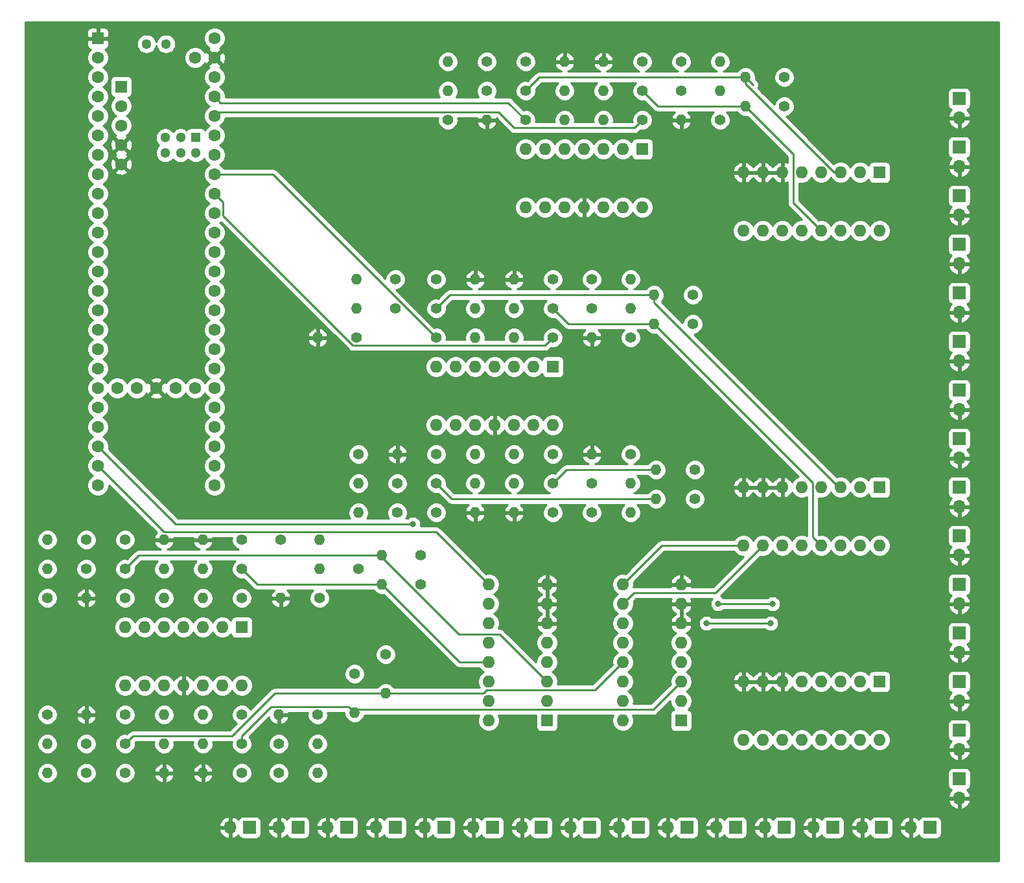
<source format=gbr>
%TF.GenerationSoftware,KiCad,Pcbnew,(5.1.8)-1*%
%TF.CreationDate,2021-02-10T16:30:01-05:00*%
%TF.ProjectId,PNG_PCB,504e475f-5043-4422-9e6b-696361645f70,rev?*%
%TF.SameCoordinates,Original*%
%TF.FileFunction,Copper,L2,Bot*%
%TF.FilePolarity,Positive*%
%FSLAX46Y46*%
G04 Gerber Fmt 4.6, Leading zero omitted, Abs format (unit mm)*
G04 Created by KiCad (PCBNEW (5.1.8)-1) date 2021-02-10 16:30:01*
%MOMM*%
%LPD*%
G01*
G04 APERTURE LIST*
%TA.AperFunction,ComponentPad*%
%ADD10O,1.400000X1.400000*%
%TD*%
%TA.AperFunction,ComponentPad*%
%ADD11C,1.400000*%
%TD*%
%TA.AperFunction,ComponentPad*%
%ADD12O,1.700000X1.700000*%
%TD*%
%TA.AperFunction,ComponentPad*%
%ADD13R,1.700000X1.700000*%
%TD*%
%TA.AperFunction,ComponentPad*%
%ADD14O,1.600000X1.600000*%
%TD*%
%TA.AperFunction,ComponentPad*%
%ADD15R,1.600000X1.600000*%
%TD*%
%TA.AperFunction,ComponentPad*%
%ADD16C,1.300000*%
%TD*%
%TA.AperFunction,ComponentPad*%
%ADD17C,1.600000*%
%TD*%
%TA.AperFunction,ComponentPad*%
%ADD18R,1.300000X1.300000*%
%TD*%
%TA.AperFunction,ViaPad*%
%ADD19C,0.800000*%
%TD*%
%TA.AperFunction,Conductor*%
%ADD20C,0.250000*%
%TD*%
%TA.AperFunction,Conductor*%
%ADD21C,0.254000*%
%TD*%
%TA.AperFunction,Conductor*%
%ADD22C,0.100000*%
%TD*%
G04 APERTURE END LIST*
D10*
%TO.P,R66,2*%
%TO.N,/ampB2/V1*%
X224282000Y-51816000D03*
D11*
%TO.P,R66,1*%
%TO.N,+3V3*%
X229362000Y-51816000D03*
%TD*%
D10*
%TO.P,R59,2*%
%TO.N,/ampA2/V1*%
X224282000Y-55626000D03*
D11*
%TO.P,R59,1*%
%TO.N,+3V3*%
X229362000Y-55626000D03*
%TD*%
D10*
%TO.P,R52,2*%
%TO.N,/ampD1/V1*%
X212598000Y-103124000D03*
D11*
%TO.P,R52,1*%
%TO.N,+3V3*%
X217678000Y-103124000D03*
%TD*%
D10*
%TO.P,R45,2*%
%TO.N,/ampC1/V1*%
X212598000Y-106934000D03*
D11*
%TO.P,R45,1*%
%TO.N,+3V3*%
X217678000Y-106934000D03*
%TD*%
D10*
%TO.P,R38,2*%
%TO.N,/ampB1/V1*%
X212344000Y-80264000D03*
D11*
%TO.P,R38,1*%
%TO.N,+3V3*%
X217424000Y-80264000D03*
%TD*%
%TO.P,R31,1*%
%TO.N,+3V3*%
X217424000Y-84074000D03*
D10*
%TO.P,R31,2*%
%TO.N,/ampA1/V1*%
X212344000Y-84074000D03*
%TD*%
%TO.P,R24,2*%
%TO.N,/ampD0/V1*%
X173228000Y-134874000D03*
D11*
%TO.P,R24,1*%
%TO.N,+3V3*%
X173228000Y-129794000D03*
%TD*%
D10*
%TO.P,R17,2*%
%TO.N,/ampC0/V1*%
X177292000Y-132334000D03*
D11*
%TO.P,R17,1*%
%TO.N,+3V3*%
X177292000Y-127254000D03*
%TD*%
D10*
%TO.P,R10,2*%
%TO.N,/ampB0/V1*%
X176784000Y-114300000D03*
D11*
%TO.P,R10,1*%
%TO.N,+3V3*%
X181864000Y-114300000D03*
%TD*%
D10*
%TO.P,R3,2*%
%TO.N,/ampA0/V1*%
X176784000Y-118110000D03*
D11*
%TO.P,R3,1*%
%TO.N,+3V3*%
X181864000Y-118110000D03*
%TD*%
D12*
%TO.P,J30,2*%
%TO.N,GND*%
X252222000Y-63500000D03*
D13*
%TO.P,J30,1*%
%TO.N,/ampB2/mux2*%
X252222000Y-60960000D03*
%TD*%
D12*
%TO.P,J29,2*%
%TO.N,GND*%
X252222000Y-57150000D03*
D13*
%TO.P,J29,1*%
%TO.N,/ampB2/mux1*%
X252222000Y-54610000D03*
%TD*%
D12*
%TO.P,J28,2*%
%TO.N,GND*%
X252222000Y-69850000D03*
D13*
%TO.P,J28,1*%
%TO.N,/ampB2/mux0*%
X252222000Y-67310000D03*
%TD*%
D12*
%TO.P,J27,2*%
%TO.N,GND*%
X252222000Y-76200000D03*
D13*
%TO.P,J27,1*%
%TO.N,/ampA2/mux2*%
X252222000Y-73660000D03*
%TD*%
D12*
%TO.P,J26,2*%
%TO.N,GND*%
X252222000Y-82550000D03*
D13*
%TO.P,J26,1*%
%TO.N,/ampA2/mux1*%
X252222000Y-80010000D03*
%TD*%
D12*
%TO.P,J25,2*%
%TO.N,GND*%
X252222000Y-88900000D03*
D13*
%TO.P,J25,1*%
%TO.N,/ampA2/mux0*%
X252222000Y-86360000D03*
%TD*%
D12*
%TO.P,J24,2*%
%TO.N,GND*%
X252222000Y-139700000D03*
D13*
%TO.P,J24,1*%
%TO.N,/ampD1/mux2*%
X252222000Y-137160000D03*
%TD*%
D12*
%TO.P,J23,2*%
%TO.N,GND*%
X252222000Y-146050000D03*
D13*
%TO.P,J23,1*%
%TO.N,/ampD1/mux1*%
X252222000Y-143510000D03*
%TD*%
D12*
%TO.P,J22,2*%
%TO.N,GND*%
X252222000Y-133350000D03*
D13*
%TO.P,J22,1*%
%TO.N,/ampD1/mux0*%
X252222000Y-130810000D03*
%TD*%
D12*
%TO.P,J21,2*%
%TO.N,GND*%
X245872000Y-149860000D03*
D13*
%TO.P,J21,1*%
%TO.N,/ampC1/mux2*%
X248412000Y-149860000D03*
%TD*%
D12*
%TO.P,J20,2*%
%TO.N,GND*%
X239522000Y-149860000D03*
D13*
%TO.P,J20,1*%
%TO.N,/ampC1/mux1*%
X242062000Y-149860000D03*
%TD*%
D12*
%TO.P,J19,2*%
%TO.N,GND*%
X233172000Y-149860000D03*
D13*
%TO.P,J19,1*%
%TO.N,/ampC1/mux0*%
X235712000Y-149860000D03*
%TD*%
D12*
%TO.P,J18,2*%
%TO.N,GND*%
X252222000Y-101600000D03*
D13*
%TO.P,J18,1*%
%TO.N,/ampB1/mux2*%
X252222000Y-99060000D03*
%TD*%
D12*
%TO.P,J17,2*%
%TO.N,GND*%
X252222000Y-95250000D03*
D13*
%TO.P,J17,1*%
%TO.N,/ampB1/mux1*%
X252222000Y-92710000D03*
%TD*%
D12*
%TO.P,J16,2*%
%TO.N,GND*%
X252222000Y-107950000D03*
D13*
%TO.P,J16,1*%
%TO.N,/ampB1/mux0*%
X252222000Y-105410000D03*
%TD*%
D12*
%TO.P,J15,2*%
%TO.N,GND*%
X252222000Y-114300000D03*
D13*
%TO.P,J15,1*%
%TO.N,/ampA1/mux2*%
X252222000Y-111760000D03*
%TD*%
D12*
%TO.P,J14,2*%
%TO.N,GND*%
X252222000Y-120650000D03*
D13*
%TO.P,J14,1*%
%TO.N,/ampA1/mux1*%
X252222000Y-118110000D03*
%TD*%
D12*
%TO.P,J13,2*%
%TO.N,GND*%
X252222000Y-127000000D03*
D13*
%TO.P,J13,1*%
%TO.N,/ampA1/mux0*%
X252222000Y-124460000D03*
%TD*%
D12*
%TO.P,J12,2*%
%TO.N,GND*%
X220472000Y-149860000D03*
D13*
%TO.P,J12,1*%
%TO.N,/ampD0/mux2*%
X223012000Y-149860000D03*
%TD*%
D12*
%TO.P,J11,2*%
%TO.N,GND*%
X226822000Y-149860000D03*
D13*
%TO.P,J11,1*%
%TO.N,/ampD0/mux1*%
X229362000Y-149860000D03*
%TD*%
D12*
%TO.P,J10,2*%
%TO.N,GND*%
X214122000Y-149860000D03*
D13*
%TO.P,J10,1*%
%TO.N,/ampD0/mux0*%
X216662000Y-149860000D03*
%TD*%
D12*
%TO.P,J9,2*%
%TO.N,GND*%
X207772000Y-149860000D03*
D13*
%TO.P,J9,1*%
%TO.N,/ampC0/mux2*%
X210312000Y-149860000D03*
%TD*%
D12*
%TO.P,J8,2*%
%TO.N,GND*%
X201422000Y-149860000D03*
D13*
%TO.P,J8,1*%
%TO.N,/ampC0/mux1*%
X203962000Y-149860000D03*
%TD*%
D12*
%TO.P,J7,2*%
%TO.N,GND*%
X195072000Y-149860000D03*
D13*
%TO.P,J7,1*%
%TO.N,/ampC0/mux0*%
X197612000Y-149860000D03*
%TD*%
D12*
%TO.P,J6,2*%
%TO.N,GND*%
X182372000Y-149860000D03*
D13*
%TO.P,J6,1*%
%TO.N,/ampB0/mux2*%
X184912000Y-149860000D03*
%TD*%
D12*
%TO.P,J5,2*%
%TO.N,GND*%
X176022000Y-149860000D03*
D13*
%TO.P,J5,1*%
%TO.N,/ampB0/mux1*%
X178562000Y-149860000D03*
%TD*%
D12*
%TO.P,J4,2*%
%TO.N,GND*%
X188722000Y-149860000D03*
D13*
%TO.P,J4,1*%
%TO.N,/ampB0/mux0*%
X191262000Y-149860000D03*
%TD*%
D12*
%TO.P,J3,2*%
%TO.N,GND*%
X169672000Y-149860000D03*
D13*
%TO.P,J3,1*%
%TO.N,/ampA0/mux2*%
X172212000Y-149860000D03*
%TD*%
D12*
%TO.P,J2,2*%
%TO.N,GND*%
X163322000Y-149860000D03*
D13*
%TO.P,J2,1*%
%TO.N,/ampA0/mux1*%
X165862000Y-149860000D03*
%TD*%
D12*
%TO.P,J1,2*%
%TO.N,GND*%
X156972000Y-149860000D03*
D13*
%TO.P,J1,1*%
%TO.N,/ampA0/mux0*%
X159512000Y-149860000D03*
%TD*%
D14*
%TO.P,U9,14*%
%TO.N,N/C*%
X210820000Y-68834000D03*
%TO.P,U9,7*%
%TO.N,/ADC_IN_9*%
X195580000Y-61214000D03*
%TO.P,U9,13*%
%TO.N,N/C*%
X208280000Y-68834000D03*
%TO.P,U9,6*%
%TO.N,Net-(R68-Pad1)*%
X198120000Y-61214000D03*
%TO.P,U9,12*%
%TO.N,N/C*%
X205740000Y-68834000D03*
%TO.P,U9,5*%
%TO.N,Net-(R67-Pad2)*%
X200660000Y-61214000D03*
%TO.P,U9,11*%
%TO.N,GND*%
X203200000Y-68834000D03*
%TO.P,U9,4*%
%TO.N,+3V3*%
X203200000Y-61214000D03*
%TO.P,U9,10*%
%TO.N,N/C*%
X200660000Y-68834000D03*
%TO.P,U9,3*%
%TO.N,Net-(R60-Pad2)*%
X205740000Y-61214000D03*
%TO.P,U9,9*%
%TO.N,N/C*%
X198120000Y-68834000D03*
%TO.P,U9,2*%
%TO.N,Net-(R61-Pad1)*%
X208280000Y-61214000D03*
%TO.P,U9,8*%
%TO.N,N/C*%
X195580000Y-68834000D03*
D15*
%TO.P,U9,1*%
%TO.N,/ADC_IN_8*%
X210820000Y-61214000D03*
%TD*%
D14*
%TO.P,U8,16*%
%TO.N,+3V3*%
X241808000Y-71882000D03*
%TO.P,U8,8*%
%TO.N,GND*%
X224028000Y-64262000D03*
%TO.P,U8,15*%
%TO.N,/ampA2/mux2*%
X239268000Y-71882000D03*
%TO.P,U8,7*%
%TO.N,GND*%
X226568000Y-64262000D03*
%TO.P,U8,14*%
%TO.N,/ampA2/mux1*%
X236728000Y-71882000D03*
%TO.P,U8,6*%
%TO.N,GND*%
X229108000Y-64262000D03*
%TO.P,U8,13*%
%TO.N,/ampA2/V1*%
X234188000Y-71882000D03*
%TO.P,U8,5*%
%TO.N,/ampB2/mux1*%
X231648000Y-64262000D03*
%TO.P,U8,12*%
%TO.N,/ampA2/mux0*%
X231648000Y-71882000D03*
%TO.P,U8,4*%
%TO.N,Net-(U8-Pad4)*%
X234188000Y-64262000D03*
%TO.P,U8,11*%
%TO.N,Net-(U8-Pad11)*%
X229108000Y-71882000D03*
%TO.P,U8,3*%
%TO.N,/ampB2/V1*%
X236728000Y-64262000D03*
%TO.P,U8,10*%
%TO.N,/selA*%
X226568000Y-71882000D03*
%TO.P,U8,2*%
%TO.N,/ampB2/mux2*%
X239268000Y-64262000D03*
%TO.P,U8,9*%
%TO.N,/selB*%
X224028000Y-71882000D03*
D15*
%TO.P,U8,1*%
%TO.N,/ampB2/mux0*%
X241808000Y-64262000D03*
%TD*%
D14*
%TO.P,U7,16*%
%TO.N,+3V3*%
X241808000Y-138430000D03*
%TO.P,U7,8*%
%TO.N,GND*%
X224028000Y-130810000D03*
%TO.P,U7,15*%
%TO.N,/ampC1/mux2*%
X239268000Y-138430000D03*
%TO.P,U7,7*%
%TO.N,GND*%
X226568000Y-130810000D03*
%TO.P,U7,14*%
%TO.N,/ampC1/mux1*%
X236728000Y-138430000D03*
%TO.P,U7,6*%
%TO.N,GND*%
X229108000Y-130810000D03*
%TO.P,U7,13*%
%TO.N,/ampC1/V1*%
X234188000Y-138430000D03*
%TO.P,U7,5*%
%TO.N,/ampD1/mux1*%
X231648000Y-130810000D03*
%TO.P,U7,12*%
%TO.N,/ampC1/mux0*%
X231648000Y-138430000D03*
%TO.P,U7,4*%
%TO.N,Net-(U7-Pad4)*%
X234188000Y-130810000D03*
%TO.P,U7,11*%
%TO.N,Net-(U7-Pad11)*%
X229108000Y-138430000D03*
%TO.P,U7,3*%
%TO.N,/ampD1/V1*%
X236728000Y-130810000D03*
%TO.P,U7,10*%
%TO.N,/selA*%
X226568000Y-138430000D03*
%TO.P,U7,2*%
%TO.N,/ampD1/mux2*%
X239268000Y-130810000D03*
%TO.P,U7,9*%
%TO.N,/selB*%
X224028000Y-138430000D03*
D15*
%TO.P,U7,1*%
%TO.N,/ampD1/mux0*%
X241808000Y-130810000D03*
%TD*%
%TO.P,U6,1*%
%TO.N,/ADC_IN_4*%
X199136000Y-89662000D03*
D14*
%TO.P,U6,8*%
%TO.N,/ADC_IN_6*%
X183896000Y-97282000D03*
%TO.P,U6,2*%
%TO.N,Net-(R33-Pad1)*%
X196596000Y-89662000D03*
%TO.P,U6,9*%
%TO.N,Net-(R47-Pad1)*%
X186436000Y-97282000D03*
%TO.P,U6,3*%
%TO.N,Net-(R32-Pad2)*%
X194056000Y-89662000D03*
%TO.P,U6,10*%
%TO.N,Net-(R46-Pad2)*%
X188976000Y-97282000D03*
%TO.P,U6,4*%
%TO.N,+3V3*%
X191516000Y-89662000D03*
%TO.P,U6,11*%
%TO.N,GND*%
X191516000Y-97282000D03*
%TO.P,U6,5*%
%TO.N,Net-(R39-Pad2)*%
X188976000Y-89662000D03*
%TO.P,U6,12*%
%TO.N,Net-(R53-Pad2)*%
X194056000Y-97282000D03*
%TO.P,U6,6*%
%TO.N,Net-(R40-Pad1)*%
X186436000Y-89662000D03*
%TO.P,U6,13*%
%TO.N,Net-(R54-Pad1)*%
X196596000Y-97282000D03*
%TO.P,U6,7*%
%TO.N,/ADC_IN_5*%
X183896000Y-89662000D03*
%TO.P,U6,14*%
%TO.N,/ADC_IN_7*%
X199136000Y-97282000D03*
%TD*%
%TO.P,U5,16*%
%TO.N,+3V3*%
X241808000Y-113030000D03*
%TO.P,U5,8*%
%TO.N,GND*%
X224028000Y-105410000D03*
%TO.P,U5,15*%
%TO.N,/ampA1/mux2*%
X239268000Y-113030000D03*
%TO.P,U5,7*%
%TO.N,GND*%
X226568000Y-105410000D03*
%TO.P,U5,14*%
%TO.N,/ampA1/mux1*%
X236728000Y-113030000D03*
%TO.P,U5,6*%
%TO.N,GND*%
X229108000Y-105410000D03*
%TO.P,U5,13*%
%TO.N,/ampA1/V1*%
X234188000Y-113030000D03*
%TO.P,U5,5*%
%TO.N,/ampB1/mux1*%
X231648000Y-105410000D03*
%TO.P,U5,12*%
%TO.N,/ampA1/mux0*%
X231648000Y-113030000D03*
%TO.P,U5,4*%
%TO.N,Net-(U5-Pad4)*%
X234188000Y-105410000D03*
%TO.P,U5,11*%
%TO.N,Net-(U5-Pad11)*%
X229108000Y-113030000D03*
%TO.P,U5,3*%
%TO.N,/ampB1/V1*%
X236728000Y-105410000D03*
%TO.P,U5,10*%
%TO.N,/selA*%
X226568000Y-113030000D03*
%TO.P,U5,2*%
%TO.N,/ampB1/mux2*%
X239268000Y-105410000D03*
%TO.P,U5,9*%
%TO.N,/selB*%
X224028000Y-113030000D03*
D15*
%TO.P,U5,1*%
%TO.N,/ampB1/mux0*%
X241808000Y-105410000D03*
%TD*%
D14*
%TO.P,U4,16*%
%TO.N,+3V3*%
X208280000Y-135890000D03*
%TO.P,U4,8*%
%TO.N,GND*%
X215900000Y-118110000D03*
%TO.P,U4,15*%
%TO.N,/ampC0/mux2*%
X208280000Y-133350000D03*
%TO.P,U4,7*%
%TO.N,GND*%
X215900000Y-120650000D03*
%TO.P,U4,14*%
%TO.N,/ampC0/mux1*%
X208280000Y-130810000D03*
%TO.P,U4,6*%
%TO.N,GND*%
X215900000Y-123190000D03*
%TO.P,U4,13*%
%TO.N,/ampC0/V1*%
X208280000Y-128270000D03*
%TO.P,U4,5*%
%TO.N,/ampD0/mux1*%
X215900000Y-125730000D03*
%TO.P,U4,12*%
%TO.N,/ampC0/mux0*%
X208280000Y-125730000D03*
%TO.P,U4,4*%
%TO.N,Net-(U4-Pad4)*%
X215900000Y-128270000D03*
%TO.P,U4,11*%
%TO.N,Net-(U4-Pad11)*%
X208280000Y-123190000D03*
%TO.P,U4,3*%
%TO.N,/ampD0/V1*%
X215900000Y-130810000D03*
%TO.P,U4,10*%
%TO.N,/selA*%
X208280000Y-120650000D03*
%TO.P,U4,2*%
%TO.N,/ampD0/mux2*%
X215900000Y-133350000D03*
%TO.P,U4,9*%
%TO.N,/selB*%
X208280000Y-118110000D03*
D15*
%TO.P,U4,1*%
%TO.N,/ampD0/mux0*%
X215900000Y-135890000D03*
%TD*%
D14*
%TO.P,U3,14*%
%TO.N,/ADC_IN_3*%
X158496000Y-131318000D03*
%TO.P,U3,7*%
%TO.N,/ADC_IN_1*%
X143256000Y-123698000D03*
%TO.P,U3,13*%
%TO.N,Net-(R26-Pad1)*%
X155956000Y-131318000D03*
%TO.P,U3,6*%
%TO.N,Net-(R12-Pad1)*%
X145796000Y-123698000D03*
%TO.P,U3,12*%
%TO.N,Net-(R25-Pad2)*%
X153416000Y-131318000D03*
%TO.P,U3,5*%
%TO.N,Net-(R11-Pad2)*%
X148336000Y-123698000D03*
%TO.P,U3,11*%
%TO.N,GND*%
X150876000Y-131318000D03*
%TO.P,U3,4*%
%TO.N,+3V3*%
X150876000Y-123698000D03*
%TO.P,U3,10*%
%TO.N,Net-(R18-Pad2)*%
X148336000Y-131318000D03*
%TO.P,U3,3*%
%TO.N,Net-(R4-Pad2)*%
X153416000Y-123698000D03*
%TO.P,U3,9*%
%TO.N,Net-(R19-Pad1)*%
X145796000Y-131318000D03*
%TO.P,U3,2*%
%TO.N,Net-(R5-Pad1)*%
X155956000Y-123698000D03*
%TO.P,U3,8*%
%TO.N,/ADC_IN_2*%
X143256000Y-131318000D03*
D15*
%TO.P,U3,1*%
%TO.N,/ADC_IN_0*%
X158496000Y-123698000D03*
%TD*%
D14*
%TO.P,U2,16*%
%TO.N,+3V3*%
X190754000Y-135890000D03*
%TO.P,U2,8*%
%TO.N,GND*%
X198374000Y-118110000D03*
%TO.P,U2,15*%
%TO.N,/ampA0/mux2*%
X190754000Y-133350000D03*
%TO.P,U2,7*%
%TO.N,GND*%
X198374000Y-120650000D03*
%TO.P,U2,14*%
%TO.N,/ampA0/mux1*%
X190754000Y-130810000D03*
%TO.P,U2,6*%
%TO.N,GND*%
X198374000Y-123190000D03*
%TO.P,U2,13*%
%TO.N,/ampA0/V1*%
X190754000Y-128270000D03*
%TO.P,U2,5*%
%TO.N,/ampB0/mux1*%
X198374000Y-125730000D03*
%TO.P,U2,12*%
%TO.N,/ampA0/mux0*%
X190754000Y-125730000D03*
%TO.P,U2,4*%
%TO.N,Net-(U2-Pad4)*%
X198374000Y-128270000D03*
%TO.P,U2,11*%
%TO.N,Net-(U2-Pad11)*%
X190754000Y-123190000D03*
%TO.P,U2,3*%
%TO.N,/ampB0/V1*%
X198374000Y-130810000D03*
%TO.P,U2,10*%
%TO.N,/selA*%
X190754000Y-120650000D03*
%TO.P,U2,2*%
%TO.N,/ampB0/mux2*%
X198374000Y-133350000D03*
%TO.P,U2,9*%
%TO.N,/selB*%
X190754000Y-118110000D03*
D15*
%TO.P,U2,1*%
%TO.N,/ampB0/mux0*%
X198374000Y-135890000D03*
%TD*%
D16*
%TO.P,U1,66*%
%TO.N,Net-(U1-Pad66)*%
X148590000Y-47466000D03*
%TO.P,U1,67*%
%TO.N,Net-(U1-Pad67)*%
X146050000Y-47466000D03*
D17*
%TO.P,U1,54*%
%TO.N,Net-(U1-Pad54)*%
X152400000Y-92456000D03*
%TO.P,U1,53*%
%TO.N,Net-(U1-Pad53)*%
X149860000Y-92456000D03*
%TO.P,U1,52*%
%TO.N,GND*%
X147320000Y-92456000D03*
%TO.P,U1,51*%
%TO.N,+3V3*%
X144780000Y-92456000D03*
%TO.P,U1,50*%
%TO.N,Net-(U1-Pad50)*%
X142240000Y-92456000D03*
D16*
%TO.P,U1,62*%
%TO.N,Net-(U1-Pad62)*%
X148501600Y-59706000D03*
%TO.P,U1,63*%
%TO.N,Net-(U1-Pad63)*%
X148501600Y-61706000D03*
%TO.P,U1,64*%
%TO.N,Net-(U1-Pad64)*%
X150501600Y-61706000D03*
%TO.P,U1,61*%
%TO.N,Net-(U1-Pad61)*%
X150501600Y-59706000D03*
%TO.P,U1,65*%
%TO.N,Net-(U1-Pad65)*%
X152501600Y-61706000D03*
D18*
%TO.P,U1,60*%
%TO.N,Net-(U1-Pad60)*%
X152501600Y-59706000D03*
D17*
%TO.P,U1,17*%
%TO.N,Net-(U1-Pad17)*%
X139700000Y-87376000D03*
%TO.P,U1,18*%
%TO.N,Net-(U1-Pad18)*%
X139700000Y-89916000D03*
%TO.P,U1,19*%
%TO.N,Net-(U1-Pad19)*%
X139700000Y-92456000D03*
%TO.P,U1,20*%
%TO.N,Net-(U1-Pad20)*%
X139700000Y-94996000D03*
%TO.P,U1,16*%
%TO.N,Net-(U1-Pad16)*%
X139700000Y-84836000D03*
%TO.P,U1,15*%
%TO.N,+3V3*%
X139700000Y-82296000D03*
%TO.P,U1,14*%
%TO.N,Net-(U1-Pad14)*%
X139700000Y-79756000D03*
%TO.P,U1,21*%
%TO.N,Net-(U1-Pad21)*%
X139700000Y-97536000D03*
%TO.P,U1,22*%
%TO.N,/selA*%
X139700000Y-100076000D03*
%TO.P,U1,23*%
%TO.N,/selB*%
X139700000Y-102616000D03*
%TO.P,U1,24*%
%TO.N,Net-(U1-Pad24)*%
X139700000Y-105156000D03*
%TO.P,U1,25*%
%TO.N,Net-(U1-Pad25)*%
X154940000Y-105156000D03*
%TO.P,U1,26*%
%TO.N,Net-(U1-Pad26)*%
X154940000Y-102616000D03*
%TO.P,U1,27*%
%TO.N,Net-(U1-Pad27)*%
X154940000Y-100076000D03*
%TO.P,U1,28*%
%TO.N,Net-(U1-Pad28)*%
X154940000Y-97536000D03*
%TO.P,U1,29*%
%TO.N,Net-(U1-Pad29)*%
X154940000Y-94996000D03*
%TO.P,U1,30*%
%TO.N,Net-(U1-Pad30)*%
X154940000Y-92456000D03*
%TO.P,U1,31*%
%TO.N,Net-(U1-Pad31)*%
X154940000Y-89916000D03*
%TO.P,U1,32*%
%TO.N,Net-(U1-Pad32)*%
X154940000Y-87376000D03*
%TO.P,U1,33*%
%TO.N,Net-(U1-Pad33)*%
X154940000Y-84836000D03*
%TO.P,U1,34*%
%TO.N,Net-(U1-Pad34)*%
X154940000Y-82296000D03*
%TO.P,U1,13*%
%TO.N,Net-(U1-Pad13)*%
X139700000Y-77216000D03*
%TO.P,U1,12*%
%TO.N,Net-(U1-Pad12)*%
X139700000Y-74676000D03*
%TO.P,U1,11*%
%TO.N,Net-(U1-Pad11)*%
X139700000Y-72136000D03*
%TO.P,U1,10*%
%TO.N,Net-(U1-Pad10)*%
X139700000Y-69596000D03*
%TO.P,U1,9*%
%TO.N,Net-(U1-Pad9)*%
X139700000Y-67056000D03*
%TO.P,U1,8*%
%TO.N,Net-(U1-Pad8)*%
X139700000Y-64516000D03*
%TO.P,U1,7*%
%TO.N,Net-(U1-Pad7)*%
X139700000Y-61976000D03*
%TO.P,U1,6*%
%TO.N,Net-(U1-Pad6)*%
X139700000Y-59436000D03*
%TO.P,U1,5*%
%TO.N,Net-(U1-Pad5)*%
X139700000Y-56896000D03*
%TO.P,U1,4*%
%TO.N,Net-(U1-Pad4)*%
X139700000Y-54356000D03*
%TO.P,U1,3*%
%TO.N,Net-(U1-Pad3)*%
X139700000Y-51816000D03*
%TO.P,U1,2*%
%TO.N,Net-(U1-Pad2)*%
X139700000Y-49276000D03*
D15*
%TO.P,U1,1*%
%TO.N,GND*%
X139700000Y-46736000D03*
D17*
%TO.P,U1,35*%
%TO.N,Net-(U1-Pad35)*%
X154940000Y-79756000D03*
%TO.P,U1,36*%
%TO.N,/ADC_IN_0*%
X154940000Y-77216000D03*
%TO.P,U1,37*%
%TO.N,/ADC_IN_1*%
X154940000Y-74676000D03*
%TO.P,U1,38*%
%TO.N,/ADC_IN_2*%
X154940000Y-72136000D03*
%TO.P,U1,39*%
%TO.N,/ADC_IN_3*%
X154940000Y-69596000D03*
%TO.P,U1,40*%
%TO.N,/ADC_IN_4*%
X154940000Y-67056000D03*
%TO.P,U1,41*%
%TO.N,/ADC_IN_5*%
X154940000Y-64516000D03*
%TO.P,U1,42*%
%TO.N,/ADC_IN_6*%
X154940000Y-61976000D03*
%TO.P,U1,43*%
%TO.N,/ADC_IN_7*%
X154940000Y-59436000D03*
%TO.P,U1,44*%
%TO.N,/ADC_IN_8*%
X154940000Y-56896000D03*
%TO.P,U1,45*%
%TO.N,/ADC_IN_9*%
X154940000Y-54356000D03*
%TO.P,U1,46*%
%TO.N,+3V3*%
X154940000Y-51816000D03*
%TO.P,U1,47*%
%TO.N,GND*%
X154940000Y-49276000D03*
%TO.P,U1,48*%
%TO.N,Net-(U1-Pad48)*%
X154940000Y-46736000D03*
D15*
%TO.P,U1,55*%
%TO.N,Net-(U1-Pad55)*%
X142750800Y-53035200D03*
D17*
%TO.P,U1,56*%
%TO.N,Net-(U1-Pad56)*%
X142750800Y-55575200D03*
%TO.P,U1,57*%
%TO.N,Net-(U1-Pad57)*%
X142750800Y-58115200D03*
%TO.P,U1,58*%
%TO.N,GND*%
X142750800Y-60655200D03*
%TO.P,U1,59*%
X142750800Y-63195200D03*
%TO.P,U1,49*%
%TO.N,Net-(U1-Pad49)*%
X152400000Y-49276000D03*
%TD*%
D10*
%TO.P,R70,2*%
%TO.N,Net-(R67-Pad2)*%
X200660000Y-57404000D03*
D11*
%TO.P,R70,1*%
%TO.N,/ADC_IN_9*%
X195580000Y-57404000D03*
%TD*%
D10*
%TO.P,R69,2*%
%TO.N,GND*%
X200660000Y-49784000D03*
D11*
%TO.P,R69,1*%
%TO.N,Net-(R68-Pad1)*%
X195580000Y-49784000D03*
%TD*%
D10*
%TO.P,R68,2*%
%TO.N,/ampB2/V2*%
X185420000Y-49784000D03*
D11*
%TO.P,R68,1*%
%TO.N,Net-(R68-Pad1)*%
X190500000Y-49784000D03*
%TD*%
D10*
%TO.P,R67,2*%
%TO.N,Net-(R67-Pad2)*%
X200660000Y-53594000D03*
D11*
%TO.P,R67,1*%
%TO.N,/ampB2/V1*%
X195580000Y-53594000D03*
%TD*%
D10*
%TO.P,R65,2*%
%TO.N,GND*%
X190500000Y-57404000D03*
D11*
%TO.P,R65,1*%
%TO.N,/ampB2/V2*%
X185420000Y-57404000D03*
%TD*%
D10*
%TO.P,R64,2*%
%TO.N,/ampB2/V2*%
X185420000Y-53594000D03*
D11*
%TO.P,R64,1*%
%TO.N,+3V3*%
X190500000Y-53594000D03*
%TD*%
D10*
%TO.P,R63,2*%
%TO.N,Net-(R60-Pad2)*%
X205740000Y-57404000D03*
D11*
%TO.P,R63,1*%
%TO.N,/ADC_IN_8*%
X210820000Y-57404000D03*
%TD*%
D10*
%TO.P,R62,2*%
%TO.N,GND*%
X205740000Y-49784000D03*
D11*
%TO.P,R62,1*%
%TO.N,Net-(R61-Pad1)*%
X210820000Y-49784000D03*
%TD*%
D10*
%TO.P,R61,2*%
%TO.N,/ampA2/V2*%
X220980000Y-49784000D03*
D11*
%TO.P,R61,1*%
%TO.N,Net-(R61-Pad1)*%
X215900000Y-49784000D03*
%TD*%
D10*
%TO.P,R60,2*%
%TO.N,Net-(R60-Pad2)*%
X205740000Y-53594000D03*
D11*
%TO.P,R60,1*%
%TO.N,/ampA2/V1*%
X210820000Y-53594000D03*
%TD*%
D10*
%TO.P,R58,2*%
%TO.N,GND*%
X215900000Y-57404000D03*
D11*
%TO.P,R58,1*%
%TO.N,/ampA2/V2*%
X220980000Y-57404000D03*
%TD*%
D10*
%TO.P,R57,2*%
%TO.N,/ampA2/V2*%
X220980000Y-53594000D03*
D11*
%TO.P,R57,1*%
%TO.N,+3V3*%
X215900000Y-53594000D03*
%TD*%
%TO.P,R56,1*%
%TO.N,/ADC_IN_7*%
X199136000Y-101092000D03*
D10*
%TO.P,R56,2*%
%TO.N,Net-(R53-Pad2)*%
X194056000Y-101092000D03*
%TD*%
D11*
%TO.P,R55,1*%
%TO.N,Net-(R54-Pad1)*%
X199136000Y-108712000D03*
D10*
%TO.P,R55,2*%
%TO.N,GND*%
X194056000Y-108712000D03*
%TD*%
D11*
%TO.P,R54,1*%
%TO.N,Net-(R54-Pad1)*%
X204216000Y-108712000D03*
D10*
%TO.P,R54,2*%
%TO.N,/ampD1/V2*%
X209296000Y-108712000D03*
%TD*%
D11*
%TO.P,R53,1*%
%TO.N,/ampD1/V1*%
X199136000Y-104902000D03*
D10*
%TO.P,R53,2*%
%TO.N,Net-(R53-Pad2)*%
X194056000Y-104902000D03*
%TD*%
D11*
%TO.P,R51,1*%
%TO.N,/ampD1/V2*%
X209296000Y-101092000D03*
D10*
%TO.P,R51,2*%
%TO.N,GND*%
X204216000Y-101092000D03*
%TD*%
D11*
%TO.P,R50,1*%
%TO.N,+3V3*%
X204216000Y-104902000D03*
D10*
%TO.P,R50,2*%
%TO.N,/ampD1/V2*%
X209296000Y-104902000D03*
%TD*%
D11*
%TO.P,R49,1*%
%TO.N,/ADC_IN_6*%
X183896000Y-101092000D03*
D10*
%TO.P,R49,2*%
%TO.N,Net-(R46-Pad2)*%
X188976000Y-101092000D03*
%TD*%
D11*
%TO.P,R48,1*%
%TO.N,Net-(R47-Pad1)*%
X183896000Y-108712000D03*
D10*
%TO.P,R48,2*%
%TO.N,GND*%
X188976000Y-108712000D03*
%TD*%
D11*
%TO.P,R47,1*%
%TO.N,Net-(R47-Pad1)*%
X178816000Y-108712000D03*
D10*
%TO.P,R47,2*%
%TO.N,/ampC1/V2*%
X173736000Y-108712000D03*
%TD*%
D11*
%TO.P,R46,1*%
%TO.N,/ampC1/V1*%
X183896000Y-104902000D03*
D10*
%TO.P,R46,2*%
%TO.N,Net-(R46-Pad2)*%
X188976000Y-104902000D03*
%TD*%
D11*
%TO.P,R44,1*%
%TO.N,/ampC1/V2*%
X173736000Y-101092000D03*
D10*
%TO.P,R44,2*%
%TO.N,GND*%
X178816000Y-101092000D03*
%TD*%
D11*
%TO.P,R43,1*%
%TO.N,+3V3*%
X178816000Y-104902000D03*
D10*
%TO.P,R43,2*%
%TO.N,/ampC1/V2*%
X173736000Y-104902000D03*
%TD*%
D11*
%TO.P,R42,1*%
%TO.N,/ADC_IN_5*%
X183896000Y-85852000D03*
D10*
%TO.P,R42,2*%
%TO.N,Net-(R39-Pad2)*%
X188976000Y-85852000D03*
%TD*%
D11*
%TO.P,R41,1*%
%TO.N,Net-(R40-Pad1)*%
X183896000Y-78232000D03*
D10*
%TO.P,R41,2*%
%TO.N,GND*%
X188976000Y-78232000D03*
%TD*%
D11*
%TO.P,R40,1*%
%TO.N,Net-(R40-Pad1)*%
X178562000Y-78232000D03*
D10*
%TO.P,R40,2*%
%TO.N,/ampB1/V2*%
X173482000Y-78232000D03*
%TD*%
D11*
%TO.P,R39,1*%
%TO.N,/ampB1/V1*%
X183896000Y-82042000D03*
D10*
%TO.P,R39,2*%
%TO.N,Net-(R39-Pad2)*%
X188976000Y-82042000D03*
%TD*%
D11*
%TO.P,R37,1*%
%TO.N,/ampB1/V2*%
X173482000Y-85852000D03*
D10*
%TO.P,R37,2*%
%TO.N,GND*%
X168402000Y-85852000D03*
%TD*%
D11*
%TO.P,R36,1*%
%TO.N,+3V3*%
X178562000Y-82042000D03*
D10*
%TO.P,R36,2*%
%TO.N,/ampB1/V2*%
X173482000Y-82042000D03*
%TD*%
D11*
%TO.P,R35,1*%
%TO.N,/ADC_IN_4*%
X199136000Y-85852000D03*
D10*
%TO.P,R35,2*%
%TO.N,Net-(R32-Pad2)*%
X194056000Y-85852000D03*
%TD*%
D11*
%TO.P,R34,1*%
%TO.N,Net-(R33-Pad1)*%
X199136000Y-78232000D03*
D10*
%TO.P,R34,2*%
%TO.N,GND*%
X194056000Y-78232000D03*
%TD*%
D11*
%TO.P,R33,1*%
%TO.N,Net-(R33-Pad1)*%
X204216000Y-78232000D03*
D10*
%TO.P,R33,2*%
%TO.N,/ampA1/V2*%
X209296000Y-78232000D03*
%TD*%
D11*
%TO.P,R32,1*%
%TO.N,/ampA1/V1*%
X199136000Y-82042000D03*
D10*
%TO.P,R32,2*%
%TO.N,Net-(R32-Pad2)*%
X194056000Y-82042000D03*
%TD*%
D11*
%TO.P,R30,1*%
%TO.N,/ampA1/V2*%
X209296000Y-85852000D03*
D10*
%TO.P,R30,2*%
%TO.N,GND*%
X204216000Y-85852000D03*
%TD*%
D11*
%TO.P,R29,1*%
%TO.N,+3V3*%
X204216000Y-82042000D03*
D10*
%TO.P,R29,2*%
%TO.N,/ampA1/V2*%
X209296000Y-82042000D03*
%TD*%
%TO.P,R28,2*%
%TO.N,Net-(R25-Pad2)*%
X153416000Y-135128000D03*
D11*
%TO.P,R28,1*%
%TO.N,/ADC_IN_3*%
X158496000Y-135128000D03*
%TD*%
D10*
%TO.P,R27,2*%
%TO.N,GND*%
X153416000Y-142748000D03*
D11*
%TO.P,R27,1*%
%TO.N,Net-(R26-Pad1)*%
X158496000Y-142748000D03*
%TD*%
D10*
%TO.P,R26,2*%
%TO.N,/ampD0/V2*%
X168402000Y-142748000D03*
D11*
%TO.P,R26,1*%
%TO.N,Net-(R26-Pad1)*%
X163322000Y-142748000D03*
%TD*%
D10*
%TO.P,R25,2*%
%TO.N,Net-(R25-Pad2)*%
X153416000Y-138938000D03*
D11*
%TO.P,R25,1*%
%TO.N,/ampD0/V1*%
X158496000Y-138938000D03*
%TD*%
D10*
%TO.P,R23,2*%
%TO.N,GND*%
X163322000Y-135128000D03*
D11*
%TO.P,R23,1*%
%TO.N,/ampD0/V2*%
X168402000Y-135128000D03*
%TD*%
D10*
%TO.P,R22,2*%
%TO.N,/ampD0/V2*%
X168402000Y-138938000D03*
D11*
%TO.P,R22,1*%
%TO.N,+3V3*%
X163322000Y-138938000D03*
%TD*%
D10*
%TO.P,R21,2*%
%TO.N,Net-(R18-Pad2)*%
X148336000Y-135128000D03*
D11*
%TO.P,R21,1*%
%TO.N,/ADC_IN_2*%
X143256000Y-135128000D03*
%TD*%
D10*
%TO.P,R20,2*%
%TO.N,GND*%
X148336000Y-142748000D03*
D11*
%TO.P,R20,1*%
%TO.N,Net-(R19-Pad1)*%
X143256000Y-142748000D03*
%TD*%
D10*
%TO.P,R19,2*%
%TO.N,/ampC0/V2*%
X133096000Y-142748000D03*
D11*
%TO.P,R19,1*%
%TO.N,Net-(R19-Pad1)*%
X138176000Y-142748000D03*
%TD*%
D10*
%TO.P,R18,2*%
%TO.N,Net-(R18-Pad2)*%
X148336000Y-138938000D03*
D11*
%TO.P,R18,1*%
%TO.N,/ampC0/V1*%
X143256000Y-138938000D03*
%TD*%
D10*
%TO.P,R16,2*%
%TO.N,GND*%
X138176000Y-135128000D03*
D11*
%TO.P,R16,1*%
%TO.N,/ampC0/V2*%
X133096000Y-135128000D03*
%TD*%
D10*
%TO.P,R15,2*%
%TO.N,/ampC0/V2*%
X133096000Y-138938000D03*
D11*
%TO.P,R15,1*%
%TO.N,+3V3*%
X138176000Y-138938000D03*
%TD*%
D10*
%TO.P,R14,2*%
%TO.N,Net-(R11-Pad2)*%
X148336000Y-119888000D03*
D11*
%TO.P,R14,1*%
%TO.N,/ADC_IN_1*%
X143256000Y-119888000D03*
%TD*%
D10*
%TO.P,R13,2*%
%TO.N,GND*%
X148336000Y-112268000D03*
D11*
%TO.P,R13,1*%
%TO.N,Net-(R12-Pad1)*%
X143256000Y-112268000D03*
%TD*%
D10*
%TO.P,R12,2*%
%TO.N,/ampB0/V2*%
X133096000Y-112268000D03*
D11*
%TO.P,R12,1*%
%TO.N,Net-(R12-Pad1)*%
X138176000Y-112268000D03*
%TD*%
D10*
%TO.P,R11,2*%
%TO.N,Net-(R11-Pad2)*%
X148336000Y-116078000D03*
D11*
%TO.P,R11,1*%
%TO.N,/ampB0/V1*%
X143256000Y-116078000D03*
%TD*%
D10*
%TO.P,R9,2*%
%TO.N,GND*%
X138176000Y-119888000D03*
D11*
%TO.P,R9,1*%
%TO.N,/ampB0/V2*%
X133096000Y-119888000D03*
%TD*%
D10*
%TO.P,R8,2*%
%TO.N,/ampB0/V2*%
X133096000Y-116078000D03*
D11*
%TO.P,R8,1*%
%TO.N,+3V3*%
X138176000Y-116078000D03*
%TD*%
D10*
%TO.P,R7,2*%
%TO.N,Net-(R4-Pad2)*%
X153416000Y-119888000D03*
D11*
%TO.P,R7,1*%
%TO.N,/ADC_IN_0*%
X158496000Y-119888000D03*
%TD*%
D10*
%TO.P,R6,2*%
%TO.N,GND*%
X153416000Y-112268000D03*
D11*
%TO.P,R6,1*%
%TO.N,Net-(R5-Pad1)*%
X158496000Y-112268000D03*
%TD*%
D10*
%TO.P,R5,2*%
%TO.N,/ampA0/V2*%
X168656000Y-112268000D03*
D11*
%TO.P,R5,1*%
%TO.N,Net-(R5-Pad1)*%
X163576000Y-112268000D03*
%TD*%
D10*
%TO.P,R4,2*%
%TO.N,Net-(R4-Pad2)*%
X153416000Y-116078000D03*
D11*
%TO.P,R4,1*%
%TO.N,/ampA0/V1*%
X158496000Y-116078000D03*
%TD*%
D10*
%TO.P,R2,2*%
%TO.N,GND*%
X163576000Y-119888000D03*
D11*
%TO.P,R2,1*%
%TO.N,/ampA0/V2*%
X168656000Y-119888000D03*
%TD*%
D10*
%TO.P,R1,2*%
%TO.N,/ampA0/V2*%
X168656000Y-116078000D03*
D11*
%TO.P,R1,1*%
%TO.N,+3V3*%
X173736000Y-116078000D03*
%TD*%
D19*
%TO.N,/ampC1/V1*%
X227584000Y-123190000D03*
X219202000Y-123190000D03*
%TO.N,/ampD1/V1*%
X227838000Y-120650000D03*
X220726000Y-120650000D03*
%TO.N,/selA*%
X180848000Y-110236000D03*
%TD*%
D20*
%TO.N,/ampA0/V1*%
X186944000Y-128270000D02*
X176784000Y-118110000D01*
X190754000Y-128270000D02*
X186944000Y-128270000D01*
X160528000Y-118110000D02*
X158496000Y-116078000D01*
X176784000Y-118110000D02*
X160528000Y-118110000D01*
%TO.N,/ampB0/V1*%
X176784000Y-114547002D02*
X176784000Y-114300000D01*
X186841997Y-124604999D02*
X176784000Y-114547002D01*
X192168999Y-124604999D02*
X186841997Y-124604999D01*
X198374000Y-130810000D02*
X192168999Y-124604999D01*
X145034000Y-114300000D02*
X143256000Y-116078000D01*
X176784000Y-114300000D02*
X145034000Y-114300000D01*
%TO.N,/ampC0/V1*%
X190503997Y-131935001D02*
X204614999Y-131935001D01*
X190104998Y-132334000D02*
X190503997Y-131935001D01*
X204614999Y-131935001D02*
X208280000Y-128270000D01*
X177292000Y-132334000D02*
X190104998Y-132334000D01*
X144281001Y-137912999D02*
X143256000Y-138938000D01*
X157228003Y-137912999D02*
X144281001Y-137912999D01*
X162807002Y-132334000D02*
X157228003Y-137912999D01*
X177292000Y-132334000D02*
X162807002Y-132334000D01*
%TO.N,/ampD0/V1*%
X212234999Y-134475001D02*
X173626999Y-134475001D01*
X173626999Y-134475001D02*
X173228000Y-134874000D01*
X215900000Y-130810000D02*
X212234999Y-134475001D01*
X172456999Y-134102999D02*
X173228000Y-134874000D01*
X162341052Y-134102999D02*
X172456999Y-134102999D01*
X158496000Y-137948051D02*
X162341052Y-134102999D01*
X158496000Y-138938000D02*
X158496000Y-137948051D01*
%TO.N,/ampA1/V1*%
X201168000Y-84074000D02*
X199136000Y-82042000D01*
X212344000Y-84074000D02*
X201168000Y-84074000D01*
X233062999Y-111904999D02*
X234188000Y-113030000D01*
X233062999Y-104792999D02*
X233062999Y-111904999D01*
X212344000Y-84074000D02*
X233062999Y-104792999D01*
%TO.N,/ADC_IN_4*%
X156065001Y-68181001D02*
X154940000Y-67056000D01*
X156065001Y-69952003D02*
X156065001Y-68181001D01*
X172989999Y-86877001D02*
X156065001Y-69952003D01*
X198110999Y-86877001D02*
X172989999Y-86877001D01*
X199136000Y-85852000D02*
X198110999Y-86877001D01*
%TO.N,/ampB1/V1*%
X185674000Y-80264000D02*
X183896000Y-82042000D01*
X212344000Y-80264000D02*
X185674000Y-80264000D01*
X236500051Y-105410000D02*
X236728000Y-105410000D01*
X212344000Y-81253949D02*
X236500051Y-105410000D01*
X212344000Y-80264000D02*
X212344000Y-81253949D01*
%TO.N,/ADC_IN_5*%
X162560000Y-64516000D02*
X154940000Y-64516000D01*
X183896000Y-85852000D02*
X162560000Y-64516000D01*
%TO.N,/ampC1/V1*%
X185928000Y-106934000D02*
X183896000Y-104902000D01*
X212598000Y-106934000D02*
X185928000Y-106934000D01*
X227584000Y-123190000D02*
X219202000Y-123190000D01*
%TO.N,/ampD1/V1*%
X200914000Y-103124000D02*
X199136000Y-104902000D01*
X212598000Y-103124000D02*
X200914000Y-103124000D01*
X227838000Y-120650000D02*
X220726000Y-120650000D01*
%TO.N,/ampA2/V1*%
X212852000Y-55626000D02*
X210820000Y-53594000D01*
X224282000Y-55626000D02*
X212852000Y-55626000D01*
X230522999Y-68216999D02*
X234188000Y-71882000D01*
X230522999Y-61866999D02*
X230522999Y-68216999D01*
X224282000Y-55626000D02*
X230522999Y-61866999D01*
%TO.N,/ADC_IN_8*%
X209794999Y-58429001D02*
X194065001Y-58429001D01*
X210820000Y-57404000D02*
X209794999Y-58429001D01*
X155457001Y-56378999D02*
X154940000Y-56896000D01*
X192014999Y-56378999D02*
X155457001Y-56378999D01*
X194065001Y-58429001D02*
X192014999Y-56378999D01*
%TO.N,/ampB2/V1*%
X197358000Y-51816000D02*
X195580000Y-53594000D01*
X224282000Y-51816000D02*
X197358000Y-51816000D01*
X224282000Y-51816000D02*
X225307001Y-52841001D01*
X235853002Y-64262000D02*
X236728000Y-64262000D01*
X224282000Y-52690998D02*
X235853002Y-64262000D01*
X224282000Y-51816000D02*
X224282000Y-52690998D01*
%TO.N,/ADC_IN_9*%
X155739999Y-55155999D02*
X193331999Y-55155999D01*
X193331999Y-55155999D02*
X195580000Y-57404000D01*
X154940000Y-54356000D02*
X155739999Y-55155999D01*
%TO.N,/selA*%
X209694999Y-119235001D02*
X208280000Y-120650000D01*
X220362999Y-119235001D02*
X209694999Y-119235001D01*
X226568000Y-113030000D02*
X220362999Y-119235001D01*
X149860000Y-110236000D02*
X139700000Y-100076000D01*
X180848000Y-110236000D02*
X149860000Y-110236000D01*
%TO.N,/selB*%
X213360000Y-113030000D02*
X208280000Y-118110000D01*
X224028000Y-113030000D02*
X213360000Y-113030000D01*
X148326999Y-111242999D02*
X139700000Y-102616000D01*
X183886999Y-111242999D02*
X148326999Y-111242999D01*
X190754000Y-118110000D02*
X183886999Y-111242999D01*
%TD*%
D21*
%TO.N,GND*%
X257379001Y-154255000D02*
X130225000Y-154255000D01*
X130225000Y-150216891D01*
X155530519Y-150216891D01*
X155627843Y-150491252D01*
X155776822Y-150741355D01*
X155971731Y-150957588D01*
X156205080Y-151131641D01*
X156467901Y-151256825D01*
X156615110Y-151301476D01*
X156845000Y-151180155D01*
X156845000Y-149987000D01*
X155651186Y-149987000D01*
X155530519Y-150216891D01*
X130225000Y-150216891D01*
X130225000Y-149503109D01*
X155530519Y-149503109D01*
X155651186Y-149733000D01*
X156845000Y-149733000D01*
X156845000Y-148539845D01*
X157099000Y-148539845D01*
X157099000Y-149733000D01*
X157119000Y-149733000D01*
X157119000Y-149987000D01*
X157099000Y-149987000D01*
X157099000Y-151180155D01*
X157328890Y-151301476D01*
X157476099Y-151256825D01*
X157738920Y-151131641D01*
X157972269Y-150957588D01*
X158048034Y-150873534D01*
X158072498Y-150954180D01*
X158131463Y-151064494D01*
X158210815Y-151161185D01*
X158307506Y-151240537D01*
X158417820Y-151299502D01*
X158537518Y-151335812D01*
X158662000Y-151348072D01*
X160362000Y-151348072D01*
X160486482Y-151335812D01*
X160606180Y-151299502D01*
X160716494Y-151240537D01*
X160813185Y-151161185D01*
X160892537Y-151064494D01*
X160951502Y-150954180D01*
X160987812Y-150834482D01*
X161000072Y-150710000D01*
X161000072Y-150216891D01*
X161880519Y-150216891D01*
X161977843Y-150491252D01*
X162126822Y-150741355D01*
X162321731Y-150957588D01*
X162555080Y-151131641D01*
X162817901Y-151256825D01*
X162965110Y-151301476D01*
X163195000Y-151180155D01*
X163195000Y-149987000D01*
X162001186Y-149987000D01*
X161880519Y-150216891D01*
X161000072Y-150216891D01*
X161000072Y-149503109D01*
X161880519Y-149503109D01*
X162001186Y-149733000D01*
X163195000Y-149733000D01*
X163195000Y-148539845D01*
X163449000Y-148539845D01*
X163449000Y-149733000D01*
X163469000Y-149733000D01*
X163469000Y-149987000D01*
X163449000Y-149987000D01*
X163449000Y-151180155D01*
X163678890Y-151301476D01*
X163826099Y-151256825D01*
X164088920Y-151131641D01*
X164322269Y-150957588D01*
X164398034Y-150873534D01*
X164422498Y-150954180D01*
X164481463Y-151064494D01*
X164560815Y-151161185D01*
X164657506Y-151240537D01*
X164767820Y-151299502D01*
X164887518Y-151335812D01*
X165012000Y-151348072D01*
X166712000Y-151348072D01*
X166836482Y-151335812D01*
X166956180Y-151299502D01*
X167066494Y-151240537D01*
X167163185Y-151161185D01*
X167242537Y-151064494D01*
X167301502Y-150954180D01*
X167337812Y-150834482D01*
X167350072Y-150710000D01*
X167350072Y-150216891D01*
X168230519Y-150216891D01*
X168327843Y-150491252D01*
X168476822Y-150741355D01*
X168671731Y-150957588D01*
X168905080Y-151131641D01*
X169167901Y-151256825D01*
X169315110Y-151301476D01*
X169545000Y-151180155D01*
X169545000Y-149987000D01*
X168351186Y-149987000D01*
X168230519Y-150216891D01*
X167350072Y-150216891D01*
X167350072Y-149503109D01*
X168230519Y-149503109D01*
X168351186Y-149733000D01*
X169545000Y-149733000D01*
X169545000Y-148539845D01*
X169799000Y-148539845D01*
X169799000Y-149733000D01*
X169819000Y-149733000D01*
X169819000Y-149987000D01*
X169799000Y-149987000D01*
X169799000Y-151180155D01*
X170028890Y-151301476D01*
X170176099Y-151256825D01*
X170438920Y-151131641D01*
X170672269Y-150957588D01*
X170748034Y-150873534D01*
X170772498Y-150954180D01*
X170831463Y-151064494D01*
X170910815Y-151161185D01*
X171007506Y-151240537D01*
X171117820Y-151299502D01*
X171237518Y-151335812D01*
X171362000Y-151348072D01*
X173062000Y-151348072D01*
X173186482Y-151335812D01*
X173306180Y-151299502D01*
X173416494Y-151240537D01*
X173513185Y-151161185D01*
X173592537Y-151064494D01*
X173651502Y-150954180D01*
X173687812Y-150834482D01*
X173700072Y-150710000D01*
X173700072Y-150216891D01*
X174580519Y-150216891D01*
X174677843Y-150491252D01*
X174826822Y-150741355D01*
X175021731Y-150957588D01*
X175255080Y-151131641D01*
X175517901Y-151256825D01*
X175665110Y-151301476D01*
X175895000Y-151180155D01*
X175895000Y-149987000D01*
X174701186Y-149987000D01*
X174580519Y-150216891D01*
X173700072Y-150216891D01*
X173700072Y-149503109D01*
X174580519Y-149503109D01*
X174701186Y-149733000D01*
X175895000Y-149733000D01*
X175895000Y-148539845D01*
X176149000Y-148539845D01*
X176149000Y-149733000D01*
X176169000Y-149733000D01*
X176169000Y-149987000D01*
X176149000Y-149987000D01*
X176149000Y-151180155D01*
X176378890Y-151301476D01*
X176526099Y-151256825D01*
X176788920Y-151131641D01*
X177022269Y-150957588D01*
X177098034Y-150873534D01*
X177122498Y-150954180D01*
X177181463Y-151064494D01*
X177260815Y-151161185D01*
X177357506Y-151240537D01*
X177467820Y-151299502D01*
X177587518Y-151335812D01*
X177712000Y-151348072D01*
X179412000Y-151348072D01*
X179536482Y-151335812D01*
X179656180Y-151299502D01*
X179766494Y-151240537D01*
X179863185Y-151161185D01*
X179942537Y-151064494D01*
X180001502Y-150954180D01*
X180037812Y-150834482D01*
X180050072Y-150710000D01*
X180050072Y-150216891D01*
X180930519Y-150216891D01*
X181027843Y-150491252D01*
X181176822Y-150741355D01*
X181371731Y-150957588D01*
X181605080Y-151131641D01*
X181867901Y-151256825D01*
X182015110Y-151301476D01*
X182245000Y-151180155D01*
X182245000Y-149987000D01*
X181051186Y-149987000D01*
X180930519Y-150216891D01*
X180050072Y-150216891D01*
X180050072Y-149503109D01*
X180930519Y-149503109D01*
X181051186Y-149733000D01*
X182245000Y-149733000D01*
X182245000Y-148539845D01*
X182499000Y-148539845D01*
X182499000Y-149733000D01*
X182519000Y-149733000D01*
X182519000Y-149987000D01*
X182499000Y-149987000D01*
X182499000Y-151180155D01*
X182728890Y-151301476D01*
X182876099Y-151256825D01*
X183138920Y-151131641D01*
X183372269Y-150957588D01*
X183448034Y-150873534D01*
X183472498Y-150954180D01*
X183531463Y-151064494D01*
X183610815Y-151161185D01*
X183707506Y-151240537D01*
X183817820Y-151299502D01*
X183937518Y-151335812D01*
X184062000Y-151348072D01*
X185762000Y-151348072D01*
X185886482Y-151335812D01*
X186006180Y-151299502D01*
X186116494Y-151240537D01*
X186213185Y-151161185D01*
X186292537Y-151064494D01*
X186351502Y-150954180D01*
X186387812Y-150834482D01*
X186400072Y-150710000D01*
X186400072Y-150216891D01*
X187280519Y-150216891D01*
X187377843Y-150491252D01*
X187526822Y-150741355D01*
X187721731Y-150957588D01*
X187955080Y-151131641D01*
X188217901Y-151256825D01*
X188365110Y-151301476D01*
X188595000Y-151180155D01*
X188595000Y-149987000D01*
X187401186Y-149987000D01*
X187280519Y-150216891D01*
X186400072Y-150216891D01*
X186400072Y-149503109D01*
X187280519Y-149503109D01*
X187401186Y-149733000D01*
X188595000Y-149733000D01*
X188595000Y-148539845D01*
X188849000Y-148539845D01*
X188849000Y-149733000D01*
X188869000Y-149733000D01*
X188869000Y-149987000D01*
X188849000Y-149987000D01*
X188849000Y-151180155D01*
X189078890Y-151301476D01*
X189226099Y-151256825D01*
X189488920Y-151131641D01*
X189722269Y-150957588D01*
X189798034Y-150873534D01*
X189822498Y-150954180D01*
X189881463Y-151064494D01*
X189960815Y-151161185D01*
X190057506Y-151240537D01*
X190167820Y-151299502D01*
X190287518Y-151335812D01*
X190412000Y-151348072D01*
X192112000Y-151348072D01*
X192236482Y-151335812D01*
X192356180Y-151299502D01*
X192466494Y-151240537D01*
X192563185Y-151161185D01*
X192642537Y-151064494D01*
X192701502Y-150954180D01*
X192737812Y-150834482D01*
X192750072Y-150710000D01*
X192750072Y-150216891D01*
X193630519Y-150216891D01*
X193727843Y-150491252D01*
X193876822Y-150741355D01*
X194071731Y-150957588D01*
X194305080Y-151131641D01*
X194567901Y-151256825D01*
X194715110Y-151301476D01*
X194945000Y-151180155D01*
X194945000Y-149987000D01*
X193751186Y-149987000D01*
X193630519Y-150216891D01*
X192750072Y-150216891D01*
X192750072Y-149503109D01*
X193630519Y-149503109D01*
X193751186Y-149733000D01*
X194945000Y-149733000D01*
X194945000Y-148539845D01*
X195199000Y-148539845D01*
X195199000Y-149733000D01*
X195219000Y-149733000D01*
X195219000Y-149987000D01*
X195199000Y-149987000D01*
X195199000Y-151180155D01*
X195428890Y-151301476D01*
X195576099Y-151256825D01*
X195838920Y-151131641D01*
X196072269Y-150957588D01*
X196148034Y-150873534D01*
X196172498Y-150954180D01*
X196231463Y-151064494D01*
X196310815Y-151161185D01*
X196407506Y-151240537D01*
X196517820Y-151299502D01*
X196637518Y-151335812D01*
X196762000Y-151348072D01*
X198462000Y-151348072D01*
X198586482Y-151335812D01*
X198706180Y-151299502D01*
X198816494Y-151240537D01*
X198913185Y-151161185D01*
X198992537Y-151064494D01*
X199051502Y-150954180D01*
X199087812Y-150834482D01*
X199100072Y-150710000D01*
X199100072Y-150216891D01*
X199980519Y-150216891D01*
X200077843Y-150491252D01*
X200226822Y-150741355D01*
X200421731Y-150957588D01*
X200655080Y-151131641D01*
X200917901Y-151256825D01*
X201065110Y-151301476D01*
X201295000Y-151180155D01*
X201295000Y-149987000D01*
X200101186Y-149987000D01*
X199980519Y-150216891D01*
X199100072Y-150216891D01*
X199100072Y-149503109D01*
X199980519Y-149503109D01*
X200101186Y-149733000D01*
X201295000Y-149733000D01*
X201295000Y-148539845D01*
X201549000Y-148539845D01*
X201549000Y-149733000D01*
X201569000Y-149733000D01*
X201569000Y-149987000D01*
X201549000Y-149987000D01*
X201549000Y-151180155D01*
X201778890Y-151301476D01*
X201926099Y-151256825D01*
X202188920Y-151131641D01*
X202422269Y-150957588D01*
X202498034Y-150873534D01*
X202522498Y-150954180D01*
X202581463Y-151064494D01*
X202660815Y-151161185D01*
X202757506Y-151240537D01*
X202867820Y-151299502D01*
X202987518Y-151335812D01*
X203112000Y-151348072D01*
X204812000Y-151348072D01*
X204936482Y-151335812D01*
X205056180Y-151299502D01*
X205166494Y-151240537D01*
X205263185Y-151161185D01*
X205342537Y-151064494D01*
X205401502Y-150954180D01*
X205437812Y-150834482D01*
X205450072Y-150710000D01*
X205450072Y-150216891D01*
X206330519Y-150216891D01*
X206427843Y-150491252D01*
X206576822Y-150741355D01*
X206771731Y-150957588D01*
X207005080Y-151131641D01*
X207267901Y-151256825D01*
X207415110Y-151301476D01*
X207645000Y-151180155D01*
X207645000Y-149987000D01*
X206451186Y-149987000D01*
X206330519Y-150216891D01*
X205450072Y-150216891D01*
X205450072Y-149503109D01*
X206330519Y-149503109D01*
X206451186Y-149733000D01*
X207645000Y-149733000D01*
X207645000Y-148539845D01*
X207899000Y-148539845D01*
X207899000Y-149733000D01*
X207919000Y-149733000D01*
X207919000Y-149987000D01*
X207899000Y-149987000D01*
X207899000Y-151180155D01*
X208128890Y-151301476D01*
X208276099Y-151256825D01*
X208538920Y-151131641D01*
X208772269Y-150957588D01*
X208848034Y-150873534D01*
X208872498Y-150954180D01*
X208931463Y-151064494D01*
X209010815Y-151161185D01*
X209107506Y-151240537D01*
X209217820Y-151299502D01*
X209337518Y-151335812D01*
X209462000Y-151348072D01*
X211162000Y-151348072D01*
X211286482Y-151335812D01*
X211406180Y-151299502D01*
X211516494Y-151240537D01*
X211613185Y-151161185D01*
X211692537Y-151064494D01*
X211751502Y-150954180D01*
X211787812Y-150834482D01*
X211800072Y-150710000D01*
X211800072Y-150216891D01*
X212680519Y-150216891D01*
X212777843Y-150491252D01*
X212926822Y-150741355D01*
X213121731Y-150957588D01*
X213355080Y-151131641D01*
X213617901Y-151256825D01*
X213765110Y-151301476D01*
X213995000Y-151180155D01*
X213995000Y-149987000D01*
X212801186Y-149987000D01*
X212680519Y-150216891D01*
X211800072Y-150216891D01*
X211800072Y-149503109D01*
X212680519Y-149503109D01*
X212801186Y-149733000D01*
X213995000Y-149733000D01*
X213995000Y-148539845D01*
X214249000Y-148539845D01*
X214249000Y-149733000D01*
X214269000Y-149733000D01*
X214269000Y-149987000D01*
X214249000Y-149987000D01*
X214249000Y-151180155D01*
X214478890Y-151301476D01*
X214626099Y-151256825D01*
X214888920Y-151131641D01*
X215122269Y-150957588D01*
X215198034Y-150873534D01*
X215222498Y-150954180D01*
X215281463Y-151064494D01*
X215360815Y-151161185D01*
X215457506Y-151240537D01*
X215567820Y-151299502D01*
X215687518Y-151335812D01*
X215812000Y-151348072D01*
X217512000Y-151348072D01*
X217636482Y-151335812D01*
X217756180Y-151299502D01*
X217866494Y-151240537D01*
X217963185Y-151161185D01*
X218042537Y-151064494D01*
X218101502Y-150954180D01*
X218137812Y-150834482D01*
X218150072Y-150710000D01*
X218150072Y-150216891D01*
X219030519Y-150216891D01*
X219127843Y-150491252D01*
X219276822Y-150741355D01*
X219471731Y-150957588D01*
X219705080Y-151131641D01*
X219967901Y-151256825D01*
X220115110Y-151301476D01*
X220345000Y-151180155D01*
X220345000Y-149987000D01*
X219151186Y-149987000D01*
X219030519Y-150216891D01*
X218150072Y-150216891D01*
X218150072Y-149503109D01*
X219030519Y-149503109D01*
X219151186Y-149733000D01*
X220345000Y-149733000D01*
X220345000Y-148539845D01*
X220599000Y-148539845D01*
X220599000Y-149733000D01*
X220619000Y-149733000D01*
X220619000Y-149987000D01*
X220599000Y-149987000D01*
X220599000Y-151180155D01*
X220828890Y-151301476D01*
X220976099Y-151256825D01*
X221238920Y-151131641D01*
X221472269Y-150957588D01*
X221548034Y-150873534D01*
X221572498Y-150954180D01*
X221631463Y-151064494D01*
X221710815Y-151161185D01*
X221807506Y-151240537D01*
X221917820Y-151299502D01*
X222037518Y-151335812D01*
X222162000Y-151348072D01*
X223862000Y-151348072D01*
X223986482Y-151335812D01*
X224106180Y-151299502D01*
X224216494Y-151240537D01*
X224313185Y-151161185D01*
X224392537Y-151064494D01*
X224451502Y-150954180D01*
X224487812Y-150834482D01*
X224500072Y-150710000D01*
X224500072Y-150216891D01*
X225380519Y-150216891D01*
X225477843Y-150491252D01*
X225626822Y-150741355D01*
X225821731Y-150957588D01*
X226055080Y-151131641D01*
X226317901Y-151256825D01*
X226465110Y-151301476D01*
X226695000Y-151180155D01*
X226695000Y-149987000D01*
X225501186Y-149987000D01*
X225380519Y-150216891D01*
X224500072Y-150216891D01*
X224500072Y-149503109D01*
X225380519Y-149503109D01*
X225501186Y-149733000D01*
X226695000Y-149733000D01*
X226695000Y-148539845D01*
X226949000Y-148539845D01*
X226949000Y-149733000D01*
X226969000Y-149733000D01*
X226969000Y-149987000D01*
X226949000Y-149987000D01*
X226949000Y-151180155D01*
X227178890Y-151301476D01*
X227326099Y-151256825D01*
X227588920Y-151131641D01*
X227822269Y-150957588D01*
X227898034Y-150873534D01*
X227922498Y-150954180D01*
X227981463Y-151064494D01*
X228060815Y-151161185D01*
X228157506Y-151240537D01*
X228267820Y-151299502D01*
X228387518Y-151335812D01*
X228512000Y-151348072D01*
X230212000Y-151348072D01*
X230336482Y-151335812D01*
X230456180Y-151299502D01*
X230566494Y-151240537D01*
X230663185Y-151161185D01*
X230742537Y-151064494D01*
X230801502Y-150954180D01*
X230837812Y-150834482D01*
X230850072Y-150710000D01*
X230850072Y-150216891D01*
X231730519Y-150216891D01*
X231827843Y-150491252D01*
X231976822Y-150741355D01*
X232171731Y-150957588D01*
X232405080Y-151131641D01*
X232667901Y-151256825D01*
X232815110Y-151301476D01*
X233045000Y-151180155D01*
X233045000Y-149987000D01*
X231851186Y-149987000D01*
X231730519Y-150216891D01*
X230850072Y-150216891D01*
X230850072Y-149503109D01*
X231730519Y-149503109D01*
X231851186Y-149733000D01*
X233045000Y-149733000D01*
X233045000Y-148539845D01*
X233299000Y-148539845D01*
X233299000Y-149733000D01*
X233319000Y-149733000D01*
X233319000Y-149987000D01*
X233299000Y-149987000D01*
X233299000Y-151180155D01*
X233528890Y-151301476D01*
X233676099Y-151256825D01*
X233938920Y-151131641D01*
X234172269Y-150957588D01*
X234248034Y-150873534D01*
X234272498Y-150954180D01*
X234331463Y-151064494D01*
X234410815Y-151161185D01*
X234507506Y-151240537D01*
X234617820Y-151299502D01*
X234737518Y-151335812D01*
X234862000Y-151348072D01*
X236562000Y-151348072D01*
X236686482Y-151335812D01*
X236806180Y-151299502D01*
X236916494Y-151240537D01*
X237013185Y-151161185D01*
X237092537Y-151064494D01*
X237151502Y-150954180D01*
X237187812Y-150834482D01*
X237200072Y-150710000D01*
X237200072Y-150216891D01*
X238080519Y-150216891D01*
X238177843Y-150491252D01*
X238326822Y-150741355D01*
X238521731Y-150957588D01*
X238755080Y-151131641D01*
X239017901Y-151256825D01*
X239165110Y-151301476D01*
X239395000Y-151180155D01*
X239395000Y-149987000D01*
X238201186Y-149987000D01*
X238080519Y-150216891D01*
X237200072Y-150216891D01*
X237200072Y-149503109D01*
X238080519Y-149503109D01*
X238201186Y-149733000D01*
X239395000Y-149733000D01*
X239395000Y-148539845D01*
X239649000Y-148539845D01*
X239649000Y-149733000D01*
X239669000Y-149733000D01*
X239669000Y-149987000D01*
X239649000Y-149987000D01*
X239649000Y-151180155D01*
X239878890Y-151301476D01*
X240026099Y-151256825D01*
X240288920Y-151131641D01*
X240522269Y-150957588D01*
X240598034Y-150873534D01*
X240622498Y-150954180D01*
X240681463Y-151064494D01*
X240760815Y-151161185D01*
X240857506Y-151240537D01*
X240967820Y-151299502D01*
X241087518Y-151335812D01*
X241212000Y-151348072D01*
X242912000Y-151348072D01*
X243036482Y-151335812D01*
X243156180Y-151299502D01*
X243266494Y-151240537D01*
X243363185Y-151161185D01*
X243442537Y-151064494D01*
X243501502Y-150954180D01*
X243537812Y-150834482D01*
X243550072Y-150710000D01*
X243550072Y-150216891D01*
X244430519Y-150216891D01*
X244527843Y-150491252D01*
X244676822Y-150741355D01*
X244871731Y-150957588D01*
X245105080Y-151131641D01*
X245367901Y-151256825D01*
X245515110Y-151301476D01*
X245745000Y-151180155D01*
X245745000Y-149987000D01*
X244551186Y-149987000D01*
X244430519Y-150216891D01*
X243550072Y-150216891D01*
X243550072Y-149503109D01*
X244430519Y-149503109D01*
X244551186Y-149733000D01*
X245745000Y-149733000D01*
X245745000Y-148539845D01*
X245999000Y-148539845D01*
X245999000Y-149733000D01*
X246019000Y-149733000D01*
X246019000Y-149987000D01*
X245999000Y-149987000D01*
X245999000Y-151180155D01*
X246228890Y-151301476D01*
X246376099Y-151256825D01*
X246638920Y-151131641D01*
X246872269Y-150957588D01*
X246948034Y-150873534D01*
X246972498Y-150954180D01*
X247031463Y-151064494D01*
X247110815Y-151161185D01*
X247207506Y-151240537D01*
X247317820Y-151299502D01*
X247437518Y-151335812D01*
X247562000Y-151348072D01*
X249262000Y-151348072D01*
X249386482Y-151335812D01*
X249506180Y-151299502D01*
X249616494Y-151240537D01*
X249713185Y-151161185D01*
X249792537Y-151064494D01*
X249851502Y-150954180D01*
X249887812Y-150834482D01*
X249900072Y-150710000D01*
X249900072Y-149010000D01*
X249887812Y-148885518D01*
X249851502Y-148765820D01*
X249792537Y-148655506D01*
X249713185Y-148558815D01*
X249616494Y-148479463D01*
X249506180Y-148420498D01*
X249386482Y-148384188D01*
X249262000Y-148371928D01*
X247562000Y-148371928D01*
X247437518Y-148384188D01*
X247317820Y-148420498D01*
X247207506Y-148479463D01*
X247110815Y-148558815D01*
X247031463Y-148655506D01*
X246972498Y-148765820D01*
X246948034Y-148846466D01*
X246872269Y-148762412D01*
X246638920Y-148588359D01*
X246376099Y-148463175D01*
X246228890Y-148418524D01*
X245999000Y-148539845D01*
X245745000Y-148539845D01*
X245515110Y-148418524D01*
X245367901Y-148463175D01*
X245105080Y-148588359D01*
X244871731Y-148762412D01*
X244676822Y-148978645D01*
X244527843Y-149228748D01*
X244430519Y-149503109D01*
X243550072Y-149503109D01*
X243550072Y-149010000D01*
X243537812Y-148885518D01*
X243501502Y-148765820D01*
X243442537Y-148655506D01*
X243363185Y-148558815D01*
X243266494Y-148479463D01*
X243156180Y-148420498D01*
X243036482Y-148384188D01*
X242912000Y-148371928D01*
X241212000Y-148371928D01*
X241087518Y-148384188D01*
X240967820Y-148420498D01*
X240857506Y-148479463D01*
X240760815Y-148558815D01*
X240681463Y-148655506D01*
X240622498Y-148765820D01*
X240598034Y-148846466D01*
X240522269Y-148762412D01*
X240288920Y-148588359D01*
X240026099Y-148463175D01*
X239878890Y-148418524D01*
X239649000Y-148539845D01*
X239395000Y-148539845D01*
X239165110Y-148418524D01*
X239017901Y-148463175D01*
X238755080Y-148588359D01*
X238521731Y-148762412D01*
X238326822Y-148978645D01*
X238177843Y-149228748D01*
X238080519Y-149503109D01*
X237200072Y-149503109D01*
X237200072Y-149010000D01*
X237187812Y-148885518D01*
X237151502Y-148765820D01*
X237092537Y-148655506D01*
X237013185Y-148558815D01*
X236916494Y-148479463D01*
X236806180Y-148420498D01*
X236686482Y-148384188D01*
X236562000Y-148371928D01*
X234862000Y-148371928D01*
X234737518Y-148384188D01*
X234617820Y-148420498D01*
X234507506Y-148479463D01*
X234410815Y-148558815D01*
X234331463Y-148655506D01*
X234272498Y-148765820D01*
X234248034Y-148846466D01*
X234172269Y-148762412D01*
X233938920Y-148588359D01*
X233676099Y-148463175D01*
X233528890Y-148418524D01*
X233299000Y-148539845D01*
X233045000Y-148539845D01*
X232815110Y-148418524D01*
X232667901Y-148463175D01*
X232405080Y-148588359D01*
X232171731Y-148762412D01*
X231976822Y-148978645D01*
X231827843Y-149228748D01*
X231730519Y-149503109D01*
X230850072Y-149503109D01*
X230850072Y-149010000D01*
X230837812Y-148885518D01*
X230801502Y-148765820D01*
X230742537Y-148655506D01*
X230663185Y-148558815D01*
X230566494Y-148479463D01*
X230456180Y-148420498D01*
X230336482Y-148384188D01*
X230212000Y-148371928D01*
X228512000Y-148371928D01*
X228387518Y-148384188D01*
X228267820Y-148420498D01*
X228157506Y-148479463D01*
X228060815Y-148558815D01*
X227981463Y-148655506D01*
X227922498Y-148765820D01*
X227898034Y-148846466D01*
X227822269Y-148762412D01*
X227588920Y-148588359D01*
X227326099Y-148463175D01*
X227178890Y-148418524D01*
X226949000Y-148539845D01*
X226695000Y-148539845D01*
X226465110Y-148418524D01*
X226317901Y-148463175D01*
X226055080Y-148588359D01*
X225821731Y-148762412D01*
X225626822Y-148978645D01*
X225477843Y-149228748D01*
X225380519Y-149503109D01*
X224500072Y-149503109D01*
X224500072Y-149010000D01*
X224487812Y-148885518D01*
X224451502Y-148765820D01*
X224392537Y-148655506D01*
X224313185Y-148558815D01*
X224216494Y-148479463D01*
X224106180Y-148420498D01*
X223986482Y-148384188D01*
X223862000Y-148371928D01*
X222162000Y-148371928D01*
X222037518Y-148384188D01*
X221917820Y-148420498D01*
X221807506Y-148479463D01*
X221710815Y-148558815D01*
X221631463Y-148655506D01*
X221572498Y-148765820D01*
X221548034Y-148846466D01*
X221472269Y-148762412D01*
X221238920Y-148588359D01*
X220976099Y-148463175D01*
X220828890Y-148418524D01*
X220599000Y-148539845D01*
X220345000Y-148539845D01*
X220115110Y-148418524D01*
X219967901Y-148463175D01*
X219705080Y-148588359D01*
X219471731Y-148762412D01*
X219276822Y-148978645D01*
X219127843Y-149228748D01*
X219030519Y-149503109D01*
X218150072Y-149503109D01*
X218150072Y-149010000D01*
X218137812Y-148885518D01*
X218101502Y-148765820D01*
X218042537Y-148655506D01*
X217963185Y-148558815D01*
X217866494Y-148479463D01*
X217756180Y-148420498D01*
X217636482Y-148384188D01*
X217512000Y-148371928D01*
X215812000Y-148371928D01*
X215687518Y-148384188D01*
X215567820Y-148420498D01*
X215457506Y-148479463D01*
X215360815Y-148558815D01*
X215281463Y-148655506D01*
X215222498Y-148765820D01*
X215198034Y-148846466D01*
X215122269Y-148762412D01*
X214888920Y-148588359D01*
X214626099Y-148463175D01*
X214478890Y-148418524D01*
X214249000Y-148539845D01*
X213995000Y-148539845D01*
X213765110Y-148418524D01*
X213617901Y-148463175D01*
X213355080Y-148588359D01*
X213121731Y-148762412D01*
X212926822Y-148978645D01*
X212777843Y-149228748D01*
X212680519Y-149503109D01*
X211800072Y-149503109D01*
X211800072Y-149010000D01*
X211787812Y-148885518D01*
X211751502Y-148765820D01*
X211692537Y-148655506D01*
X211613185Y-148558815D01*
X211516494Y-148479463D01*
X211406180Y-148420498D01*
X211286482Y-148384188D01*
X211162000Y-148371928D01*
X209462000Y-148371928D01*
X209337518Y-148384188D01*
X209217820Y-148420498D01*
X209107506Y-148479463D01*
X209010815Y-148558815D01*
X208931463Y-148655506D01*
X208872498Y-148765820D01*
X208848034Y-148846466D01*
X208772269Y-148762412D01*
X208538920Y-148588359D01*
X208276099Y-148463175D01*
X208128890Y-148418524D01*
X207899000Y-148539845D01*
X207645000Y-148539845D01*
X207415110Y-148418524D01*
X207267901Y-148463175D01*
X207005080Y-148588359D01*
X206771731Y-148762412D01*
X206576822Y-148978645D01*
X206427843Y-149228748D01*
X206330519Y-149503109D01*
X205450072Y-149503109D01*
X205450072Y-149010000D01*
X205437812Y-148885518D01*
X205401502Y-148765820D01*
X205342537Y-148655506D01*
X205263185Y-148558815D01*
X205166494Y-148479463D01*
X205056180Y-148420498D01*
X204936482Y-148384188D01*
X204812000Y-148371928D01*
X203112000Y-148371928D01*
X202987518Y-148384188D01*
X202867820Y-148420498D01*
X202757506Y-148479463D01*
X202660815Y-148558815D01*
X202581463Y-148655506D01*
X202522498Y-148765820D01*
X202498034Y-148846466D01*
X202422269Y-148762412D01*
X202188920Y-148588359D01*
X201926099Y-148463175D01*
X201778890Y-148418524D01*
X201549000Y-148539845D01*
X201295000Y-148539845D01*
X201065110Y-148418524D01*
X200917901Y-148463175D01*
X200655080Y-148588359D01*
X200421731Y-148762412D01*
X200226822Y-148978645D01*
X200077843Y-149228748D01*
X199980519Y-149503109D01*
X199100072Y-149503109D01*
X199100072Y-149010000D01*
X199087812Y-148885518D01*
X199051502Y-148765820D01*
X198992537Y-148655506D01*
X198913185Y-148558815D01*
X198816494Y-148479463D01*
X198706180Y-148420498D01*
X198586482Y-148384188D01*
X198462000Y-148371928D01*
X196762000Y-148371928D01*
X196637518Y-148384188D01*
X196517820Y-148420498D01*
X196407506Y-148479463D01*
X196310815Y-148558815D01*
X196231463Y-148655506D01*
X196172498Y-148765820D01*
X196148034Y-148846466D01*
X196072269Y-148762412D01*
X195838920Y-148588359D01*
X195576099Y-148463175D01*
X195428890Y-148418524D01*
X195199000Y-148539845D01*
X194945000Y-148539845D01*
X194715110Y-148418524D01*
X194567901Y-148463175D01*
X194305080Y-148588359D01*
X194071731Y-148762412D01*
X193876822Y-148978645D01*
X193727843Y-149228748D01*
X193630519Y-149503109D01*
X192750072Y-149503109D01*
X192750072Y-149010000D01*
X192737812Y-148885518D01*
X192701502Y-148765820D01*
X192642537Y-148655506D01*
X192563185Y-148558815D01*
X192466494Y-148479463D01*
X192356180Y-148420498D01*
X192236482Y-148384188D01*
X192112000Y-148371928D01*
X190412000Y-148371928D01*
X190287518Y-148384188D01*
X190167820Y-148420498D01*
X190057506Y-148479463D01*
X189960815Y-148558815D01*
X189881463Y-148655506D01*
X189822498Y-148765820D01*
X189798034Y-148846466D01*
X189722269Y-148762412D01*
X189488920Y-148588359D01*
X189226099Y-148463175D01*
X189078890Y-148418524D01*
X188849000Y-148539845D01*
X188595000Y-148539845D01*
X188365110Y-148418524D01*
X188217901Y-148463175D01*
X187955080Y-148588359D01*
X187721731Y-148762412D01*
X187526822Y-148978645D01*
X187377843Y-149228748D01*
X187280519Y-149503109D01*
X186400072Y-149503109D01*
X186400072Y-149010000D01*
X186387812Y-148885518D01*
X186351502Y-148765820D01*
X186292537Y-148655506D01*
X186213185Y-148558815D01*
X186116494Y-148479463D01*
X186006180Y-148420498D01*
X185886482Y-148384188D01*
X185762000Y-148371928D01*
X184062000Y-148371928D01*
X183937518Y-148384188D01*
X183817820Y-148420498D01*
X183707506Y-148479463D01*
X183610815Y-148558815D01*
X183531463Y-148655506D01*
X183472498Y-148765820D01*
X183448034Y-148846466D01*
X183372269Y-148762412D01*
X183138920Y-148588359D01*
X182876099Y-148463175D01*
X182728890Y-148418524D01*
X182499000Y-148539845D01*
X182245000Y-148539845D01*
X182015110Y-148418524D01*
X181867901Y-148463175D01*
X181605080Y-148588359D01*
X181371731Y-148762412D01*
X181176822Y-148978645D01*
X181027843Y-149228748D01*
X180930519Y-149503109D01*
X180050072Y-149503109D01*
X180050072Y-149010000D01*
X180037812Y-148885518D01*
X180001502Y-148765820D01*
X179942537Y-148655506D01*
X179863185Y-148558815D01*
X179766494Y-148479463D01*
X179656180Y-148420498D01*
X179536482Y-148384188D01*
X179412000Y-148371928D01*
X177712000Y-148371928D01*
X177587518Y-148384188D01*
X177467820Y-148420498D01*
X177357506Y-148479463D01*
X177260815Y-148558815D01*
X177181463Y-148655506D01*
X177122498Y-148765820D01*
X177098034Y-148846466D01*
X177022269Y-148762412D01*
X176788920Y-148588359D01*
X176526099Y-148463175D01*
X176378890Y-148418524D01*
X176149000Y-148539845D01*
X175895000Y-148539845D01*
X175665110Y-148418524D01*
X175517901Y-148463175D01*
X175255080Y-148588359D01*
X175021731Y-148762412D01*
X174826822Y-148978645D01*
X174677843Y-149228748D01*
X174580519Y-149503109D01*
X173700072Y-149503109D01*
X173700072Y-149010000D01*
X173687812Y-148885518D01*
X173651502Y-148765820D01*
X173592537Y-148655506D01*
X173513185Y-148558815D01*
X173416494Y-148479463D01*
X173306180Y-148420498D01*
X173186482Y-148384188D01*
X173062000Y-148371928D01*
X171362000Y-148371928D01*
X171237518Y-148384188D01*
X171117820Y-148420498D01*
X171007506Y-148479463D01*
X170910815Y-148558815D01*
X170831463Y-148655506D01*
X170772498Y-148765820D01*
X170748034Y-148846466D01*
X170672269Y-148762412D01*
X170438920Y-148588359D01*
X170176099Y-148463175D01*
X170028890Y-148418524D01*
X169799000Y-148539845D01*
X169545000Y-148539845D01*
X169315110Y-148418524D01*
X169167901Y-148463175D01*
X168905080Y-148588359D01*
X168671731Y-148762412D01*
X168476822Y-148978645D01*
X168327843Y-149228748D01*
X168230519Y-149503109D01*
X167350072Y-149503109D01*
X167350072Y-149010000D01*
X167337812Y-148885518D01*
X167301502Y-148765820D01*
X167242537Y-148655506D01*
X167163185Y-148558815D01*
X167066494Y-148479463D01*
X166956180Y-148420498D01*
X166836482Y-148384188D01*
X166712000Y-148371928D01*
X165012000Y-148371928D01*
X164887518Y-148384188D01*
X164767820Y-148420498D01*
X164657506Y-148479463D01*
X164560815Y-148558815D01*
X164481463Y-148655506D01*
X164422498Y-148765820D01*
X164398034Y-148846466D01*
X164322269Y-148762412D01*
X164088920Y-148588359D01*
X163826099Y-148463175D01*
X163678890Y-148418524D01*
X163449000Y-148539845D01*
X163195000Y-148539845D01*
X162965110Y-148418524D01*
X162817901Y-148463175D01*
X162555080Y-148588359D01*
X162321731Y-148762412D01*
X162126822Y-148978645D01*
X161977843Y-149228748D01*
X161880519Y-149503109D01*
X161000072Y-149503109D01*
X161000072Y-149010000D01*
X160987812Y-148885518D01*
X160951502Y-148765820D01*
X160892537Y-148655506D01*
X160813185Y-148558815D01*
X160716494Y-148479463D01*
X160606180Y-148420498D01*
X160486482Y-148384188D01*
X160362000Y-148371928D01*
X158662000Y-148371928D01*
X158537518Y-148384188D01*
X158417820Y-148420498D01*
X158307506Y-148479463D01*
X158210815Y-148558815D01*
X158131463Y-148655506D01*
X158072498Y-148765820D01*
X158048034Y-148846466D01*
X157972269Y-148762412D01*
X157738920Y-148588359D01*
X157476099Y-148463175D01*
X157328890Y-148418524D01*
X157099000Y-148539845D01*
X156845000Y-148539845D01*
X156615110Y-148418524D01*
X156467901Y-148463175D01*
X156205080Y-148588359D01*
X155971731Y-148762412D01*
X155776822Y-148978645D01*
X155627843Y-149228748D01*
X155530519Y-149503109D01*
X130225000Y-149503109D01*
X130225000Y-146406890D01*
X250780524Y-146406890D01*
X250825175Y-146554099D01*
X250950359Y-146816920D01*
X251124412Y-147050269D01*
X251340645Y-147245178D01*
X251590748Y-147394157D01*
X251865109Y-147491481D01*
X252095000Y-147370814D01*
X252095000Y-146177000D01*
X252349000Y-146177000D01*
X252349000Y-147370814D01*
X252578891Y-147491481D01*
X252853252Y-147394157D01*
X253103355Y-147245178D01*
X253319588Y-147050269D01*
X253493641Y-146816920D01*
X253618825Y-146554099D01*
X253663476Y-146406890D01*
X253542155Y-146177000D01*
X252349000Y-146177000D01*
X252095000Y-146177000D01*
X250901845Y-146177000D01*
X250780524Y-146406890D01*
X130225000Y-146406890D01*
X130225000Y-142616514D01*
X131761000Y-142616514D01*
X131761000Y-142879486D01*
X131812304Y-143137405D01*
X131912939Y-143380359D01*
X132059038Y-143599013D01*
X132244987Y-143784962D01*
X132463641Y-143931061D01*
X132706595Y-144031696D01*
X132964514Y-144083000D01*
X133227486Y-144083000D01*
X133485405Y-144031696D01*
X133728359Y-143931061D01*
X133947013Y-143784962D01*
X134132962Y-143599013D01*
X134279061Y-143380359D01*
X134379696Y-143137405D01*
X134431000Y-142879486D01*
X134431000Y-142616514D01*
X136841000Y-142616514D01*
X136841000Y-142879486D01*
X136892304Y-143137405D01*
X136992939Y-143380359D01*
X137139038Y-143599013D01*
X137324987Y-143784962D01*
X137543641Y-143931061D01*
X137786595Y-144031696D01*
X138044514Y-144083000D01*
X138307486Y-144083000D01*
X138565405Y-144031696D01*
X138808359Y-143931061D01*
X139027013Y-143784962D01*
X139212962Y-143599013D01*
X139359061Y-143380359D01*
X139459696Y-143137405D01*
X139511000Y-142879486D01*
X139511000Y-142616514D01*
X141921000Y-142616514D01*
X141921000Y-142879486D01*
X141972304Y-143137405D01*
X142072939Y-143380359D01*
X142219038Y-143599013D01*
X142404987Y-143784962D01*
X142623641Y-143931061D01*
X142866595Y-144031696D01*
X143124514Y-144083000D01*
X143387486Y-144083000D01*
X143645405Y-144031696D01*
X143888359Y-143931061D01*
X144107013Y-143784962D01*
X144292962Y-143599013D01*
X144439061Y-143380359D01*
X144539696Y-143137405D01*
X144550850Y-143081329D01*
X147043284Y-143081329D01*
X147075953Y-143189044D01*
X147186208Y-143426392D01*
X147340649Y-143637670D01*
X147533340Y-143814759D01*
X147756877Y-143950853D01*
X148002670Y-144040722D01*
X148209000Y-143918201D01*
X148209000Y-142875000D01*
X148463000Y-142875000D01*
X148463000Y-143918201D01*
X148669330Y-144040722D01*
X148915123Y-143950853D01*
X149138660Y-143814759D01*
X149331351Y-143637670D01*
X149485792Y-143426392D01*
X149596047Y-143189044D01*
X149628716Y-143081329D01*
X152123284Y-143081329D01*
X152155953Y-143189044D01*
X152266208Y-143426392D01*
X152420649Y-143637670D01*
X152613340Y-143814759D01*
X152836877Y-143950853D01*
X153082670Y-144040722D01*
X153289000Y-143918201D01*
X153289000Y-142875000D01*
X153543000Y-142875000D01*
X153543000Y-143918201D01*
X153749330Y-144040722D01*
X153995123Y-143950853D01*
X154218660Y-143814759D01*
X154411351Y-143637670D01*
X154565792Y-143426392D01*
X154676047Y-143189044D01*
X154708716Y-143081329D01*
X154585374Y-142875000D01*
X153543000Y-142875000D01*
X153289000Y-142875000D01*
X152246626Y-142875000D01*
X152123284Y-143081329D01*
X149628716Y-143081329D01*
X149505374Y-142875000D01*
X148463000Y-142875000D01*
X148209000Y-142875000D01*
X147166626Y-142875000D01*
X147043284Y-143081329D01*
X144550850Y-143081329D01*
X144591000Y-142879486D01*
X144591000Y-142616514D01*
X144550851Y-142414671D01*
X147043284Y-142414671D01*
X147166626Y-142621000D01*
X148209000Y-142621000D01*
X148209000Y-141577799D01*
X148463000Y-141577799D01*
X148463000Y-142621000D01*
X149505374Y-142621000D01*
X149628716Y-142414671D01*
X152123284Y-142414671D01*
X152246626Y-142621000D01*
X153289000Y-142621000D01*
X153289000Y-141577799D01*
X153543000Y-141577799D01*
X153543000Y-142621000D01*
X154585374Y-142621000D01*
X154588055Y-142616514D01*
X157161000Y-142616514D01*
X157161000Y-142879486D01*
X157212304Y-143137405D01*
X157312939Y-143380359D01*
X157459038Y-143599013D01*
X157644987Y-143784962D01*
X157863641Y-143931061D01*
X158106595Y-144031696D01*
X158364514Y-144083000D01*
X158627486Y-144083000D01*
X158885405Y-144031696D01*
X159128359Y-143931061D01*
X159347013Y-143784962D01*
X159532962Y-143599013D01*
X159679061Y-143380359D01*
X159779696Y-143137405D01*
X159831000Y-142879486D01*
X159831000Y-142616514D01*
X161987000Y-142616514D01*
X161987000Y-142879486D01*
X162038304Y-143137405D01*
X162138939Y-143380359D01*
X162285038Y-143599013D01*
X162470987Y-143784962D01*
X162689641Y-143931061D01*
X162932595Y-144031696D01*
X163190514Y-144083000D01*
X163453486Y-144083000D01*
X163711405Y-144031696D01*
X163954359Y-143931061D01*
X164173013Y-143784962D01*
X164358962Y-143599013D01*
X164505061Y-143380359D01*
X164605696Y-143137405D01*
X164657000Y-142879486D01*
X164657000Y-142616514D01*
X167067000Y-142616514D01*
X167067000Y-142879486D01*
X167118304Y-143137405D01*
X167218939Y-143380359D01*
X167365038Y-143599013D01*
X167550987Y-143784962D01*
X167769641Y-143931061D01*
X168012595Y-144031696D01*
X168270514Y-144083000D01*
X168533486Y-144083000D01*
X168791405Y-144031696D01*
X169034359Y-143931061D01*
X169253013Y-143784962D01*
X169438962Y-143599013D01*
X169585061Y-143380359D01*
X169685696Y-143137405D01*
X169737000Y-142879486D01*
X169737000Y-142660000D01*
X250733928Y-142660000D01*
X250733928Y-144360000D01*
X250746188Y-144484482D01*
X250782498Y-144604180D01*
X250841463Y-144714494D01*
X250920815Y-144811185D01*
X251017506Y-144890537D01*
X251127820Y-144949502D01*
X251208466Y-144973966D01*
X251124412Y-145049731D01*
X250950359Y-145283080D01*
X250825175Y-145545901D01*
X250780524Y-145693110D01*
X250901845Y-145923000D01*
X252095000Y-145923000D01*
X252095000Y-145903000D01*
X252349000Y-145903000D01*
X252349000Y-145923000D01*
X253542155Y-145923000D01*
X253663476Y-145693110D01*
X253618825Y-145545901D01*
X253493641Y-145283080D01*
X253319588Y-145049731D01*
X253235534Y-144973966D01*
X253316180Y-144949502D01*
X253426494Y-144890537D01*
X253523185Y-144811185D01*
X253602537Y-144714494D01*
X253661502Y-144604180D01*
X253697812Y-144484482D01*
X253710072Y-144360000D01*
X253710072Y-142660000D01*
X253697812Y-142535518D01*
X253661502Y-142415820D01*
X253602537Y-142305506D01*
X253523185Y-142208815D01*
X253426494Y-142129463D01*
X253316180Y-142070498D01*
X253196482Y-142034188D01*
X253072000Y-142021928D01*
X251372000Y-142021928D01*
X251247518Y-142034188D01*
X251127820Y-142070498D01*
X251017506Y-142129463D01*
X250920815Y-142208815D01*
X250841463Y-142305506D01*
X250782498Y-142415820D01*
X250746188Y-142535518D01*
X250733928Y-142660000D01*
X169737000Y-142660000D01*
X169737000Y-142616514D01*
X169685696Y-142358595D01*
X169585061Y-142115641D01*
X169438962Y-141896987D01*
X169253013Y-141711038D01*
X169034359Y-141564939D01*
X168791405Y-141464304D01*
X168533486Y-141413000D01*
X168270514Y-141413000D01*
X168012595Y-141464304D01*
X167769641Y-141564939D01*
X167550987Y-141711038D01*
X167365038Y-141896987D01*
X167218939Y-142115641D01*
X167118304Y-142358595D01*
X167067000Y-142616514D01*
X164657000Y-142616514D01*
X164605696Y-142358595D01*
X164505061Y-142115641D01*
X164358962Y-141896987D01*
X164173013Y-141711038D01*
X163954359Y-141564939D01*
X163711405Y-141464304D01*
X163453486Y-141413000D01*
X163190514Y-141413000D01*
X162932595Y-141464304D01*
X162689641Y-141564939D01*
X162470987Y-141711038D01*
X162285038Y-141896987D01*
X162138939Y-142115641D01*
X162038304Y-142358595D01*
X161987000Y-142616514D01*
X159831000Y-142616514D01*
X159779696Y-142358595D01*
X159679061Y-142115641D01*
X159532962Y-141896987D01*
X159347013Y-141711038D01*
X159128359Y-141564939D01*
X158885405Y-141464304D01*
X158627486Y-141413000D01*
X158364514Y-141413000D01*
X158106595Y-141464304D01*
X157863641Y-141564939D01*
X157644987Y-141711038D01*
X157459038Y-141896987D01*
X157312939Y-142115641D01*
X157212304Y-142358595D01*
X157161000Y-142616514D01*
X154588055Y-142616514D01*
X154708716Y-142414671D01*
X154676047Y-142306956D01*
X154565792Y-142069608D01*
X154411351Y-141858330D01*
X154218660Y-141681241D01*
X153995123Y-141545147D01*
X153749330Y-141455278D01*
X153543000Y-141577799D01*
X153289000Y-141577799D01*
X153082670Y-141455278D01*
X152836877Y-141545147D01*
X152613340Y-141681241D01*
X152420649Y-141858330D01*
X152266208Y-142069608D01*
X152155953Y-142306956D01*
X152123284Y-142414671D01*
X149628716Y-142414671D01*
X149596047Y-142306956D01*
X149485792Y-142069608D01*
X149331351Y-141858330D01*
X149138660Y-141681241D01*
X148915123Y-141545147D01*
X148669330Y-141455278D01*
X148463000Y-141577799D01*
X148209000Y-141577799D01*
X148002670Y-141455278D01*
X147756877Y-141545147D01*
X147533340Y-141681241D01*
X147340649Y-141858330D01*
X147186208Y-142069608D01*
X147075953Y-142306956D01*
X147043284Y-142414671D01*
X144550851Y-142414671D01*
X144539696Y-142358595D01*
X144439061Y-142115641D01*
X144292962Y-141896987D01*
X144107013Y-141711038D01*
X143888359Y-141564939D01*
X143645405Y-141464304D01*
X143387486Y-141413000D01*
X143124514Y-141413000D01*
X142866595Y-141464304D01*
X142623641Y-141564939D01*
X142404987Y-141711038D01*
X142219038Y-141896987D01*
X142072939Y-142115641D01*
X141972304Y-142358595D01*
X141921000Y-142616514D01*
X139511000Y-142616514D01*
X139459696Y-142358595D01*
X139359061Y-142115641D01*
X139212962Y-141896987D01*
X139027013Y-141711038D01*
X138808359Y-141564939D01*
X138565405Y-141464304D01*
X138307486Y-141413000D01*
X138044514Y-141413000D01*
X137786595Y-141464304D01*
X137543641Y-141564939D01*
X137324987Y-141711038D01*
X137139038Y-141896987D01*
X136992939Y-142115641D01*
X136892304Y-142358595D01*
X136841000Y-142616514D01*
X134431000Y-142616514D01*
X134379696Y-142358595D01*
X134279061Y-142115641D01*
X134132962Y-141896987D01*
X133947013Y-141711038D01*
X133728359Y-141564939D01*
X133485405Y-141464304D01*
X133227486Y-141413000D01*
X132964514Y-141413000D01*
X132706595Y-141464304D01*
X132463641Y-141564939D01*
X132244987Y-141711038D01*
X132059038Y-141896987D01*
X131912939Y-142115641D01*
X131812304Y-142358595D01*
X131761000Y-142616514D01*
X130225000Y-142616514D01*
X130225000Y-138806514D01*
X131761000Y-138806514D01*
X131761000Y-139069486D01*
X131812304Y-139327405D01*
X131912939Y-139570359D01*
X132059038Y-139789013D01*
X132244987Y-139974962D01*
X132463641Y-140121061D01*
X132706595Y-140221696D01*
X132964514Y-140273000D01*
X133227486Y-140273000D01*
X133485405Y-140221696D01*
X133728359Y-140121061D01*
X133947013Y-139974962D01*
X134132962Y-139789013D01*
X134279061Y-139570359D01*
X134379696Y-139327405D01*
X134431000Y-139069486D01*
X134431000Y-138806514D01*
X136841000Y-138806514D01*
X136841000Y-139069486D01*
X136892304Y-139327405D01*
X136992939Y-139570359D01*
X137139038Y-139789013D01*
X137324987Y-139974962D01*
X137543641Y-140121061D01*
X137786595Y-140221696D01*
X138044514Y-140273000D01*
X138307486Y-140273000D01*
X138565405Y-140221696D01*
X138808359Y-140121061D01*
X139027013Y-139974962D01*
X139212962Y-139789013D01*
X139359061Y-139570359D01*
X139459696Y-139327405D01*
X139511000Y-139069486D01*
X139511000Y-138806514D01*
X139459696Y-138548595D01*
X139359061Y-138305641D01*
X139212962Y-138086987D01*
X139027013Y-137901038D01*
X138808359Y-137754939D01*
X138565405Y-137654304D01*
X138307486Y-137603000D01*
X138044514Y-137603000D01*
X137786595Y-137654304D01*
X137543641Y-137754939D01*
X137324987Y-137901038D01*
X137139038Y-138086987D01*
X136992939Y-138305641D01*
X136892304Y-138548595D01*
X136841000Y-138806514D01*
X134431000Y-138806514D01*
X134379696Y-138548595D01*
X134279061Y-138305641D01*
X134132962Y-138086987D01*
X133947013Y-137901038D01*
X133728359Y-137754939D01*
X133485405Y-137654304D01*
X133227486Y-137603000D01*
X132964514Y-137603000D01*
X132706595Y-137654304D01*
X132463641Y-137754939D01*
X132244987Y-137901038D01*
X132059038Y-138086987D01*
X131912939Y-138305641D01*
X131812304Y-138548595D01*
X131761000Y-138806514D01*
X130225000Y-138806514D01*
X130225000Y-134996514D01*
X131761000Y-134996514D01*
X131761000Y-135259486D01*
X131812304Y-135517405D01*
X131912939Y-135760359D01*
X132059038Y-135979013D01*
X132244987Y-136164962D01*
X132463641Y-136311061D01*
X132706595Y-136411696D01*
X132964514Y-136463000D01*
X133227486Y-136463000D01*
X133485405Y-136411696D01*
X133728359Y-136311061D01*
X133947013Y-136164962D01*
X134132962Y-135979013D01*
X134279061Y-135760359D01*
X134379696Y-135517405D01*
X134390850Y-135461329D01*
X136883284Y-135461329D01*
X136915953Y-135569044D01*
X137026208Y-135806392D01*
X137180649Y-136017670D01*
X137373340Y-136194759D01*
X137596877Y-136330853D01*
X137842670Y-136420722D01*
X138049000Y-136298201D01*
X138049000Y-135255000D01*
X138303000Y-135255000D01*
X138303000Y-136298201D01*
X138509330Y-136420722D01*
X138755123Y-136330853D01*
X138978660Y-136194759D01*
X139171351Y-136017670D01*
X139325792Y-135806392D01*
X139436047Y-135569044D01*
X139468716Y-135461329D01*
X139345374Y-135255000D01*
X138303000Y-135255000D01*
X138049000Y-135255000D01*
X137006626Y-135255000D01*
X136883284Y-135461329D01*
X134390850Y-135461329D01*
X134431000Y-135259486D01*
X134431000Y-134996514D01*
X134390851Y-134794671D01*
X136883284Y-134794671D01*
X137006626Y-135001000D01*
X138049000Y-135001000D01*
X138049000Y-133957799D01*
X138303000Y-133957799D01*
X138303000Y-135001000D01*
X139345374Y-135001000D01*
X139348055Y-134996514D01*
X141921000Y-134996514D01*
X141921000Y-135259486D01*
X141972304Y-135517405D01*
X142072939Y-135760359D01*
X142219038Y-135979013D01*
X142404987Y-136164962D01*
X142623641Y-136311061D01*
X142866595Y-136411696D01*
X143124514Y-136463000D01*
X143387486Y-136463000D01*
X143645405Y-136411696D01*
X143888359Y-136311061D01*
X144107013Y-136164962D01*
X144292962Y-135979013D01*
X144439061Y-135760359D01*
X144539696Y-135517405D01*
X144591000Y-135259486D01*
X144591000Y-134996514D01*
X147001000Y-134996514D01*
X147001000Y-135259486D01*
X147052304Y-135517405D01*
X147152939Y-135760359D01*
X147299038Y-135979013D01*
X147484987Y-136164962D01*
X147703641Y-136311061D01*
X147946595Y-136411696D01*
X148204514Y-136463000D01*
X148467486Y-136463000D01*
X148725405Y-136411696D01*
X148968359Y-136311061D01*
X149187013Y-136164962D01*
X149372962Y-135979013D01*
X149519061Y-135760359D01*
X149619696Y-135517405D01*
X149671000Y-135259486D01*
X149671000Y-134996514D01*
X152081000Y-134996514D01*
X152081000Y-135259486D01*
X152132304Y-135517405D01*
X152232939Y-135760359D01*
X152379038Y-135979013D01*
X152564987Y-136164962D01*
X152783641Y-136311061D01*
X153026595Y-136411696D01*
X153284514Y-136463000D01*
X153547486Y-136463000D01*
X153805405Y-136411696D01*
X154048359Y-136311061D01*
X154267013Y-136164962D01*
X154452962Y-135979013D01*
X154599061Y-135760359D01*
X154699696Y-135517405D01*
X154751000Y-135259486D01*
X154751000Y-134996514D01*
X154699696Y-134738595D01*
X154599061Y-134495641D01*
X154452962Y-134276987D01*
X154267013Y-134091038D01*
X154048359Y-133944939D01*
X153805405Y-133844304D01*
X153547486Y-133793000D01*
X153284514Y-133793000D01*
X153026595Y-133844304D01*
X152783641Y-133944939D01*
X152564987Y-134091038D01*
X152379038Y-134276987D01*
X152232939Y-134495641D01*
X152132304Y-134738595D01*
X152081000Y-134996514D01*
X149671000Y-134996514D01*
X149619696Y-134738595D01*
X149519061Y-134495641D01*
X149372962Y-134276987D01*
X149187013Y-134091038D01*
X148968359Y-133944939D01*
X148725405Y-133844304D01*
X148467486Y-133793000D01*
X148204514Y-133793000D01*
X147946595Y-133844304D01*
X147703641Y-133944939D01*
X147484987Y-134091038D01*
X147299038Y-134276987D01*
X147152939Y-134495641D01*
X147052304Y-134738595D01*
X147001000Y-134996514D01*
X144591000Y-134996514D01*
X144539696Y-134738595D01*
X144439061Y-134495641D01*
X144292962Y-134276987D01*
X144107013Y-134091038D01*
X143888359Y-133944939D01*
X143645405Y-133844304D01*
X143387486Y-133793000D01*
X143124514Y-133793000D01*
X142866595Y-133844304D01*
X142623641Y-133944939D01*
X142404987Y-134091038D01*
X142219038Y-134276987D01*
X142072939Y-134495641D01*
X141972304Y-134738595D01*
X141921000Y-134996514D01*
X139348055Y-134996514D01*
X139468716Y-134794671D01*
X139436047Y-134686956D01*
X139325792Y-134449608D01*
X139171351Y-134238330D01*
X138978660Y-134061241D01*
X138755123Y-133925147D01*
X138509330Y-133835278D01*
X138303000Y-133957799D01*
X138049000Y-133957799D01*
X137842670Y-133835278D01*
X137596877Y-133925147D01*
X137373340Y-134061241D01*
X137180649Y-134238330D01*
X137026208Y-134449608D01*
X136915953Y-134686956D01*
X136883284Y-134794671D01*
X134390851Y-134794671D01*
X134379696Y-134738595D01*
X134279061Y-134495641D01*
X134132962Y-134276987D01*
X133947013Y-134091038D01*
X133728359Y-133944939D01*
X133485405Y-133844304D01*
X133227486Y-133793000D01*
X132964514Y-133793000D01*
X132706595Y-133844304D01*
X132463641Y-133944939D01*
X132244987Y-134091038D01*
X132059038Y-134276987D01*
X131912939Y-134495641D01*
X131812304Y-134738595D01*
X131761000Y-134996514D01*
X130225000Y-134996514D01*
X130225000Y-131176665D01*
X141821000Y-131176665D01*
X141821000Y-131459335D01*
X141876147Y-131736574D01*
X141984320Y-131997727D01*
X142141363Y-132232759D01*
X142341241Y-132432637D01*
X142576273Y-132589680D01*
X142837426Y-132697853D01*
X143114665Y-132753000D01*
X143397335Y-132753000D01*
X143674574Y-132697853D01*
X143935727Y-132589680D01*
X144170759Y-132432637D01*
X144370637Y-132232759D01*
X144526000Y-132000241D01*
X144681363Y-132232759D01*
X144881241Y-132432637D01*
X145116273Y-132589680D01*
X145377426Y-132697853D01*
X145654665Y-132753000D01*
X145937335Y-132753000D01*
X146214574Y-132697853D01*
X146475727Y-132589680D01*
X146710759Y-132432637D01*
X146910637Y-132232759D01*
X147066000Y-132000241D01*
X147221363Y-132232759D01*
X147421241Y-132432637D01*
X147656273Y-132589680D01*
X147917426Y-132697853D01*
X148194665Y-132753000D01*
X148477335Y-132753000D01*
X148754574Y-132697853D01*
X149015727Y-132589680D01*
X149250759Y-132432637D01*
X149450637Y-132232759D01*
X149607680Y-131997727D01*
X149612067Y-131987135D01*
X149723615Y-132173131D01*
X149912586Y-132381519D01*
X150138580Y-132549037D01*
X150392913Y-132669246D01*
X150526961Y-132709904D01*
X150749000Y-132587915D01*
X150749000Y-131445000D01*
X150729000Y-131445000D01*
X150729000Y-131191000D01*
X150749000Y-131191000D01*
X150749000Y-130048085D01*
X151003000Y-130048085D01*
X151003000Y-131191000D01*
X151023000Y-131191000D01*
X151023000Y-131445000D01*
X151003000Y-131445000D01*
X151003000Y-132587915D01*
X151225039Y-132709904D01*
X151359087Y-132669246D01*
X151613420Y-132549037D01*
X151839414Y-132381519D01*
X152028385Y-132173131D01*
X152139933Y-131987135D01*
X152144320Y-131997727D01*
X152301363Y-132232759D01*
X152501241Y-132432637D01*
X152736273Y-132589680D01*
X152997426Y-132697853D01*
X153274665Y-132753000D01*
X153557335Y-132753000D01*
X153834574Y-132697853D01*
X154095727Y-132589680D01*
X154330759Y-132432637D01*
X154530637Y-132232759D01*
X154686000Y-132000241D01*
X154841363Y-132232759D01*
X155041241Y-132432637D01*
X155276273Y-132589680D01*
X155537426Y-132697853D01*
X155814665Y-132753000D01*
X156097335Y-132753000D01*
X156374574Y-132697853D01*
X156635727Y-132589680D01*
X156870759Y-132432637D01*
X157070637Y-132232759D01*
X157226000Y-132000241D01*
X157381363Y-132232759D01*
X157581241Y-132432637D01*
X157816273Y-132589680D01*
X158077426Y-132697853D01*
X158354665Y-132753000D01*
X158637335Y-132753000D01*
X158914574Y-132697853D01*
X159175727Y-132589680D01*
X159410759Y-132432637D01*
X159610637Y-132232759D01*
X159767680Y-131997727D01*
X159875853Y-131736574D01*
X159931000Y-131459335D01*
X159931000Y-131176665D01*
X159875853Y-130899426D01*
X159767680Y-130638273D01*
X159610637Y-130403241D01*
X159410759Y-130203363D01*
X159175727Y-130046320D01*
X158914574Y-129938147D01*
X158637335Y-129883000D01*
X158354665Y-129883000D01*
X158077426Y-129938147D01*
X157816273Y-130046320D01*
X157581241Y-130203363D01*
X157381363Y-130403241D01*
X157226000Y-130635759D01*
X157070637Y-130403241D01*
X156870759Y-130203363D01*
X156635727Y-130046320D01*
X156374574Y-129938147D01*
X156097335Y-129883000D01*
X155814665Y-129883000D01*
X155537426Y-129938147D01*
X155276273Y-130046320D01*
X155041241Y-130203363D01*
X154841363Y-130403241D01*
X154686000Y-130635759D01*
X154530637Y-130403241D01*
X154330759Y-130203363D01*
X154095727Y-130046320D01*
X153834574Y-129938147D01*
X153557335Y-129883000D01*
X153274665Y-129883000D01*
X152997426Y-129938147D01*
X152736273Y-130046320D01*
X152501241Y-130203363D01*
X152301363Y-130403241D01*
X152144320Y-130638273D01*
X152139933Y-130648865D01*
X152028385Y-130462869D01*
X151839414Y-130254481D01*
X151613420Y-130086963D01*
X151359087Y-129966754D01*
X151225039Y-129926096D01*
X151003000Y-130048085D01*
X150749000Y-130048085D01*
X150526961Y-129926096D01*
X150392913Y-129966754D01*
X150138580Y-130086963D01*
X149912586Y-130254481D01*
X149723615Y-130462869D01*
X149612067Y-130648865D01*
X149607680Y-130638273D01*
X149450637Y-130403241D01*
X149250759Y-130203363D01*
X149015727Y-130046320D01*
X148754574Y-129938147D01*
X148477335Y-129883000D01*
X148194665Y-129883000D01*
X147917426Y-129938147D01*
X147656273Y-130046320D01*
X147421241Y-130203363D01*
X147221363Y-130403241D01*
X147066000Y-130635759D01*
X146910637Y-130403241D01*
X146710759Y-130203363D01*
X146475727Y-130046320D01*
X146214574Y-129938147D01*
X145937335Y-129883000D01*
X145654665Y-129883000D01*
X145377426Y-129938147D01*
X145116273Y-130046320D01*
X144881241Y-130203363D01*
X144681363Y-130403241D01*
X144526000Y-130635759D01*
X144370637Y-130403241D01*
X144170759Y-130203363D01*
X143935727Y-130046320D01*
X143674574Y-129938147D01*
X143397335Y-129883000D01*
X143114665Y-129883000D01*
X142837426Y-129938147D01*
X142576273Y-130046320D01*
X142341241Y-130203363D01*
X142141363Y-130403241D01*
X141984320Y-130638273D01*
X141876147Y-130899426D01*
X141821000Y-131176665D01*
X130225000Y-131176665D01*
X130225000Y-129662514D01*
X171893000Y-129662514D01*
X171893000Y-129925486D01*
X171944304Y-130183405D01*
X172044939Y-130426359D01*
X172191038Y-130645013D01*
X172376987Y-130830962D01*
X172595641Y-130977061D01*
X172838595Y-131077696D01*
X173096514Y-131129000D01*
X173359486Y-131129000D01*
X173617405Y-131077696D01*
X173860359Y-130977061D01*
X174079013Y-130830962D01*
X174264962Y-130645013D01*
X174411061Y-130426359D01*
X174511696Y-130183405D01*
X174563000Y-129925486D01*
X174563000Y-129662514D01*
X174511696Y-129404595D01*
X174411061Y-129161641D01*
X174264962Y-128942987D01*
X174079013Y-128757038D01*
X173860359Y-128610939D01*
X173617405Y-128510304D01*
X173359486Y-128459000D01*
X173096514Y-128459000D01*
X172838595Y-128510304D01*
X172595641Y-128610939D01*
X172376987Y-128757038D01*
X172191038Y-128942987D01*
X172044939Y-129161641D01*
X171944304Y-129404595D01*
X171893000Y-129662514D01*
X130225000Y-129662514D01*
X130225000Y-127122514D01*
X175957000Y-127122514D01*
X175957000Y-127385486D01*
X176008304Y-127643405D01*
X176108939Y-127886359D01*
X176255038Y-128105013D01*
X176440987Y-128290962D01*
X176659641Y-128437061D01*
X176902595Y-128537696D01*
X177160514Y-128589000D01*
X177423486Y-128589000D01*
X177681405Y-128537696D01*
X177924359Y-128437061D01*
X178143013Y-128290962D01*
X178328962Y-128105013D01*
X178475061Y-127886359D01*
X178575696Y-127643405D01*
X178627000Y-127385486D01*
X178627000Y-127122514D01*
X178575696Y-126864595D01*
X178475061Y-126621641D01*
X178328962Y-126402987D01*
X178143013Y-126217038D01*
X177924359Y-126070939D01*
X177681405Y-125970304D01*
X177423486Y-125919000D01*
X177160514Y-125919000D01*
X176902595Y-125970304D01*
X176659641Y-126070939D01*
X176440987Y-126217038D01*
X176255038Y-126402987D01*
X176108939Y-126621641D01*
X176008304Y-126864595D01*
X175957000Y-127122514D01*
X130225000Y-127122514D01*
X130225000Y-123556665D01*
X141821000Y-123556665D01*
X141821000Y-123839335D01*
X141876147Y-124116574D01*
X141984320Y-124377727D01*
X142141363Y-124612759D01*
X142341241Y-124812637D01*
X142576273Y-124969680D01*
X142837426Y-125077853D01*
X143114665Y-125133000D01*
X143397335Y-125133000D01*
X143674574Y-125077853D01*
X143935727Y-124969680D01*
X144170759Y-124812637D01*
X144370637Y-124612759D01*
X144526000Y-124380241D01*
X144681363Y-124612759D01*
X144881241Y-124812637D01*
X145116273Y-124969680D01*
X145377426Y-125077853D01*
X145654665Y-125133000D01*
X145937335Y-125133000D01*
X146214574Y-125077853D01*
X146475727Y-124969680D01*
X146710759Y-124812637D01*
X146910637Y-124612759D01*
X147066000Y-124380241D01*
X147221363Y-124612759D01*
X147421241Y-124812637D01*
X147656273Y-124969680D01*
X147917426Y-125077853D01*
X148194665Y-125133000D01*
X148477335Y-125133000D01*
X148754574Y-125077853D01*
X149015727Y-124969680D01*
X149250759Y-124812637D01*
X149450637Y-124612759D01*
X149606000Y-124380241D01*
X149761363Y-124612759D01*
X149961241Y-124812637D01*
X150196273Y-124969680D01*
X150457426Y-125077853D01*
X150734665Y-125133000D01*
X151017335Y-125133000D01*
X151294574Y-125077853D01*
X151555727Y-124969680D01*
X151790759Y-124812637D01*
X151990637Y-124612759D01*
X152146000Y-124380241D01*
X152301363Y-124612759D01*
X152501241Y-124812637D01*
X152736273Y-124969680D01*
X152997426Y-125077853D01*
X153274665Y-125133000D01*
X153557335Y-125133000D01*
X153834574Y-125077853D01*
X154095727Y-124969680D01*
X154330759Y-124812637D01*
X154530637Y-124612759D01*
X154686000Y-124380241D01*
X154841363Y-124612759D01*
X155041241Y-124812637D01*
X155276273Y-124969680D01*
X155537426Y-125077853D01*
X155814665Y-125133000D01*
X156097335Y-125133000D01*
X156374574Y-125077853D01*
X156635727Y-124969680D01*
X156870759Y-124812637D01*
X157069357Y-124614039D01*
X157070188Y-124622482D01*
X157106498Y-124742180D01*
X157165463Y-124852494D01*
X157244815Y-124949185D01*
X157341506Y-125028537D01*
X157451820Y-125087502D01*
X157571518Y-125123812D01*
X157696000Y-125136072D01*
X159296000Y-125136072D01*
X159420482Y-125123812D01*
X159540180Y-125087502D01*
X159650494Y-125028537D01*
X159747185Y-124949185D01*
X159826537Y-124852494D01*
X159885502Y-124742180D01*
X159921812Y-124622482D01*
X159934072Y-124498000D01*
X159934072Y-122898000D01*
X159921812Y-122773518D01*
X159885502Y-122653820D01*
X159826537Y-122543506D01*
X159747185Y-122446815D01*
X159650494Y-122367463D01*
X159540180Y-122308498D01*
X159420482Y-122272188D01*
X159296000Y-122259928D01*
X157696000Y-122259928D01*
X157571518Y-122272188D01*
X157451820Y-122308498D01*
X157341506Y-122367463D01*
X157244815Y-122446815D01*
X157165463Y-122543506D01*
X157106498Y-122653820D01*
X157070188Y-122773518D01*
X157069357Y-122781961D01*
X156870759Y-122583363D01*
X156635727Y-122426320D01*
X156374574Y-122318147D01*
X156097335Y-122263000D01*
X155814665Y-122263000D01*
X155537426Y-122318147D01*
X155276273Y-122426320D01*
X155041241Y-122583363D01*
X154841363Y-122783241D01*
X154686000Y-123015759D01*
X154530637Y-122783241D01*
X154330759Y-122583363D01*
X154095727Y-122426320D01*
X153834574Y-122318147D01*
X153557335Y-122263000D01*
X153274665Y-122263000D01*
X152997426Y-122318147D01*
X152736273Y-122426320D01*
X152501241Y-122583363D01*
X152301363Y-122783241D01*
X152146000Y-123015759D01*
X151990637Y-122783241D01*
X151790759Y-122583363D01*
X151555727Y-122426320D01*
X151294574Y-122318147D01*
X151017335Y-122263000D01*
X150734665Y-122263000D01*
X150457426Y-122318147D01*
X150196273Y-122426320D01*
X149961241Y-122583363D01*
X149761363Y-122783241D01*
X149606000Y-123015759D01*
X149450637Y-122783241D01*
X149250759Y-122583363D01*
X149015727Y-122426320D01*
X148754574Y-122318147D01*
X148477335Y-122263000D01*
X148194665Y-122263000D01*
X147917426Y-122318147D01*
X147656273Y-122426320D01*
X147421241Y-122583363D01*
X147221363Y-122783241D01*
X147066000Y-123015759D01*
X146910637Y-122783241D01*
X146710759Y-122583363D01*
X146475727Y-122426320D01*
X146214574Y-122318147D01*
X145937335Y-122263000D01*
X145654665Y-122263000D01*
X145377426Y-122318147D01*
X145116273Y-122426320D01*
X144881241Y-122583363D01*
X144681363Y-122783241D01*
X144526000Y-123015759D01*
X144370637Y-122783241D01*
X144170759Y-122583363D01*
X143935727Y-122426320D01*
X143674574Y-122318147D01*
X143397335Y-122263000D01*
X143114665Y-122263000D01*
X142837426Y-122318147D01*
X142576273Y-122426320D01*
X142341241Y-122583363D01*
X142141363Y-122783241D01*
X141984320Y-123018273D01*
X141876147Y-123279426D01*
X141821000Y-123556665D01*
X130225000Y-123556665D01*
X130225000Y-119756514D01*
X131761000Y-119756514D01*
X131761000Y-120019486D01*
X131812304Y-120277405D01*
X131912939Y-120520359D01*
X132059038Y-120739013D01*
X132244987Y-120924962D01*
X132463641Y-121071061D01*
X132706595Y-121171696D01*
X132964514Y-121223000D01*
X133227486Y-121223000D01*
X133485405Y-121171696D01*
X133728359Y-121071061D01*
X133947013Y-120924962D01*
X134132962Y-120739013D01*
X134279061Y-120520359D01*
X134379696Y-120277405D01*
X134390850Y-120221329D01*
X136883284Y-120221329D01*
X136915953Y-120329044D01*
X137026208Y-120566392D01*
X137180649Y-120777670D01*
X137373340Y-120954759D01*
X137596877Y-121090853D01*
X137842670Y-121180722D01*
X138049000Y-121058201D01*
X138049000Y-120015000D01*
X138303000Y-120015000D01*
X138303000Y-121058201D01*
X138509330Y-121180722D01*
X138755123Y-121090853D01*
X138978660Y-120954759D01*
X139171351Y-120777670D01*
X139325792Y-120566392D01*
X139436047Y-120329044D01*
X139468716Y-120221329D01*
X139345374Y-120015000D01*
X138303000Y-120015000D01*
X138049000Y-120015000D01*
X137006626Y-120015000D01*
X136883284Y-120221329D01*
X134390850Y-120221329D01*
X134431000Y-120019486D01*
X134431000Y-119756514D01*
X134390851Y-119554671D01*
X136883284Y-119554671D01*
X137006626Y-119761000D01*
X138049000Y-119761000D01*
X138049000Y-118717799D01*
X138303000Y-118717799D01*
X138303000Y-119761000D01*
X139345374Y-119761000D01*
X139348055Y-119756514D01*
X141921000Y-119756514D01*
X141921000Y-120019486D01*
X141972304Y-120277405D01*
X142072939Y-120520359D01*
X142219038Y-120739013D01*
X142404987Y-120924962D01*
X142623641Y-121071061D01*
X142866595Y-121171696D01*
X143124514Y-121223000D01*
X143387486Y-121223000D01*
X143645405Y-121171696D01*
X143888359Y-121071061D01*
X144107013Y-120924962D01*
X144292962Y-120739013D01*
X144439061Y-120520359D01*
X144539696Y-120277405D01*
X144591000Y-120019486D01*
X144591000Y-119756514D01*
X147001000Y-119756514D01*
X147001000Y-120019486D01*
X147052304Y-120277405D01*
X147152939Y-120520359D01*
X147299038Y-120739013D01*
X147484987Y-120924962D01*
X147703641Y-121071061D01*
X147946595Y-121171696D01*
X148204514Y-121223000D01*
X148467486Y-121223000D01*
X148725405Y-121171696D01*
X148968359Y-121071061D01*
X149187013Y-120924962D01*
X149372962Y-120739013D01*
X149519061Y-120520359D01*
X149619696Y-120277405D01*
X149671000Y-120019486D01*
X149671000Y-119756514D01*
X152081000Y-119756514D01*
X152081000Y-120019486D01*
X152132304Y-120277405D01*
X152232939Y-120520359D01*
X152379038Y-120739013D01*
X152564987Y-120924962D01*
X152783641Y-121071061D01*
X153026595Y-121171696D01*
X153284514Y-121223000D01*
X153547486Y-121223000D01*
X153805405Y-121171696D01*
X154048359Y-121071061D01*
X154267013Y-120924962D01*
X154452962Y-120739013D01*
X154599061Y-120520359D01*
X154699696Y-120277405D01*
X154751000Y-120019486D01*
X154751000Y-119756514D01*
X157161000Y-119756514D01*
X157161000Y-120019486D01*
X157212304Y-120277405D01*
X157312939Y-120520359D01*
X157459038Y-120739013D01*
X157644987Y-120924962D01*
X157863641Y-121071061D01*
X158106595Y-121171696D01*
X158364514Y-121223000D01*
X158627486Y-121223000D01*
X158885405Y-121171696D01*
X159128359Y-121071061D01*
X159347013Y-120924962D01*
X159532962Y-120739013D01*
X159679061Y-120520359D01*
X159779696Y-120277405D01*
X159790850Y-120221329D01*
X162283284Y-120221329D01*
X162315953Y-120329044D01*
X162426208Y-120566392D01*
X162580649Y-120777670D01*
X162773340Y-120954759D01*
X162996877Y-121090853D01*
X163242670Y-121180722D01*
X163449000Y-121058201D01*
X163449000Y-120015000D01*
X163703000Y-120015000D01*
X163703000Y-121058201D01*
X163909330Y-121180722D01*
X164155123Y-121090853D01*
X164378660Y-120954759D01*
X164571351Y-120777670D01*
X164725792Y-120566392D01*
X164836047Y-120329044D01*
X164868716Y-120221329D01*
X164745374Y-120015000D01*
X163703000Y-120015000D01*
X163449000Y-120015000D01*
X162406626Y-120015000D01*
X162283284Y-120221329D01*
X159790850Y-120221329D01*
X159831000Y-120019486D01*
X159831000Y-119756514D01*
X159779696Y-119498595D01*
X159679061Y-119255641D01*
X159532962Y-119036987D01*
X159347013Y-118851038D01*
X159128359Y-118704939D01*
X158885405Y-118604304D01*
X158627486Y-118553000D01*
X158364514Y-118553000D01*
X158106595Y-118604304D01*
X157863641Y-118704939D01*
X157644987Y-118851038D01*
X157459038Y-119036987D01*
X157312939Y-119255641D01*
X157212304Y-119498595D01*
X157161000Y-119756514D01*
X154751000Y-119756514D01*
X154699696Y-119498595D01*
X154599061Y-119255641D01*
X154452962Y-119036987D01*
X154267013Y-118851038D01*
X154048359Y-118704939D01*
X153805405Y-118604304D01*
X153547486Y-118553000D01*
X153284514Y-118553000D01*
X153026595Y-118604304D01*
X152783641Y-118704939D01*
X152564987Y-118851038D01*
X152379038Y-119036987D01*
X152232939Y-119255641D01*
X152132304Y-119498595D01*
X152081000Y-119756514D01*
X149671000Y-119756514D01*
X149619696Y-119498595D01*
X149519061Y-119255641D01*
X149372962Y-119036987D01*
X149187013Y-118851038D01*
X148968359Y-118704939D01*
X148725405Y-118604304D01*
X148467486Y-118553000D01*
X148204514Y-118553000D01*
X147946595Y-118604304D01*
X147703641Y-118704939D01*
X147484987Y-118851038D01*
X147299038Y-119036987D01*
X147152939Y-119255641D01*
X147052304Y-119498595D01*
X147001000Y-119756514D01*
X144591000Y-119756514D01*
X144539696Y-119498595D01*
X144439061Y-119255641D01*
X144292962Y-119036987D01*
X144107013Y-118851038D01*
X143888359Y-118704939D01*
X143645405Y-118604304D01*
X143387486Y-118553000D01*
X143124514Y-118553000D01*
X142866595Y-118604304D01*
X142623641Y-118704939D01*
X142404987Y-118851038D01*
X142219038Y-119036987D01*
X142072939Y-119255641D01*
X141972304Y-119498595D01*
X141921000Y-119756514D01*
X139348055Y-119756514D01*
X139468716Y-119554671D01*
X139436047Y-119446956D01*
X139325792Y-119209608D01*
X139171351Y-118998330D01*
X138978660Y-118821241D01*
X138755123Y-118685147D01*
X138509330Y-118595278D01*
X138303000Y-118717799D01*
X138049000Y-118717799D01*
X137842670Y-118595278D01*
X137596877Y-118685147D01*
X137373340Y-118821241D01*
X137180649Y-118998330D01*
X137026208Y-119209608D01*
X136915953Y-119446956D01*
X136883284Y-119554671D01*
X134390851Y-119554671D01*
X134379696Y-119498595D01*
X134279061Y-119255641D01*
X134132962Y-119036987D01*
X133947013Y-118851038D01*
X133728359Y-118704939D01*
X133485405Y-118604304D01*
X133227486Y-118553000D01*
X132964514Y-118553000D01*
X132706595Y-118604304D01*
X132463641Y-118704939D01*
X132244987Y-118851038D01*
X132059038Y-119036987D01*
X131912939Y-119255641D01*
X131812304Y-119498595D01*
X131761000Y-119756514D01*
X130225000Y-119756514D01*
X130225000Y-115946514D01*
X131761000Y-115946514D01*
X131761000Y-116209486D01*
X131812304Y-116467405D01*
X131912939Y-116710359D01*
X132059038Y-116929013D01*
X132244987Y-117114962D01*
X132463641Y-117261061D01*
X132706595Y-117361696D01*
X132964514Y-117413000D01*
X133227486Y-117413000D01*
X133485405Y-117361696D01*
X133728359Y-117261061D01*
X133947013Y-117114962D01*
X134132962Y-116929013D01*
X134279061Y-116710359D01*
X134379696Y-116467405D01*
X134431000Y-116209486D01*
X134431000Y-115946514D01*
X136841000Y-115946514D01*
X136841000Y-116209486D01*
X136892304Y-116467405D01*
X136992939Y-116710359D01*
X137139038Y-116929013D01*
X137324987Y-117114962D01*
X137543641Y-117261061D01*
X137786595Y-117361696D01*
X138044514Y-117413000D01*
X138307486Y-117413000D01*
X138565405Y-117361696D01*
X138808359Y-117261061D01*
X139027013Y-117114962D01*
X139212962Y-116929013D01*
X139359061Y-116710359D01*
X139459696Y-116467405D01*
X139511000Y-116209486D01*
X139511000Y-115946514D01*
X139459696Y-115688595D01*
X139359061Y-115445641D01*
X139212962Y-115226987D01*
X139027013Y-115041038D01*
X138808359Y-114894939D01*
X138565405Y-114794304D01*
X138307486Y-114743000D01*
X138044514Y-114743000D01*
X137786595Y-114794304D01*
X137543641Y-114894939D01*
X137324987Y-115041038D01*
X137139038Y-115226987D01*
X136992939Y-115445641D01*
X136892304Y-115688595D01*
X136841000Y-115946514D01*
X134431000Y-115946514D01*
X134379696Y-115688595D01*
X134279061Y-115445641D01*
X134132962Y-115226987D01*
X133947013Y-115041038D01*
X133728359Y-114894939D01*
X133485405Y-114794304D01*
X133227486Y-114743000D01*
X132964514Y-114743000D01*
X132706595Y-114794304D01*
X132463641Y-114894939D01*
X132244987Y-115041038D01*
X132059038Y-115226987D01*
X131912939Y-115445641D01*
X131812304Y-115688595D01*
X131761000Y-115946514D01*
X130225000Y-115946514D01*
X130225000Y-112136514D01*
X131761000Y-112136514D01*
X131761000Y-112399486D01*
X131812304Y-112657405D01*
X131912939Y-112900359D01*
X132059038Y-113119013D01*
X132244987Y-113304962D01*
X132463641Y-113451061D01*
X132706595Y-113551696D01*
X132964514Y-113603000D01*
X133227486Y-113603000D01*
X133485405Y-113551696D01*
X133728359Y-113451061D01*
X133947013Y-113304962D01*
X134132962Y-113119013D01*
X134279061Y-112900359D01*
X134379696Y-112657405D01*
X134431000Y-112399486D01*
X134431000Y-112136514D01*
X136841000Y-112136514D01*
X136841000Y-112399486D01*
X136892304Y-112657405D01*
X136992939Y-112900359D01*
X137139038Y-113119013D01*
X137324987Y-113304962D01*
X137543641Y-113451061D01*
X137786595Y-113551696D01*
X138044514Y-113603000D01*
X138307486Y-113603000D01*
X138565405Y-113551696D01*
X138808359Y-113451061D01*
X139027013Y-113304962D01*
X139212962Y-113119013D01*
X139359061Y-112900359D01*
X139459696Y-112657405D01*
X139511000Y-112399486D01*
X139511000Y-112136514D01*
X141921000Y-112136514D01*
X141921000Y-112399486D01*
X141972304Y-112657405D01*
X142072939Y-112900359D01*
X142219038Y-113119013D01*
X142404987Y-113304962D01*
X142623641Y-113451061D01*
X142866595Y-113551696D01*
X143124514Y-113603000D01*
X143387486Y-113603000D01*
X143645405Y-113551696D01*
X143888359Y-113451061D01*
X144107013Y-113304962D01*
X144292962Y-113119013D01*
X144439061Y-112900359D01*
X144539696Y-112657405D01*
X144591000Y-112399486D01*
X144591000Y-112136514D01*
X144539696Y-111878595D01*
X144439061Y-111635641D01*
X144292962Y-111416987D01*
X144107013Y-111231038D01*
X143888359Y-111084939D01*
X143645405Y-110984304D01*
X143387486Y-110933000D01*
X143124514Y-110933000D01*
X142866595Y-110984304D01*
X142623641Y-111084939D01*
X142404987Y-111231038D01*
X142219038Y-111416987D01*
X142072939Y-111635641D01*
X141972304Y-111878595D01*
X141921000Y-112136514D01*
X139511000Y-112136514D01*
X139459696Y-111878595D01*
X139359061Y-111635641D01*
X139212962Y-111416987D01*
X139027013Y-111231038D01*
X138808359Y-111084939D01*
X138565405Y-110984304D01*
X138307486Y-110933000D01*
X138044514Y-110933000D01*
X137786595Y-110984304D01*
X137543641Y-111084939D01*
X137324987Y-111231038D01*
X137139038Y-111416987D01*
X136992939Y-111635641D01*
X136892304Y-111878595D01*
X136841000Y-112136514D01*
X134431000Y-112136514D01*
X134379696Y-111878595D01*
X134279061Y-111635641D01*
X134132962Y-111416987D01*
X133947013Y-111231038D01*
X133728359Y-111084939D01*
X133485405Y-110984304D01*
X133227486Y-110933000D01*
X132964514Y-110933000D01*
X132706595Y-110984304D01*
X132463641Y-111084939D01*
X132244987Y-111231038D01*
X132059038Y-111416987D01*
X131912939Y-111635641D01*
X131812304Y-111878595D01*
X131761000Y-112136514D01*
X130225000Y-112136514D01*
X130225000Y-47536000D01*
X138261928Y-47536000D01*
X138274188Y-47660482D01*
X138310498Y-47780180D01*
X138369463Y-47890494D01*
X138448815Y-47987185D01*
X138545506Y-48066537D01*
X138655820Y-48125502D01*
X138775518Y-48161812D01*
X138783961Y-48162643D01*
X138585363Y-48361241D01*
X138428320Y-48596273D01*
X138320147Y-48857426D01*
X138265000Y-49134665D01*
X138265000Y-49417335D01*
X138320147Y-49694574D01*
X138428320Y-49955727D01*
X138585363Y-50190759D01*
X138785241Y-50390637D01*
X139017759Y-50546000D01*
X138785241Y-50701363D01*
X138585363Y-50901241D01*
X138428320Y-51136273D01*
X138320147Y-51397426D01*
X138265000Y-51674665D01*
X138265000Y-51957335D01*
X138320147Y-52234574D01*
X138428320Y-52495727D01*
X138585363Y-52730759D01*
X138785241Y-52930637D01*
X139017759Y-53086000D01*
X138785241Y-53241363D01*
X138585363Y-53441241D01*
X138428320Y-53676273D01*
X138320147Y-53937426D01*
X138265000Y-54214665D01*
X138265000Y-54497335D01*
X138320147Y-54774574D01*
X138428320Y-55035727D01*
X138585363Y-55270759D01*
X138785241Y-55470637D01*
X139017759Y-55626000D01*
X138785241Y-55781363D01*
X138585363Y-55981241D01*
X138428320Y-56216273D01*
X138320147Y-56477426D01*
X138265000Y-56754665D01*
X138265000Y-57037335D01*
X138320147Y-57314574D01*
X138428320Y-57575727D01*
X138585363Y-57810759D01*
X138785241Y-58010637D01*
X139017759Y-58166000D01*
X138785241Y-58321363D01*
X138585363Y-58521241D01*
X138428320Y-58756273D01*
X138320147Y-59017426D01*
X138265000Y-59294665D01*
X138265000Y-59577335D01*
X138320147Y-59854574D01*
X138428320Y-60115727D01*
X138585363Y-60350759D01*
X138785241Y-60550637D01*
X139017759Y-60706000D01*
X138785241Y-60861363D01*
X138585363Y-61061241D01*
X138428320Y-61296273D01*
X138320147Y-61557426D01*
X138265000Y-61834665D01*
X138265000Y-62117335D01*
X138320147Y-62394574D01*
X138428320Y-62655727D01*
X138585363Y-62890759D01*
X138785241Y-63090637D01*
X139017759Y-63246000D01*
X138785241Y-63401363D01*
X138585363Y-63601241D01*
X138428320Y-63836273D01*
X138320147Y-64097426D01*
X138265000Y-64374665D01*
X138265000Y-64657335D01*
X138320147Y-64934574D01*
X138428320Y-65195727D01*
X138585363Y-65430759D01*
X138785241Y-65630637D01*
X139017759Y-65786000D01*
X138785241Y-65941363D01*
X138585363Y-66141241D01*
X138428320Y-66376273D01*
X138320147Y-66637426D01*
X138265000Y-66914665D01*
X138265000Y-67197335D01*
X138320147Y-67474574D01*
X138428320Y-67735727D01*
X138585363Y-67970759D01*
X138785241Y-68170637D01*
X139017759Y-68326000D01*
X138785241Y-68481363D01*
X138585363Y-68681241D01*
X138428320Y-68916273D01*
X138320147Y-69177426D01*
X138265000Y-69454665D01*
X138265000Y-69737335D01*
X138320147Y-70014574D01*
X138428320Y-70275727D01*
X138585363Y-70510759D01*
X138785241Y-70710637D01*
X139017759Y-70866000D01*
X138785241Y-71021363D01*
X138585363Y-71221241D01*
X138428320Y-71456273D01*
X138320147Y-71717426D01*
X138265000Y-71994665D01*
X138265000Y-72277335D01*
X138320147Y-72554574D01*
X138428320Y-72815727D01*
X138585363Y-73050759D01*
X138785241Y-73250637D01*
X139017759Y-73406000D01*
X138785241Y-73561363D01*
X138585363Y-73761241D01*
X138428320Y-73996273D01*
X138320147Y-74257426D01*
X138265000Y-74534665D01*
X138265000Y-74817335D01*
X138320147Y-75094574D01*
X138428320Y-75355727D01*
X138585363Y-75590759D01*
X138785241Y-75790637D01*
X139017759Y-75946000D01*
X138785241Y-76101363D01*
X138585363Y-76301241D01*
X138428320Y-76536273D01*
X138320147Y-76797426D01*
X138265000Y-77074665D01*
X138265000Y-77357335D01*
X138320147Y-77634574D01*
X138428320Y-77895727D01*
X138585363Y-78130759D01*
X138785241Y-78330637D01*
X139017759Y-78486000D01*
X138785241Y-78641363D01*
X138585363Y-78841241D01*
X138428320Y-79076273D01*
X138320147Y-79337426D01*
X138265000Y-79614665D01*
X138265000Y-79897335D01*
X138320147Y-80174574D01*
X138428320Y-80435727D01*
X138585363Y-80670759D01*
X138785241Y-80870637D01*
X139017759Y-81026000D01*
X138785241Y-81181363D01*
X138585363Y-81381241D01*
X138428320Y-81616273D01*
X138320147Y-81877426D01*
X138265000Y-82154665D01*
X138265000Y-82437335D01*
X138320147Y-82714574D01*
X138428320Y-82975727D01*
X138585363Y-83210759D01*
X138785241Y-83410637D01*
X139017759Y-83566000D01*
X138785241Y-83721363D01*
X138585363Y-83921241D01*
X138428320Y-84156273D01*
X138320147Y-84417426D01*
X138265000Y-84694665D01*
X138265000Y-84977335D01*
X138320147Y-85254574D01*
X138428320Y-85515727D01*
X138585363Y-85750759D01*
X138785241Y-85950637D01*
X139017759Y-86106000D01*
X138785241Y-86261363D01*
X138585363Y-86461241D01*
X138428320Y-86696273D01*
X138320147Y-86957426D01*
X138265000Y-87234665D01*
X138265000Y-87517335D01*
X138320147Y-87794574D01*
X138428320Y-88055727D01*
X138585363Y-88290759D01*
X138785241Y-88490637D01*
X139017759Y-88646000D01*
X138785241Y-88801363D01*
X138585363Y-89001241D01*
X138428320Y-89236273D01*
X138320147Y-89497426D01*
X138265000Y-89774665D01*
X138265000Y-90057335D01*
X138320147Y-90334574D01*
X138428320Y-90595727D01*
X138585363Y-90830759D01*
X138785241Y-91030637D01*
X139017759Y-91186000D01*
X138785241Y-91341363D01*
X138585363Y-91541241D01*
X138428320Y-91776273D01*
X138320147Y-92037426D01*
X138265000Y-92314665D01*
X138265000Y-92597335D01*
X138320147Y-92874574D01*
X138428320Y-93135727D01*
X138585363Y-93370759D01*
X138785241Y-93570637D01*
X139017759Y-93726000D01*
X138785241Y-93881363D01*
X138585363Y-94081241D01*
X138428320Y-94316273D01*
X138320147Y-94577426D01*
X138265000Y-94854665D01*
X138265000Y-95137335D01*
X138320147Y-95414574D01*
X138428320Y-95675727D01*
X138585363Y-95910759D01*
X138785241Y-96110637D01*
X139017759Y-96266000D01*
X138785241Y-96421363D01*
X138585363Y-96621241D01*
X138428320Y-96856273D01*
X138320147Y-97117426D01*
X138265000Y-97394665D01*
X138265000Y-97677335D01*
X138320147Y-97954574D01*
X138428320Y-98215727D01*
X138585363Y-98450759D01*
X138785241Y-98650637D01*
X139017759Y-98806000D01*
X138785241Y-98961363D01*
X138585363Y-99161241D01*
X138428320Y-99396273D01*
X138320147Y-99657426D01*
X138265000Y-99934665D01*
X138265000Y-100217335D01*
X138320147Y-100494574D01*
X138428320Y-100755727D01*
X138585363Y-100990759D01*
X138785241Y-101190637D01*
X139017759Y-101346000D01*
X138785241Y-101501363D01*
X138585363Y-101701241D01*
X138428320Y-101936273D01*
X138320147Y-102197426D01*
X138265000Y-102474665D01*
X138265000Y-102757335D01*
X138320147Y-103034574D01*
X138428320Y-103295727D01*
X138585363Y-103530759D01*
X138785241Y-103730637D01*
X139017759Y-103886000D01*
X138785241Y-104041363D01*
X138585363Y-104241241D01*
X138428320Y-104476273D01*
X138320147Y-104737426D01*
X138265000Y-105014665D01*
X138265000Y-105297335D01*
X138320147Y-105574574D01*
X138428320Y-105835727D01*
X138585363Y-106070759D01*
X138785241Y-106270637D01*
X139020273Y-106427680D01*
X139281426Y-106535853D01*
X139558665Y-106591000D01*
X139841335Y-106591000D01*
X140118574Y-106535853D01*
X140379727Y-106427680D01*
X140614759Y-106270637D01*
X140814637Y-106070759D01*
X140971680Y-105835727D01*
X141079853Y-105574574D01*
X141135000Y-105297335D01*
X141135000Y-105125801D01*
X147365078Y-111355879D01*
X147340649Y-111378330D01*
X147186208Y-111589608D01*
X147075953Y-111826956D01*
X147043284Y-111934671D01*
X147166626Y-112141000D01*
X148209000Y-112141000D01*
X148209000Y-112121000D01*
X148463000Y-112121000D01*
X148463000Y-112141000D01*
X149505374Y-112141000D01*
X149587870Y-112002999D01*
X152164130Y-112002999D01*
X152246626Y-112141000D01*
X153289000Y-112141000D01*
X153289000Y-112121000D01*
X153543000Y-112121000D01*
X153543000Y-112141000D01*
X154585374Y-112141000D01*
X154667870Y-112002999D01*
X157187558Y-112002999D01*
X157161000Y-112136514D01*
X157161000Y-112399486D01*
X157212304Y-112657405D01*
X157312939Y-112900359D01*
X157459038Y-113119013D01*
X157644987Y-113304962D01*
X157863641Y-113451061D01*
X158078358Y-113540000D01*
X153806005Y-113540000D01*
X153995123Y-113470853D01*
X154218660Y-113334759D01*
X154411351Y-113157670D01*
X154565792Y-112946392D01*
X154676047Y-112709044D01*
X154708716Y-112601329D01*
X154585374Y-112395000D01*
X153543000Y-112395000D01*
X153543000Y-112415000D01*
X153289000Y-112415000D01*
X153289000Y-112395000D01*
X152246626Y-112395000D01*
X152123284Y-112601329D01*
X152155953Y-112709044D01*
X152266208Y-112946392D01*
X152420649Y-113157670D01*
X152613340Y-113334759D01*
X152836877Y-113470853D01*
X153025995Y-113540000D01*
X148726005Y-113540000D01*
X148915123Y-113470853D01*
X149138660Y-113334759D01*
X149331351Y-113157670D01*
X149485792Y-112946392D01*
X149596047Y-112709044D01*
X149628716Y-112601329D01*
X149505374Y-112395000D01*
X148463000Y-112395000D01*
X148463000Y-112415000D01*
X148209000Y-112415000D01*
X148209000Y-112395000D01*
X147166626Y-112395000D01*
X147043284Y-112601329D01*
X147075953Y-112709044D01*
X147186208Y-112946392D01*
X147340649Y-113157670D01*
X147533340Y-113334759D01*
X147756877Y-113470853D01*
X147945995Y-113540000D01*
X145071325Y-113540000D01*
X145034000Y-113536324D01*
X144996675Y-113540000D01*
X144996667Y-113540000D01*
X144885014Y-113550997D01*
X144741753Y-113594454D01*
X144609724Y-113665026D01*
X144493999Y-113759999D01*
X144470201Y-113788997D01*
X143494844Y-114764355D01*
X143387486Y-114743000D01*
X143124514Y-114743000D01*
X142866595Y-114794304D01*
X142623641Y-114894939D01*
X142404987Y-115041038D01*
X142219038Y-115226987D01*
X142072939Y-115445641D01*
X141972304Y-115688595D01*
X141921000Y-115946514D01*
X141921000Y-116209486D01*
X141972304Y-116467405D01*
X142072939Y-116710359D01*
X142219038Y-116929013D01*
X142404987Y-117114962D01*
X142623641Y-117261061D01*
X142866595Y-117361696D01*
X143124514Y-117413000D01*
X143387486Y-117413000D01*
X143645405Y-117361696D01*
X143888359Y-117261061D01*
X144107013Y-117114962D01*
X144292962Y-116929013D01*
X144439061Y-116710359D01*
X144539696Y-116467405D01*
X144591000Y-116209486D01*
X144591000Y-115946514D01*
X144569645Y-115839156D01*
X145348802Y-115060000D01*
X147466025Y-115060000D01*
X147299038Y-115226987D01*
X147152939Y-115445641D01*
X147052304Y-115688595D01*
X147001000Y-115946514D01*
X147001000Y-116209486D01*
X147052304Y-116467405D01*
X147152939Y-116710359D01*
X147299038Y-116929013D01*
X147484987Y-117114962D01*
X147703641Y-117261061D01*
X147946595Y-117361696D01*
X148204514Y-117413000D01*
X148467486Y-117413000D01*
X148725405Y-117361696D01*
X148968359Y-117261061D01*
X149187013Y-117114962D01*
X149372962Y-116929013D01*
X149519061Y-116710359D01*
X149619696Y-116467405D01*
X149671000Y-116209486D01*
X149671000Y-115946514D01*
X149619696Y-115688595D01*
X149519061Y-115445641D01*
X149372962Y-115226987D01*
X149205975Y-115060000D01*
X152546025Y-115060000D01*
X152379038Y-115226987D01*
X152232939Y-115445641D01*
X152132304Y-115688595D01*
X152081000Y-115946514D01*
X152081000Y-116209486D01*
X152132304Y-116467405D01*
X152232939Y-116710359D01*
X152379038Y-116929013D01*
X152564987Y-117114962D01*
X152783641Y-117261061D01*
X153026595Y-117361696D01*
X153284514Y-117413000D01*
X153547486Y-117413000D01*
X153805405Y-117361696D01*
X154048359Y-117261061D01*
X154267013Y-117114962D01*
X154452962Y-116929013D01*
X154599061Y-116710359D01*
X154699696Y-116467405D01*
X154751000Y-116209486D01*
X154751000Y-115946514D01*
X154699696Y-115688595D01*
X154599061Y-115445641D01*
X154452962Y-115226987D01*
X154285975Y-115060000D01*
X157626025Y-115060000D01*
X157459038Y-115226987D01*
X157312939Y-115445641D01*
X157212304Y-115688595D01*
X157161000Y-115946514D01*
X157161000Y-116209486D01*
X157212304Y-116467405D01*
X157312939Y-116710359D01*
X157459038Y-116929013D01*
X157644987Y-117114962D01*
X157863641Y-117261061D01*
X158106595Y-117361696D01*
X158364514Y-117413000D01*
X158627486Y-117413000D01*
X158734844Y-117391645D01*
X159964200Y-118621002D01*
X159987999Y-118650001D01*
X160016997Y-118673799D01*
X160103723Y-118744974D01*
X160226734Y-118810725D01*
X160235753Y-118815546D01*
X160379014Y-118859003D01*
X160490667Y-118870000D01*
X160490677Y-118870000D01*
X160528000Y-118873676D01*
X160565323Y-118870000D01*
X162720285Y-118870000D01*
X162580649Y-118998330D01*
X162426208Y-119209608D01*
X162315953Y-119446956D01*
X162283284Y-119554671D01*
X162406626Y-119761000D01*
X163449000Y-119761000D01*
X163449000Y-119741000D01*
X163703000Y-119741000D01*
X163703000Y-119761000D01*
X164745374Y-119761000D01*
X164868716Y-119554671D01*
X164836047Y-119446956D01*
X164725792Y-119209608D01*
X164571351Y-118998330D01*
X164431715Y-118870000D01*
X167786025Y-118870000D01*
X167619038Y-119036987D01*
X167472939Y-119255641D01*
X167372304Y-119498595D01*
X167321000Y-119756514D01*
X167321000Y-120019486D01*
X167372304Y-120277405D01*
X167472939Y-120520359D01*
X167619038Y-120739013D01*
X167804987Y-120924962D01*
X168023641Y-121071061D01*
X168266595Y-121171696D01*
X168524514Y-121223000D01*
X168787486Y-121223000D01*
X169045405Y-121171696D01*
X169288359Y-121071061D01*
X169507013Y-120924962D01*
X169692962Y-120739013D01*
X169839061Y-120520359D01*
X169939696Y-120277405D01*
X169991000Y-120019486D01*
X169991000Y-119756514D01*
X169939696Y-119498595D01*
X169839061Y-119255641D01*
X169692962Y-119036987D01*
X169525975Y-118870000D01*
X175686225Y-118870000D01*
X175747038Y-118961013D01*
X175932987Y-119146962D01*
X176151641Y-119293061D01*
X176394595Y-119393696D01*
X176652514Y-119445000D01*
X176915486Y-119445000D01*
X177022844Y-119423645D01*
X186380201Y-128781003D01*
X186403999Y-128810001D01*
X186519724Y-128904974D01*
X186651753Y-128975546D01*
X186795014Y-129019003D01*
X186906667Y-129030000D01*
X186906675Y-129030000D01*
X186944000Y-129033676D01*
X186981325Y-129030000D01*
X189535957Y-129030000D01*
X189639363Y-129184759D01*
X189839241Y-129384637D01*
X190071759Y-129540000D01*
X189839241Y-129695363D01*
X189639363Y-129895241D01*
X189482320Y-130130273D01*
X189374147Y-130391426D01*
X189319000Y-130668665D01*
X189319000Y-130951335D01*
X189374147Y-131228574D01*
X189482320Y-131489727D01*
X189538629Y-131574000D01*
X178389775Y-131574000D01*
X178328962Y-131482987D01*
X178143013Y-131297038D01*
X177924359Y-131150939D01*
X177681405Y-131050304D01*
X177423486Y-130999000D01*
X177160514Y-130999000D01*
X176902595Y-131050304D01*
X176659641Y-131150939D01*
X176440987Y-131297038D01*
X176255038Y-131482987D01*
X176194225Y-131574000D01*
X162844324Y-131574000D01*
X162807001Y-131570324D01*
X162769678Y-131574000D01*
X162769669Y-131574000D01*
X162658016Y-131584997D01*
X162514755Y-131628454D01*
X162382725Y-131699026D01*
X162299085Y-131767668D01*
X162267001Y-131793999D01*
X162243203Y-131822997D01*
X159635602Y-134430599D01*
X159532962Y-134276987D01*
X159347013Y-134091038D01*
X159128359Y-133944939D01*
X158885405Y-133844304D01*
X158627486Y-133793000D01*
X158364514Y-133793000D01*
X158106595Y-133844304D01*
X157863641Y-133944939D01*
X157644987Y-134091038D01*
X157459038Y-134276987D01*
X157312939Y-134495641D01*
X157212304Y-134738595D01*
X157161000Y-134996514D01*
X157161000Y-135259486D01*
X157212304Y-135517405D01*
X157312939Y-135760359D01*
X157459038Y-135979013D01*
X157644987Y-136164962D01*
X157798599Y-136267602D01*
X156913202Y-137152999D01*
X144318323Y-137152999D01*
X144281000Y-137149323D01*
X144243677Y-137152999D01*
X144243668Y-137152999D01*
X144132015Y-137163996D01*
X143988754Y-137207453D01*
X143856725Y-137278025D01*
X143741000Y-137372998D01*
X143717202Y-137401996D01*
X143494843Y-137624355D01*
X143387486Y-137603000D01*
X143124514Y-137603000D01*
X142866595Y-137654304D01*
X142623641Y-137754939D01*
X142404987Y-137901038D01*
X142219038Y-138086987D01*
X142072939Y-138305641D01*
X141972304Y-138548595D01*
X141921000Y-138806514D01*
X141921000Y-139069486D01*
X141972304Y-139327405D01*
X142072939Y-139570359D01*
X142219038Y-139789013D01*
X142404987Y-139974962D01*
X142623641Y-140121061D01*
X142866595Y-140221696D01*
X143124514Y-140273000D01*
X143387486Y-140273000D01*
X143645405Y-140221696D01*
X143888359Y-140121061D01*
X144107013Y-139974962D01*
X144292962Y-139789013D01*
X144439061Y-139570359D01*
X144539696Y-139327405D01*
X144591000Y-139069486D01*
X144591000Y-138806514D01*
X144569645Y-138699157D01*
X144595803Y-138672999D01*
X147027558Y-138672999D01*
X147001000Y-138806514D01*
X147001000Y-139069486D01*
X147052304Y-139327405D01*
X147152939Y-139570359D01*
X147299038Y-139789013D01*
X147484987Y-139974962D01*
X147703641Y-140121061D01*
X147946595Y-140221696D01*
X148204514Y-140273000D01*
X148467486Y-140273000D01*
X148725405Y-140221696D01*
X148968359Y-140121061D01*
X149187013Y-139974962D01*
X149372962Y-139789013D01*
X149519061Y-139570359D01*
X149619696Y-139327405D01*
X149671000Y-139069486D01*
X149671000Y-138806514D01*
X149644442Y-138672999D01*
X152107558Y-138672999D01*
X152081000Y-138806514D01*
X152081000Y-139069486D01*
X152132304Y-139327405D01*
X152232939Y-139570359D01*
X152379038Y-139789013D01*
X152564987Y-139974962D01*
X152783641Y-140121061D01*
X153026595Y-140221696D01*
X153284514Y-140273000D01*
X153547486Y-140273000D01*
X153805405Y-140221696D01*
X154048359Y-140121061D01*
X154267013Y-139974962D01*
X154452962Y-139789013D01*
X154599061Y-139570359D01*
X154699696Y-139327405D01*
X154751000Y-139069486D01*
X154751000Y-138806514D01*
X154724442Y-138672999D01*
X157187558Y-138672999D01*
X157161000Y-138806514D01*
X157161000Y-139069486D01*
X157212304Y-139327405D01*
X157312939Y-139570359D01*
X157459038Y-139789013D01*
X157644987Y-139974962D01*
X157863641Y-140121061D01*
X158106595Y-140221696D01*
X158364514Y-140273000D01*
X158627486Y-140273000D01*
X158885405Y-140221696D01*
X159128359Y-140121061D01*
X159347013Y-139974962D01*
X159532962Y-139789013D01*
X159679061Y-139570359D01*
X159779696Y-139327405D01*
X159831000Y-139069486D01*
X159831000Y-138806514D01*
X161987000Y-138806514D01*
X161987000Y-139069486D01*
X162038304Y-139327405D01*
X162138939Y-139570359D01*
X162285038Y-139789013D01*
X162470987Y-139974962D01*
X162689641Y-140121061D01*
X162932595Y-140221696D01*
X163190514Y-140273000D01*
X163453486Y-140273000D01*
X163711405Y-140221696D01*
X163954359Y-140121061D01*
X164173013Y-139974962D01*
X164358962Y-139789013D01*
X164505061Y-139570359D01*
X164605696Y-139327405D01*
X164657000Y-139069486D01*
X164657000Y-138806514D01*
X167067000Y-138806514D01*
X167067000Y-139069486D01*
X167118304Y-139327405D01*
X167218939Y-139570359D01*
X167365038Y-139789013D01*
X167550987Y-139974962D01*
X167769641Y-140121061D01*
X168012595Y-140221696D01*
X168270514Y-140273000D01*
X168533486Y-140273000D01*
X168791405Y-140221696D01*
X169034359Y-140121061D01*
X169130398Y-140056890D01*
X250780524Y-140056890D01*
X250825175Y-140204099D01*
X250950359Y-140466920D01*
X251124412Y-140700269D01*
X251340645Y-140895178D01*
X251590748Y-141044157D01*
X251865109Y-141141481D01*
X252095000Y-141020814D01*
X252095000Y-139827000D01*
X252349000Y-139827000D01*
X252349000Y-141020814D01*
X252578891Y-141141481D01*
X252853252Y-141044157D01*
X253103355Y-140895178D01*
X253319588Y-140700269D01*
X253493641Y-140466920D01*
X253618825Y-140204099D01*
X253663476Y-140056890D01*
X253542155Y-139827000D01*
X252349000Y-139827000D01*
X252095000Y-139827000D01*
X250901845Y-139827000D01*
X250780524Y-140056890D01*
X169130398Y-140056890D01*
X169253013Y-139974962D01*
X169438962Y-139789013D01*
X169585061Y-139570359D01*
X169685696Y-139327405D01*
X169737000Y-139069486D01*
X169737000Y-138806514D01*
X169685696Y-138548595D01*
X169585061Y-138305641D01*
X169573719Y-138288665D01*
X222593000Y-138288665D01*
X222593000Y-138571335D01*
X222648147Y-138848574D01*
X222756320Y-139109727D01*
X222913363Y-139344759D01*
X223113241Y-139544637D01*
X223348273Y-139701680D01*
X223609426Y-139809853D01*
X223886665Y-139865000D01*
X224169335Y-139865000D01*
X224446574Y-139809853D01*
X224707727Y-139701680D01*
X224942759Y-139544637D01*
X225142637Y-139344759D01*
X225298000Y-139112241D01*
X225453363Y-139344759D01*
X225653241Y-139544637D01*
X225888273Y-139701680D01*
X226149426Y-139809853D01*
X226426665Y-139865000D01*
X226709335Y-139865000D01*
X226986574Y-139809853D01*
X227247727Y-139701680D01*
X227482759Y-139544637D01*
X227682637Y-139344759D01*
X227838000Y-139112241D01*
X227993363Y-139344759D01*
X228193241Y-139544637D01*
X228428273Y-139701680D01*
X228689426Y-139809853D01*
X228966665Y-139865000D01*
X229249335Y-139865000D01*
X229526574Y-139809853D01*
X229787727Y-139701680D01*
X230022759Y-139544637D01*
X230222637Y-139344759D01*
X230378000Y-139112241D01*
X230533363Y-139344759D01*
X230733241Y-139544637D01*
X230968273Y-139701680D01*
X231229426Y-139809853D01*
X231506665Y-139865000D01*
X231789335Y-139865000D01*
X232066574Y-139809853D01*
X232327727Y-139701680D01*
X232562759Y-139544637D01*
X232762637Y-139344759D01*
X232918000Y-139112241D01*
X233073363Y-139344759D01*
X233273241Y-139544637D01*
X233508273Y-139701680D01*
X233769426Y-139809853D01*
X234046665Y-139865000D01*
X234329335Y-139865000D01*
X234606574Y-139809853D01*
X234867727Y-139701680D01*
X235102759Y-139544637D01*
X235302637Y-139344759D01*
X235458000Y-139112241D01*
X235613363Y-139344759D01*
X235813241Y-139544637D01*
X236048273Y-139701680D01*
X236309426Y-139809853D01*
X236586665Y-139865000D01*
X236869335Y-139865000D01*
X237146574Y-139809853D01*
X237407727Y-139701680D01*
X237642759Y-139544637D01*
X237842637Y-139344759D01*
X237998000Y-139112241D01*
X238153363Y-139344759D01*
X238353241Y-139544637D01*
X238588273Y-139701680D01*
X238849426Y-139809853D01*
X239126665Y-139865000D01*
X239409335Y-139865000D01*
X239686574Y-139809853D01*
X239947727Y-139701680D01*
X240182759Y-139544637D01*
X240382637Y-139344759D01*
X240538000Y-139112241D01*
X240693363Y-139344759D01*
X240893241Y-139544637D01*
X241128273Y-139701680D01*
X241389426Y-139809853D01*
X241666665Y-139865000D01*
X241949335Y-139865000D01*
X242226574Y-139809853D01*
X242487727Y-139701680D01*
X242722759Y-139544637D01*
X242922637Y-139344759D01*
X243079680Y-139109727D01*
X243187853Y-138848574D01*
X243243000Y-138571335D01*
X243243000Y-138288665D01*
X243187853Y-138011426D01*
X243079680Y-137750273D01*
X242922637Y-137515241D01*
X242722759Y-137315363D01*
X242487727Y-137158320D01*
X242226574Y-137050147D01*
X241949335Y-136995000D01*
X241666665Y-136995000D01*
X241389426Y-137050147D01*
X241128273Y-137158320D01*
X240893241Y-137315363D01*
X240693363Y-137515241D01*
X240538000Y-137747759D01*
X240382637Y-137515241D01*
X240182759Y-137315363D01*
X239947727Y-137158320D01*
X239686574Y-137050147D01*
X239409335Y-136995000D01*
X239126665Y-136995000D01*
X238849426Y-137050147D01*
X238588273Y-137158320D01*
X238353241Y-137315363D01*
X238153363Y-137515241D01*
X237998000Y-137747759D01*
X237842637Y-137515241D01*
X237642759Y-137315363D01*
X237407727Y-137158320D01*
X237146574Y-137050147D01*
X236869335Y-136995000D01*
X236586665Y-136995000D01*
X236309426Y-137050147D01*
X236048273Y-137158320D01*
X235813241Y-137315363D01*
X235613363Y-137515241D01*
X235458000Y-137747759D01*
X235302637Y-137515241D01*
X235102759Y-137315363D01*
X234867727Y-137158320D01*
X234606574Y-137050147D01*
X234329335Y-136995000D01*
X234046665Y-136995000D01*
X233769426Y-137050147D01*
X233508273Y-137158320D01*
X233273241Y-137315363D01*
X233073363Y-137515241D01*
X232918000Y-137747759D01*
X232762637Y-137515241D01*
X232562759Y-137315363D01*
X232327727Y-137158320D01*
X232066574Y-137050147D01*
X231789335Y-136995000D01*
X231506665Y-136995000D01*
X231229426Y-137050147D01*
X230968273Y-137158320D01*
X230733241Y-137315363D01*
X230533363Y-137515241D01*
X230378000Y-137747759D01*
X230222637Y-137515241D01*
X230022759Y-137315363D01*
X229787727Y-137158320D01*
X229526574Y-137050147D01*
X229249335Y-136995000D01*
X228966665Y-136995000D01*
X228689426Y-137050147D01*
X228428273Y-137158320D01*
X228193241Y-137315363D01*
X227993363Y-137515241D01*
X227838000Y-137747759D01*
X227682637Y-137515241D01*
X227482759Y-137315363D01*
X227247727Y-137158320D01*
X226986574Y-137050147D01*
X226709335Y-136995000D01*
X226426665Y-136995000D01*
X226149426Y-137050147D01*
X225888273Y-137158320D01*
X225653241Y-137315363D01*
X225453363Y-137515241D01*
X225298000Y-137747759D01*
X225142637Y-137515241D01*
X224942759Y-137315363D01*
X224707727Y-137158320D01*
X224446574Y-137050147D01*
X224169335Y-136995000D01*
X223886665Y-136995000D01*
X223609426Y-137050147D01*
X223348273Y-137158320D01*
X223113241Y-137315363D01*
X222913363Y-137515241D01*
X222756320Y-137750273D01*
X222648147Y-138011426D01*
X222593000Y-138288665D01*
X169573719Y-138288665D01*
X169438962Y-138086987D01*
X169253013Y-137901038D01*
X169034359Y-137754939D01*
X168791405Y-137654304D01*
X168533486Y-137603000D01*
X168270514Y-137603000D01*
X168012595Y-137654304D01*
X167769641Y-137754939D01*
X167550987Y-137901038D01*
X167365038Y-138086987D01*
X167218939Y-138305641D01*
X167118304Y-138548595D01*
X167067000Y-138806514D01*
X164657000Y-138806514D01*
X164605696Y-138548595D01*
X164505061Y-138305641D01*
X164358962Y-138086987D01*
X164173013Y-137901038D01*
X163954359Y-137754939D01*
X163711405Y-137654304D01*
X163453486Y-137603000D01*
X163190514Y-137603000D01*
X162932595Y-137654304D01*
X162689641Y-137754939D01*
X162470987Y-137901038D01*
X162285038Y-138086987D01*
X162138939Y-138305641D01*
X162038304Y-138548595D01*
X161987000Y-138806514D01*
X159831000Y-138806514D01*
X159779696Y-138548595D01*
X159679061Y-138305641D01*
X159532962Y-138086987D01*
X159482414Y-138036439D01*
X162035856Y-135482997D01*
X162061953Y-135569044D01*
X162172208Y-135806392D01*
X162326649Y-136017670D01*
X162519340Y-136194759D01*
X162742877Y-136330853D01*
X162988670Y-136420722D01*
X163195000Y-136298201D01*
X163195000Y-135255000D01*
X163449000Y-135255000D01*
X163449000Y-136298201D01*
X163655330Y-136420722D01*
X163901123Y-136330853D01*
X164124660Y-136194759D01*
X164317351Y-136017670D01*
X164471792Y-135806392D01*
X164582047Y-135569044D01*
X164614716Y-135461329D01*
X164491374Y-135255000D01*
X163449000Y-135255000D01*
X163195000Y-135255000D01*
X163175000Y-135255000D01*
X163175000Y-135001000D01*
X163195000Y-135001000D01*
X163195000Y-134981000D01*
X163449000Y-134981000D01*
X163449000Y-135001000D01*
X164491374Y-135001000D01*
X164573870Y-134862999D01*
X167093558Y-134862999D01*
X167067000Y-134996514D01*
X167067000Y-135259486D01*
X167118304Y-135517405D01*
X167218939Y-135760359D01*
X167365038Y-135979013D01*
X167550987Y-136164962D01*
X167769641Y-136311061D01*
X168012595Y-136411696D01*
X168270514Y-136463000D01*
X168533486Y-136463000D01*
X168791405Y-136411696D01*
X169034359Y-136311061D01*
X169253013Y-136164962D01*
X169438962Y-135979013D01*
X169585061Y-135760359D01*
X169685696Y-135517405D01*
X169737000Y-135259486D01*
X169737000Y-134996514D01*
X169710442Y-134862999D01*
X171893000Y-134862999D01*
X171893000Y-135005486D01*
X171944304Y-135263405D01*
X172044939Y-135506359D01*
X172191038Y-135725013D01*
X172376987Y-135910962D01*
X172595641Y-136057061D01*
X172838595Y-136157696D01*
X173096514Y-136209000D01*
X173359486Y-136209000D01*
X173617405Y-136157696D01*
X173860359Y-136057061D01*
X174079013Y-135910962D01*
X174264962Y-135725013D01*
X174411061Y-135506359D01*
X174511696Y-135263405D01*
X174517346Y-135235001D01*
X189472077Y-135235001D01*
X189374147Y-135471426D01*
X189319000Y-135748665D01*
X189319000Y-136031335D01*
X189374147Y-136308574D01*
X189482320Y-136569727D01*
X189639363Y-136804759D01*
X189839241Y-137004637D01*
X190074273Y-137161680D01*
X190335426Y-137269853D01*
X190612665Y-137325000D01*
X190895335Y-137325000D01*
X191172574Y-137269853D01*
X191433727Y-137161680D01*
X191668759Y-137004637D01*
X191868637Y-136804759D01*
X192025680Y-136569727D01*
X192133853Y-136308574D01*
X192189000Y-136031335D01*
X192189000Y-135748665D01*
X192133853Y-135471426D01*
X192035923Y-135235001D01*
X196935928Y-135235001D01*
X196935928Y-136690000D01*
X196948188Y-136814482D01*
X196984498Y-136934180D01*
X197043463Y-137044494D01*
X197122815Y-137141185D01*
X197219506Y-137220537D01*
X197329820Y-137279502D01*
X197449518Y-137315812D01*
X197574000Y-137328072D01*
X199174000Y-137328072D01*
X199298482Y-137315812D01*
X199418180Y-137279502D01*
X199528494Y-137220537D01*
X199625185Y-137141185D01*
X199704537Y-137044494D01*
X199763502Y-136934180D01*
X199799812Y-136814482D01*
X199812072Y-136690000D01*
X199812072Y-135235001D01*
X206998077Y-135235001D01*
X206900147Y-135471426D01*
X206845000Y-135748665D01*
X206845000Y-136031335D01*
X206900147Y-136308574D01*
X207008320Y-136569727D01*
X207165363Y-136804759D01*
X207365241Y-137004637D01*
X207600273Y-137161680D01*
X207861426Y-137269853D01*
X208138665Y-137325000D01*
X208421335Y-137325000D01*
X208698574Y-137269853D01*
X208959727Y-137161680D01*
X209194759Y-137004637D01*
X209394637Y-136804759D01*
X209551680Y-136569727D01*
X209659853Y-136308574D01*
X209715000Y-136031335D01*
X209715000Y-135748665D01*
X209659853Y-135471426D01*
X209561923Y-135235001D01*
X212197677Y-135235001D01*
X212234999Y-135238677D01*
X212272321Y-135235001D01*
X212272332Y-135235001D01*
X212383985Y-135224004D01*
X212527246Y-135180547D01*
X212659275Y-135109975D01*
X212775000Y-135015002D01*
X212798803Y-134985998D01*
X214465000Y-133319801D01*
X214465000Y-133491335D01*
X214520147Y-133768574D01*
X214628320Y-134029727D01*
X214785363Y-134264759D01*
X214983961Y-134463357D01*
X214975518Y-134464188D01*
X214855820Y-134500498D01*
X214745506Y-134559463D01*
X214648815Y-134638815D01*
X214569463Y-134735506D01*
X214510498Y-134845820D01*
X214474188Y-134965518D01*
X214461928Y-135090000D01*
X214461928Y-136690000D01*
X214474188Y-136814482D01*
X214510498Y-136934180D01*
X214569463Y-137044494D01*
X214648815Y-137141185D01*
X214745506Y-137220537D01*
X214855820Y-137279502D01*
X214975518Y-137315812D01*
X215100000Y-137328072D01*
X216700000Y-137328072D01*
X216824482Y-137315812D01*
X216944180Y-137279502D01*
X217054494Y-137220537D01*
X217151185Y-137141185D01*
X217230537Y-137044494D01*
X217289502Y-136934180D01*
X217325812Y-136814482D01*
X217338072Y-136690000D01*
X217338072Y-136310000D01*
X250733928Y-136310000D01*
X250733928Y-138010000D01*
X250746188Y-138134482D01*
X250782498Y-138254180D01*
X250841463Y-138364494D01*
X250920815Y-138461185D01*
X251017506Y-138540537D01*
X251127820Y-138599502D01*
X251208466Y-138623966D01*
X251124412Y-138699731D01*
X250950359Y-138933080D01*
X250825175Y-139195901D01*
X250780524Y-139343110D01*
X250901845Y-139573000D01*
X252095000Y-139573000D01*
X252095000Y-139553000D01*
X252349000Y-139553000D01*
X252349000Y-139573000D01*
X253542155Y-139573000D01*
X253663476Y-139343110D01*
X253618825Y-139195901D01*
X253493641Y-138933080D01*
X253319588Y-138699731D01*
X253235534Y-138623966D01*
X253316180Y-138599502D01*
X253426494Y-138540537D01*
X253523185Y-138461185D01*
X253602537Y-138364494D01*
X253661502Y-138254180D01*
X253697812Y-138134482D01*
X253710072Y-138010000D01*
X253710072Y-136310000D01*
X253697812Y-136185518D01*
X253661502Y-136065820D01*
X253602537Y-135955506D01*
X253523185Y-135858815D01*
X253426494Y-135779463D01*
X253316180Y-135720498D01*
X253196482Y-135684188D01*
X253072000Y-135671928D01*
X251372000Y-135671928D01*
X251247518Y-135684188D01*
X251127820Y-135720498D01*
X251017506Y-135779463D01*
X250920815Y-135858815D01*
X250841463Y-135955506D01*
X250782498Y-136065820D01*
X250746188Y-136185518D01*
X250733928Y-136310000D01*
X217338072Y-136310000D01*
X217338072Y-135090000D01*
X217325812Y-134965518D01*
X217289502Y-134845820D01*
X217230537Y-134735506D01*
X217151185Y-134638815D01*
X217054494Y-134559463D01*
X216944180Y-134500498D01*
X216824482Y-134464188D01*
X216816039Y-134463357D01*
X217014637Y-134264759D01*
X217171680Y-134029727D01*
X217279853Y-133768574D01*
X217292122Y-133706890D01*
X250780524Y-133706890D01*
X250825175Y-133854099D01*
X250950359Y-134116920D01*
X251124412Y-134350269D01*
X251340645Y-134545178D01*
X251590748Y-134694157D01*
X251865109Y-134791481D01*
X252095000Y-134670814D01*
X252095000Y-133477000D01*
X252349000Y-133477000D01*
X252349000Y-134670814D01*
X252578891Y-134791481D01*
X252853252Y-134694157D01*
X253103355Y-134545178D01*
X253319588Y-134350269D01*
X253493641Y-134116920D01*
X253618825Y-133854099D01*
X253663476Y-133706890D01*
X253542155Y-133477000D01*
X252349000Y-133477000D01*
X252095000Y-133477000D01*
X250901845Y-133477000D01*
X250780524Y-133706890D01*
X217292122Y-133706890D01*
X217335000Y-133491335D01*
X217335000Y-133208665D01*
X217279853Y-132931426D01*
X217171680Y-132670273D01*
X217014637Y-132435241D01*
X216814759Y-132235363D01*
X216582241Y-132080000D01*
X216814759Y-131924637D01*
X217014637Y-131724759D01*
X217171680Y-131489727D01*
X217279853Y-131228574D01*
X217293684Y-131159040D01*
X222636091Y-131159040D01*
X222730930Y-131423881D01*
X222875615Y-131665131D01*
X223064586Y-131873519D01*
X223290580Y-132041037D01*
X223544913Y-132161246D01*
X223678961Y-132201904D01*
X223901000Y-132079915D01*
X223901000Y-130937000D01*
X224155000Y-130937000D01*
X224155000Y-132079915D01*
X224377039Y-132201904D01*
X224511087Y-132161246D01*
X224765420Y-132041037D01*
X224991414Y-131873519D01*
X225180385Y-131665131D01*
X225298000Y-131469018D01*
X225415615Y-131665131D01*
X225604586Y-131873519D01*
X225830580Y-132041037D01*
X226084913Y-132161246D01*
X226218961Y-132201904D01*
X226441000Y-132079915D01*
X226441000Y-130937000D01*
X226695000Y-130937000D01*
X226695000Y-132079915D01*
X226917039Y-132201904D01*
X227051087Y-132161246D01*
X227305420Y-132041037D01*
X227531414Y-131873519D01*
X227720385Y-131665131D01*
X227838000Y-131469018D01*
X227955615Y-131665131D01*
X228144586Y-131873519D01*
X228370580Y-132041037D01*
X228624913Y-132161246D01*
X228758961Y-132201904D01*
X228981000Y-132079915D01*
X228981000Y-130937000D01*
X226695000Y-130937000D01*
X226441000Y-130937000D01*
X224155000Y-130937000D01*
X223901000Y-130937000D01*
X222757376Y-130937000D01*
X222636091Y-131159040D01*
X217293684Y-131159040D01*
X217335000Y-130951335D01*
X217335000Y-130668665D01*
X217293685Y-130460960D01*
X222636091Y-130460960D01*
X222757376Y-130683000D01*
X223901000Y-130683000D01*
X223901000Y-129540085D01*
X224155000Y-129540085D01*
X224155000Y-130683000D01*
X226441000Y-130683000D01*
X226441000Y-129540085D01*
X226695000Y-129540085D01*
X226695000Y-130683000D01*
X228981000Y-130683000D01*
X228981000Y-129540085D01*
X229235000Y-129540085D01*
X229235000Y-130683000D01*
X229255000Y-130683000D01*
X229255000Y-130937000D01*
X229235000Y-130937000D01*
X229235000Y-132079915D01*
X229457039Y-132201904D01*
X229591087Y-132161246D01*
X229845420Y-132041037D01*
X230071414Y-131873519D01*
X230260385Y-131665131D01*
X230371933Y-131479135D01*
X230376320Y-131489727D01*
X230533363Y-131724759D01*
X230733241Y-131924637D01*
X230968273Y-132081680D01*
X231229426Y-132189853D01*
X231506665Y-132245000D01*
X231789335Y-132245000D01*
X232066574Y-132189853D01*
X232327727Y-132081680D01*
X232562759Y-131924637D01*
X232762637Y-131724759D01*
X232918000Y-131492241D01*
X233073363Y-131724759D01*
X233273241Y-131924637D01*
X233508273Y-132081680D01*
X233769426Y-132189853D01*
X234046665Y-132245000D01*
X234329335Y-132245000D01*
X234606574Y-132189853D01*
X234867727Y-132081680D01*
X235102759Y-131924637D01*
X235302637Y-131724759D01*
X235458000Y-131492241D01*
X235613363Y-131724759D01*
X235813241Y-131924637D01*
X236048273Y-132081680D01*
X236309426Y-132189853D01*
X236586665Y-132245000D01*
X236869335Y-132245000D01*
X237146574Y-132189853D01*
X237407727Y-132081680D01*
X237642759Y-131924637D01*
X237842637Y-131724759D01*
X237998000Y-131492241D01*
X238153363Y-131724759D01*
X238353241Y-131924637D01*
X238588273Y-132081680D01*
X238849426Y-132189853D01*
X239126665Y-132245000D01*
X239409335Y-132245000D01*
X239686574Y-132189853D01*
X239947727Y-132081680D01*
X240182759Y-131924637D01*
X240381357Y-131726039D01*
X240382188Y-131734482D01*
X240418498Y-131854180D01*
X240477463Y-131964494D01*
X240556815Y-132061185D01*
X240653506Y-132140537D01*
X240763820Y-132199502D01*
X240883518Y-132235812D01*
X241008000Y-132248072D01*
X242608000Y-132248072D01*
X242732482Y-132235812D01*
X242852180Y-132199502D01*
X242962494Y-132140537D01*
X243059185Y-132061185D01*
X243138537Y-131964494D01*
X243197502Y-131854180D01*
X243233812Y-131734482D01*
X243246072Y-131610000D01*
X243246072Y-130010000D01*
X243241148Y-129960000D01*
X250733928Y-129960000D01*
X250733928Y-131660000D01*
X250746188Y-131784482D01*
X250782498Y-131904180D01*
X250841463Y-132014494D01*
X250920815Y-132111185D01*
X251017506Y-132190537D01*
X251127820Y-132249502D01*
X251208466Y-132273966D01*
X251124412Y-132349731D01*
X250950359Y-132583080D01*
X250825175Y-132845901D01*
X250780524Y-132993110D01*
X250901845Y-133223000D01*
X252095000Y-133223000D01*
X252095000Y-133203000D01*
X252349000Y-133203000D01*
X252349000Y-133223000D01*
X253542155Y-133223000D01*
X253663476Y-132993110D01*
X253618825Y-132845901D01*
X253493641Y-132583080D01*
X253319588Y-132349731D01*
X253235534Y-132273966D01*
X253316180Y-132249502D01*
X253426494Y-132190537D01*
X253523185Y-132111185D01*
X253602537Y-132014494D01*
X253661502Y-131904180D01*
X253697812Y-131784482D01*
X253710072Y-131660000D01*
X253710072Y-129960000D01*
X253697812Y-129835518D01*
X253661502Y-129715820D01*
X253602537Y-129605506D01*
X253523185Y-129508815D01*
X253426494Y-129429463D01*
X253316180Y-129370498D01*
X253196482Y-129334188D01*
X253072000Y-129321928D01*
X251372000Y-129321928D01*
X251247518Y-129334188D01*
X251127820Y-129370498D01*
X251017506Y-129429463D01*
X250920815Y-129508815D01*
X250841463Y-129605506D01*
X250782498Y-129715820D01*
X250746188Y-129835518D01*
X250733928Y-129960000D01*
X243241148Y-129960000D01*
X243233812Y-129885518D01*
X243197502Y-129765820D01*
X243138537Y-129655506D01*
X243059185Y-129558815D01*
X242962494Y-129479463D01*
X242852180Y-129420498D01*
X242732482Y-129384188D01*
X242608000Y-129371928D01*
X241008000Y-129371928D01*
X240883518Y-129384188D01*
X240763820Y-129420498D01*
X240653506Y-129479463D01*
X240556815Y-129558815D01*
X240477463Y-129655506D01*
X240418498Y-129765820D01*
X240382188Y-129885518D01*
X240381357Y-129893961D01*
X240182759Y-129695363D01*
X239947727Y-129538320D01*
X239686574Y-129430147D01*
X239409335Y-129375000D01*
X239126665Y-129375000D01*
X238849426Y-129430147D01*
X238588273Y-129538320D01*
X238353241Y-129695363D01*
X238153363Y-129895241D01*
X237998000Y-130127759D01*
X237842637Y-129895241D01*
X237642759Y-129695363D01*
X237407727Y-129538320D01*
X237146574Y-129430147D01*
X236869335Y-129375000D01*
X236586665Y-129375000D01*
X236309426Y-129430147D01*
X236048273Y-129538320D01*
X235813241Y-129695363D01*
X235613363Y-129895241D01*
X235458000Y-130127759D01*
X235302637Y-129895241D01*
X235102759Y-129695363D01*
X234867727Y-129538320D01*
X234606574Y-129430147D01*
X234329335Y-129375000D01*
X234046665Y-129375000D01*
X233769426Y-129430147D01*
X233508273Y-129538320D01*
X233273241Y-129695363D01*
X233073363Y-129895241D01*
X232918000Y-130127759D01*
X232762637Y-129895241D01*
X232562759Y-129695363D01*
X232327727Y-129538320D01*
X232066574Y-129430147D01*
X231789335Y-129375000D01*
X231506665Y-129375000D01*
X231229426Y-129430147D01*
X230968273Y-129538320D01*
X230733241Y-129695363D01*
X230533363Y-129895241D01*
X230376320Y-130130273D01*
X230371933Y-130140865D01*
X230260385Y-129954869D01*
X230071414Y-129746481D01*
X229845420Y-129578963D01*
X229591087Y-129458754D01*
X229457039Y-129418096D01*
X229235000Y-129540085D01*
X228981000Y-129540085D01*
X228758961Y-129418096D01*
X228624913Y-129458754D01*
X228370580Y-129578963D01*
X228144586Y-129746481D01*
X227955615Y-129954869D01*
X227838000Y-130150982D01*
X227720385Y-129954869D01*
X227531414Y-129746481D01*
X227305420Y-129578963D01*
X227051087Y-129458754D01*
X226917039Y-129418096D01*
X226695000Y-129540085D01*
X226441000Y-129540085D01*
X226218961Y-129418096D01*
X226084913Y-129458754D01*
X225830580Y-129578963D01*
X225604586Y-129746481D01*
X225415615Y-129954869D01*
X225298000Y-130150982D01*
X225180385Y-129954869D01*
X224991414Y-129746481D01*
X224765420Y-129578963D01*
X224511087Y-129458754D01*
X224377039Y-129418096D01*
X224155000Y-129540085D01*
X223901000Y-129540085D01*
X223678961Y-129418096D01*
X223544913Y-129458754D01*
X223290580Y-129578963D01*
X223064586Y-129746481D01*
X222875615Y-129954869D01*
X222730930Y-130196119D01*
X222636091Y-130460960D01*
X217293685Y-130460960D01*
X217279853Y-130391426D01*
X217171680Y-130130273D01*
X217014637Y-129895241D01*
X216814759Y-129695363D01*
X216582241Y-129540000D01*
X216814759Y-129384637D01*
X217014637Y-129184759D01*
X217171680Y-128949727D01*
X217279853Y-128688574D01*
X217335000Y-128411335D01*
X217335000Y-128128665D01*
X217279853Y-127851426D01*
X217171680Y-127590273D01*
X217015739Y-127356890D01*
X250780524Y-127356890D01*
X250825175Y-127504099D01*
X250950359Y-127766920D01*
X251124412Y-128000269D01*
X251340645Y-128195178D01*
X251590748Y-128344157D01*
X251865109Y-128441481D01*
X252095000Y-128320814D01*
X252095000Y-127127000D01*
X252349000Y-127127000D01*
X252349000Y-128320814D01*
X252578891Y-128441481D01*
X252853252Y-128344157D01*
X253103355Y-128195178D01*
X253319588Y-128000269D01*
X253493641Y-127766920D01*
X253618825Y-127504099D01*
X253663476Y-127356890D01*
X253542155Y-127127000D01*
X252349000Y-127127000D01*
X252095000Y-127127000D01*
X250901845Y-127127000D01*
X250780524Y-127356890D01*
X217015739Y-127356890D01*
X217014637Y-127355241D01*
X216814759Y-127155363D01*
X216582241Y-127000000D01*
X216814759Y-126844637D01*
X217014637Y-126644759D01*
X217171680Y-126409727D01*
X217279853Y-126148574D01*
X217335000Y-125871335D01*
X217335000Y-125588665D01*
X217279853Y-125311426D01*
X217171680Y-125050273D01*
X217014637Y-124815241D01*
X216814759Y-124615363D01*
X216579727Y-124458320D01*
X216569135Y-124453933D01*
X216755131Y-124342385D01*
X216963519Y-124153414D01*
X217131037Y-123927420D01*
X217251246Y-123673087D01*
X217291904Y-123539039D01*
X217169915Y-123317000D01*
X216027000Y-123317000D01*
X216027000Y-123337000D01*
X215773000Y-123337000D01*
X215773000Y-123317000D01*
X214630085Y-123317000D01*
X214508096Y-123539039D01*
X214548754Y-123673087D01*
X214668963Y-123927420D01*
X214836481Y-124153414D01*
X215044869Y-124342385D01*
X215230865Y-124453933D01*
X215220273Y-124458320D01*
X214985241Y-124615363D01*
X214785363Y-124815241D01*
X214628320Y-125050273D01*
X214520147Y-125311426D01*
X214465000Y-125588665D01*
X214465000Y-125871335D01*
X214520147Y-126148574D01*
X214628320Y-126409727D01*
X214785363Y-126644759D01*
X214985241Y-126844637D01*
X215217759Y-127000000D01*
X214985241Y-127155363D01*
X214785363Y-127355241D01*
X214628320Y-127590273D01*
X214520147Y-127851426D01*
X214465000Y-128128665D01*
X214465000Y-128411335D01*
X214520147Y-128688574D01*
X214628320Y-128949727D01*
X214785363Y-129184759D01*
X214985241Y-129384637D01*
X215217759Y-129540000D01*
X214985241Y-129695363D01*
X214785363Y-129895241D01*
X214628320Y-130130273D01*
X214520147Y-130391426D01*
X214465000Y-130668665D01*
X214465000Y-130951335D01*
X214501312Y-131133886D01*
X211920198Y-133715001D01*
X209670509Y-133715001D01*
X209715000Y-133491335D01*
X209715000Y-133208665D01*
X209659853Y-132931426D01*
X209551680Y-132670273D01*
X209394637Y-132435241D01*
X209194759Y-132235363D01*
X208962241Y-132080000D01*
X209194759Y-131924637D01*
X209394637Y-131724759D01*
X209551680Y-131489727D01*
X209659853Y-131228574D01*
X209715000Y-130951335D01*
X209715000Y-130668665D01*
X209659853Y-130391426D01*
X209551680Y-130130273D01*
X209394637Y-129895241D01*
X209194759Y-129695363D01*
X208962241Y-129540000D01*
X209194759Y-129384637D01*
X209394637Y-129184759D01*
X209551680Y-128949727D01*
X209659853Y-128688574D01*
X209715000Y-128411335D01*
X209715000Y-128128665D01*
X209659853Y-127851426D01*
X209551680Y-127590273D01*
X209394637Y-127355241D01*
X209194759Y-127155363D01*
X208962241Y-127000000D01*
X209194759Y-126844637D01*
X209394637Y-126644759D01*
X209551680Y-126409727D01*
X209659853Y-126148574D01*
X209715000Y-125871335D01*
X209715000Y-125588665D01*
X209659853Y-125311426D01*
X209551680Y-125050273D01*
X209394637Y-124815241D01*
X209194759Y-124615363D01*
X208962241Y-124460000D01*
X209194759Y-124304637D01*
X209394637Y-124104759D01*
X209551680Y-123869727D01*
X209659853Y-123608574D01*
X209715000Y-123331335D01*
X209715000Y-123088061D01*
X218167000Y-123088061D01*
X218167000Y-123291939D01*
X218206774Y-123491898D01*
X218284795Y-123680256D01*
X218398063Y-123849774D01*
X218542226Y-123993937D01*
X218711744Y-124107205D01*
X218900102Y-124185226D01*
X219100061Y-124225000D01*
X219303939Y-124225000D01*
X219503898Y-124185226D01*
X219692256Y-124107205D01*
X219861774Y-123993937D01*
X219905711Y-123950000D01*
X226880289Y-123950000D01*
X226924226Y-123993937D01*
X227093744Y-124107205D01*
X227282102Y-124185226D01*
X227482061Y-124225000D01*
X227685939Y-124225000D01*
X227885898Y-124185226D01*
X228074256Y-124107205D01*
X228243774Y-123993937D01*
X228387937Y-123849774D01*
X228501205Y-123680256D01*
X228530306Y-123610000D01*
X250733928Y-123610000D01*
X250733928Y-125310000D01*
X250746188Y-125434482D01*
X250782498Y-125554180D01*
X250841463Y-125664494D01*
X250920815Y-125761185D01*
X251017506Y-125840537D01*
X251127820Y-125899502D01*
X251208466Y-125923966D01*
X251124412Y-125999731D01*
X250950359Y-126233080D01*
X250825175Y-126495901D01*
X250780524Y-126643110D01*
X250901845Y-126873000D01*
X252095000Y-126873000D01*
X252095000Y-126853000D01*
X252349000Y-126853000D01*
X252349000Y-126873000D01*
X253542155Y-126873000D01*
X253663476Y-126643110D01*
X253618825Y-126495901D01*
X253493641Y-126233080D01*
X253319588Y-125999731D01*
X253235534Y-125923966D01*
X253316180Y-125899502D01*
X253426494Y-125840537D01*
X253523185Y-125761185D01*
X253602537Y-125664494D01*
X253661502Y-125554180D01*
X253697812Y-125434482D01*
X253710072Y-125310000D01*
X253710072Y-123610000D01*
X253697812Y-123485518D01*
X253661502Y-123365820D01*
X253602537Y-123255506D01*
X253523185Y-123158815D01*
X253426494Y-123079463D01*
X253316180Y-123020498D01*
X253196482Y-122984188D01*
X253072000Y-122971928D01*
X251372000Y-122971928D01*
X251247518Y-122984188D01*
X251127820Y-123020498D01*
X251017506Y-123079463D01*
X250920815Y-123158815D01*
X250841463Y-123255506D01*
X250782498Y-123365820D01*
X250746188Y-123485518D01*
X250733928Y-123610000D01*
X228530306Y-123610000D01*
X228579226Y-123491898D01*
X228619000Y-123291939D01*
X228619000Y-123088061D01*
X228579226Y-122888102D01*
X228501205Y-122699744D01*
X228387937Y-122530226D01*
X228243774Y-122386063D01*
X228074256Y-122272795D01*
X227885898Y-122194774D01*
X227685939Y-122155000D01*
X227482061Y-122155000D01*
X227282102Y-122194774D01*
X227093744Y-122272795D01*
X226924226Y-122386063D01*
X226880289Y-122430000D01*
X219905711Y-122430000D01*
X219861774Y-122386063D01*
X219692256Y-122272795D01*
X219503898Y-122194774D01*
X219303939Y-122155000D01*
X219100061Y-122155000D01*
X218900102Y-122194774D01*
X218711744Y-122272795D01*
X218542226Y-122386063D01*
X218398063Y-122530226D01*
X218284795Y-122699744D01*
X218206774Y-122888102D01*
X218167000Y-123088061D01*
X209715000Y-123088061D01*
X209715000Y-123048665D01*
X209659853Y-122771426D01*
X209551680Y-122510273D01*
X209394637Y-122275241D01*
X209194759Y-122075363D01*
X208962241Y-121920000D01*
X209194759Y-121764637D01*
X209394637Y-121564759D01*
X209551680Y-121329727D01*
X209659853Y-121068574D01*
X209673684Y-120999039D01*
X214508096Y-120999039D01*
X214548754Y-121133087D01*
X214668963Y-121387420D01*
X214836481Y-121613414D01*
X215044869Y-121802385D01*
X215240982Y-121920000D01*
X215044869Y-122037615D01*
X214836481Y-122226586D01*
X214668963Y-122452580D01*
X214548754Y-122706913D01*
X214508096Y-122840961D01*
X214630085Y-123063000D01*
X215773000Y-123063000D01*
X215773000Y-120777000D01*
X216027000Y-120777000D01*
X216027000Y-123063000D01*
X217169915Y-123063000D01*
X217291904Y-122840961D01*
X217251246Y-122706913D01*
X217131037Y-122452580D01*
X216963519Y-122226586D01*
X216755131Y-122037615D01*
X216559018Y-121920000D01*
X216755131Y-121802385D01*
X216963519Y-121613414D01*
X217131037Y-121387420D01*
X217251246Y-121133087D01*
X217291904Y-120999039D01*
X217169915Y-120777000D01*
X216027000Y-120777000D01*
X215773000Y-120777000D01*
X214630085Y-120777000D01*
X214508096Y-120999039D01*
X209673684Y-120999039D01*
X209715000Y-120791335D01*
X209715000Y-120508665D01*
X209678688Y-120326114D01*
X210009801Y-119995001D01*
X214630007Y-119995001D01*
X214548754Y-120166913D01*
X214508096Y-120300961D01*
X214630085Y-120523000D01*
X215773000Y-120523000D01*
X215773000Y-120503000D01*
X216027000Y-120503000D01*
X216027000Y-120523000D01*
X217169915Y-120523000D01*
X217291904Y-120300961D01*
X217251246Y-120166913D01*
X217169993Y-119995001D01*
X219918872Y-119995001D01*
X219808795Y-120159744D01*
X219730774Y-120348102D01*
X219691000Y-120548061D01*
X219691000Y-120751939D01*
X219730774Y-120951898D01*
X219808795Y-121140256D01*
X219922063Y-121309774D01*
X220066226Y-121453937D01*
X220235744Y-121567205D01*
X220424102Y-121645226D01*
X220624061Y-121685000D01*
X220827939Y-121685000D01*
X221027898Y-121645226D01*
X221216256Y-121567205D01*
X221385774Y-121453937D01*
X221429711Y-121410000D01*
X227134289Y-121410000D01*
X227178226Y-121453937D01*
X227347744Y-121567205D01*
X227536102Y-121645226D01*
X227736061Y-121685000D01*
X227939939Y-121685000D01*
X228139898Y-121645226D01*
X228328256Y-121567205D01*
X228497774Y-121453937D01*
X228641937Y-121309774D01*
X228755205Y-121140256D01*
X228810447Y-121006890D01*
X250780524Y-121006890D01*
X250825175Y-121154099D01*
X250950359Y-121416920D01*
X251124412Y-121650269D01*
X251340645Y-121845178D01*
X251590748Y-121994157D01*
X251865109Y-122091481D01*
X252095000Y-121970814D01*
X252095000Y-120777000D01*
X252349000Y-120777000D01*
X252349000Y-121970814D01*
X252578891Y-122091481D01*
X252853252Y-121994157D01*
X253103355Y-121845178D01*
X253319588Y-121650269D01*
X253493641Y-121416920D01*
X253618825Y-121154099D01*
X253663476Y-121006890D01*
X253542155Y-120777000D01*
X252349000Y-120777000D01*
X252095000Y-120777000D01*
X250901845Y-120777000D01*
X250780524Y-121006890D01*
X228810447Y-121006890D01*
X228833226Y-120951898D01*
X228873000Y-120751939D01*
X228873000Y-120548061D01*
X228833226Y-120348102D01*
X228755205Y-120159744D01*
X228641937Y-119990226D01*
X228497774Y-119846063D01*
X228328256Y-119732795D01*
X228139898Y-119654774D01*
X227939939Y-119615000D01*
X227736061Y-119615000D01*
X227536102Y-119654774D01*
X227347744Y-119732795D01*
X227178226Y-119846063D01*
X227134289Y-119890000D01*
X221429711Y-119890000D01*
X221385774Y-119846063D01*
X221216256Y-119732795D01*
X221027898Y-119654774D01*
X221019665Y-119653136D01*
X223412801Y-117260000D01*
X250733928Y-117260000D01*
X250733928Y-118960000D01*
X250746188Y-119084482D01*
X250782498Y-119204180D01*
X250841463Y-119314494D01*
X250920815Y-119411185D01*
X251017506Y-119490537D01*
X251127820Y-119549502D01*
X251208466Y-119573966D01*
X251124412Y-119649731D01*
X250950359Y-119883080D01*
X250825175Y-120145901D01*
X250780524Y-120293110D01*
X250901845Y-120523000D01*
X252095000Y-120523000D01*
X252095000Y-120503000D01*
X252349000Y-120503000D01*
X252349000Y-120523000D01*
X253542155Y-120523000D01*
X253663476Y-120293110D01*
X253618825Y-120145901D01*
X253493641Y-119883080D01*
X253319588Y-119649731D01*
X253235534Y-119573966D01*
X253316180Y-119549502D01*
X253426494Y-119490537D01*
X253523185Y-119411185D01*
X253602537Y-119314494D01*
X253661502Y-119204180D01*
X253697812Y-119084482D01*
X253710072Y-118960000D01*
X253710072Y-117260000D01*
X253697812Y-117135518D01*
X253661502Y-117015820D01*
X253602537Y-116905506D01*
X253523185Y-116808815D01*
X253426494Y-116729463D01*
X253316180Y-116670498D01*
X253196482Y-116634188D01*
X253072000Y-116621928D01*
X251372000Y-116621928D01*
X251247518Y-116634188D01*
X251127820Y-116670498D01*
X251017506Y-116729463D01*
X250920815Y-116808815D01*
X250841463Y-116905506D01*
X250782498Y-117015820D01*
X250746188Y-117135518D01*
X250733928Y-117260000D01*
X223412801Y-117260000D01*
X226015911Y-114656890D01*
X250780524Y-114656890D01*
X250825175Y-114804099D01*
X250950359Y-115066920D01*
X251124412Y-115300269D01*
X251340645Y-115495178D01*
X251590748Y-115644157D01*
X251865109Y-115741481D01*
X252095000Y-115620814D01*
X252095000Y-114427000D01*
X252349000Y-114427000D01*
X252349000Y-115620814D01*
X252578891Y-115741481D01*
X252853252Y-115644157D01*
X253103355Y-115495178D01*
X253319588Y-115300269D01*
X253493641Y-115066920D01*
X253618825Y-114804099D01*
X253663476Y-114656890D01*
X253542155Y-114427000D01*
X252349000Y-114427000D01*
X252095000Y-114427000D01*
X250901845Y-114427000D01*
X250780524Y-114656890D01*
X226015911Y-114656890D01*
X226244114Y-114428688D01*
X226426665Y-114465000D01*
X226709335Y-114465000D01*
X226986574Y-114409853D01*
X227247727Y-114301680D01*
X227482759Y-114144637D01*
X227682637Y-113944759D01*
X227838000Y-113712241D01*
X227993363Y-113944759D01*
X228193241Y-114144637D01*
X228428273Y-114301680D01*
X228689426Y-114409853D01*
X228966665Y-114465000D01*
X229249335Y-114465000D01*
X229526574Y-114409853D01*
X229787727Y-114301680D01*
X230022759Y-114144637D01*
X230222637Y-113944759D01*
X230378000Y-113712241D01*
X230533363Y-113944759D01*
X230733241Y-114144637D01*
X230968273Y-114301680D01*
X231229426Y-114409853D01*
X231506665Y-114465000D01*
X231789335Y-114465000D01*
X232066574Y-114409853D01*
X232327727Y-114301680D01*
X232562759Y-114144637D01*
X232762637Y-113944759D01*
X232918000Y-113712241D01*
X233073363Y-113944759D01*
X233273241Y-114144637D01*
X233508273Y-114301680D01*
X233769426Y-114409853D01*
X234046665Y-114465000D01*
X234329335Y-114465000D01*
X234606574Y-114409853D01*
X234867727Y-114301680D01*
X235102759Y-114144637D01*
X235302637Y-113944759D01*
X235458000Y-113712241D01*
X235613363Y-113944759D01*
X235813241Y-114144637D01*
X236048273Y-114301680D01*
X236309426Y-114409853D01*
X236586665Y-114465000D01*
X236869335Y-114465000D01*
X237146574Y-114409853D01*
X237407727Y-114301680D01*
X237642759Y-114144637D01*
X237842637Y-113944759D01*
X237998000Y-113712241D01*
X238153363Y-113944759D01*
X238353241Y-114144637D01*
X238588273Y-114301680D01*
X238849426Y-114409853D01*
X239126665Y-114465000D01*
X239409335Y-114465000D01*
X239686574Y-114409853D01*
X239947727Y-114301680D01*
X240182759Y-114144637D01*
X240382637Y-113944759D01*
X240538000Y-113712241D01*
X240693363Y-113944759D01*
X240893241Y-114144637D01*
X241128273Y-114301680D01*
X241389426Y-114409853D01*
X241666665Y-114465000D01*
X241949335Y-114465000D01*
X242226574Y-114409853D01*
X242487727Y-114301680D01*
X242722759Y-114144637D01*
X242922637Y-113944759D01*
X243079680Y-113709727D01*
X243187853Y-113448574D01*
X243243000Y-113171335D01*
X243243000Y-112888665D01*
X243187853Y-112611426D01*
X243079680Y-112350273D01*
X242922637Y-112115241D01*
X242722759Y-111915363D01*
X242487727Y-111758320D01*
X242226574Y-111650147D01*
X241949335Y-111595000D01*
X241666665Y-111595000D01*
X241389426Y-111650147D01*
X241128273Y-111758320D01*
X240893241Y-111915363D01*
X240693363Y-112115241D01*
X240538000Y-112347759D01*
X240382637Y-112115241D01*
X240182759Y-111915363D01*
X239947727Y-111758320D01*
X239686574Y-111650147D01*
X239409335Y-111595000D01*
X239126665Y-111595000D01*
X238849426Y-111650147D01*
X238588273Y-111758320D01*
X238353241Y-111915363D01*
X238153363Y-112115241D01*
X237998000Y-112347759D01*
X237842637Y-112115241D01*
X237642759Y-111915363D01*
X237407727Y-111758320D01*
X237146574Y-111650147D01*
X236869335Y-111595000D01*
X236586665Y-111595000D01*
X236309426Y-111650147D01*
X236048273Y-111758320D01*
X235813241Y-111915363D01*
X235613363Y-112115241D01*
X235458000Y-112347759D01*
X235302637Y-112115241D01*
X235102759Y-111915363D01*
X234867727Y-111758320D01*
X234606574Y-111650147D01*
X234329335Y-111595000D01*
X234046665Y-111595000D01*
X233864113Y-111631312D01*
X233822999Y-111590198D01*
X233822999Y-110910000D01*
X250733928Y-110910000D01*
X250733928Y-112610000D01*
X250746188Y-112734482D01*
X250782498Y-112854180D01*
X250841463Y-112964494D01*
X250920815Y-113061185D01*
X251017506Y-113140537D01*
X251127820Y-113199502D01*
X251208466Y-113223966D01*
X251124412Y-113299731D01*
X250950359Y-113533080D01*
X250825175Y-113795901D01*
X250780524Y-113943110D01*
X250901845Y-114173000D01*
X252095000Y-114173000D01*
X252095000Y-114153000D01*
X252349000Y-114153000D01*
X252349000Y-114173000D01*
X253542155Y-114173000D01*
X253663476Y-113943110D01*
X253618825Y-113795901D01*
X253493641Y-113533080D01*
X253319588Y-113299731D01*
X253235534Y-113223966D01*
X253316180Y-113199502D01*
X253426494Y-113140537D01*
X253523185Y-113061185D01*
X253602537Y-112964494D01*
X253661502Y-112854180D01*
X253697812Y-112734482D01*
X253710072Y-112610000D01*
X253710072Y-110910000D01*
X253697812Y-110785518D01*
X253661502Y-110665820D01*
X253602537Y-110555506D01*
X253523185Y-110458815D01*
X253426494Y-110379463D01*
X253316180Y-110320498D01*
X253196482Y-110284188D01*
X253072000Y-110271928D01*
X251372000Y-110271928D01*
X251247518Y-110284188D01*
X251127820Y-110320498D01*
X251017506Y-110379463D01*
X250920815Y-110458815D01*
X250841463Y-110555506D01*
X250782498Y-110665820D01*
X250746188Y-110785518D01*
X250733928Y-110910000D01*
X233822999Y-110910000D01*
X233822999Y-108306890D01*
X250780524Y-108306890D01*
X250825175Y-108454099D01*
X250950359Y-108716920D01*
X251124412Y-108950269D01*
X251340645Y-109145178D01*
X251590748Y-109294157D01*
X251865109Y-109391481D01*
X252095000Y-109270814D01*
X252095000Y-108077000D01*
X252349000Y-108077000D01*
X252349000Y-109270814D01*
X252578891Y-109391481D01*
X252853252Y-109294157D01*
X253103355Y-109145178D01*
X253319588Y-108950269D01*
X253493641Y-108716920D01*
X253618825Y-108454099D01*
X253663476Y-108306890D01*
X253542155Y-108077000D01*
X252349000Y-108077000D01*
X252095000Y-108077000D01*
X250901845Y-108077000D01*
X250780524Y-108306890D01*
X233822999Y-108306890D01*
X233822999Y-106800509D01*
X234046665Y-106845000D01*
X234329335Y-106845000D01*
X234606574Y-106789853D01*
X234867727Y-106681680D01*
X235102759Y-106524637D01*
X235302637Y-106324759D01*
X235458000Y-106092241D01*
X235613363Y-106324759D01*
X235813241Y-106524637D01*
X236048273Y-106681680D01*
X236309426Y-106789853D01*
X236586665Y-106845000D01*
X236869335Y-106845000D01*
X237146574Y-106789853D01*
X237407727Y-106681680D01*
X237642759Y-106524637D01*
X237842637Y-106324759D01*
X237998000Y-106092241D01*
X238153363Y-106324759D01*
X238353241Y-106524637D01*
X238588273Y-106681680D01*
X238849426Y-106789853D01*
X239126665Y-106845000D01*
X239409335Y-106845000D01*
X239686574Y-106789853D01*
X239947727Y-106681680D01*
X240182759Y-106524637D01*
X240381357Y-106326039D01*
X240382188Y-106334482D01*
X240418498Y-106454180D01*
X240477463Y-106564494D01*
X240556815Y-106661185D01*
X240653506Y-106740537D01*
X240763820Y-106799502D01*
X240883518Y-106835812D01*
X241008000Y-106848072D01*
X242608000Y-106848072D01*
X242732482Y-106835812D01*
X242852180Y-106799502D01*
X242962494Y-106740537D01*
X243059185Y-106661185D01*
X243138537Y-106564494D01*
X243197502Y-106454180D01*
X243233812Y-106334482D01*
X243246072Y-106210000D01*
X243246072Y-104610000D01*
X243241148Y-104560000D01*
X250733928Y-104560000D01*
X250733928Y-106260000D01*
X250746188Y-106384482D01*
X250782498Y-106504180D01*
X250841463Y-106614494D01*
X250920815Y-106711185D01*
X251017506Y-106790537D01*
X251127820Y-106849502D01*
X251208466Y-106873966D01*
X251124412Y-106949731D01*
X250950359Y-107183080D01*
X250825175Y-107445901D01*
X250780524Y-107593110D01*
X250901845Y-107823000D01*
X252095000Y-107823000D01*
X252095000Y-107803000D01*
X252349000Y-107803000D01*
X252349000Y-107823000D01*
X253542155Y-107823000D01*
X253663476Y-107593110D01*
X253618825Y-107445901D01*
X253493641Y-107183080D01*
X253319588Y-106949731D01*
X253235534Y-106873966D01*
X253316180Y-106849502D01*
X253426494Y-106790537D01*
X253523185Y-106711185D01*
X253602537Y-106614494D01*
X253661502Y-106504180D01*
X253697812Y-106384482D01*
X253710072Y-106260000D01*
X253710072Y-104560000D01*
X253697812Y-104435518D01*
X253661502Y-104315820D01*
X253602537Y-104205506D01*
X253523185Y-104108815D01*
X253426494Y-104029463D01*
X253316180Y-103970498D01*
X253196482Y-103934188D01*
X253072000Y-103921928D01*
X251372000Y-103921928D01*
X251247518Y-103934188D01*
X251127820Y-103970498D01*
X251017506Y-104029463D01*
X250920815Y-104108815D01*
X250841463Y-104205506D01*
X250782498Y-104315820D01*
X250746188Y-104435518D01*
X250733928Y-104560000D01*
X243241148Y-104560000D01*
X243233812Y-104485518D01*
X243197502Y-104365820D01*
X243138537Y-104255506D01*
X243059185Y-104158815D01*
X242962494Y-104079463D01*
X242852180Y-104020498D01*
X242732482Y-103984188D01*
X242608000Y-103971928D01*
X241008000Y-103971928D01*
X240883518Y-103984188D01*
X240763820Y-104020498D01*
X240653506Y-104079463D01*
X240556815Y-104158815D01*
X240477463Y-104255506D01*
X240418498Y-104365820D01*
X240382188Y-104485518D01*
X240381357Y-104493961D01*
X240182759Y-104295363D01*
X239947727Y-104138320D01*
X239686574Y-104030147D01*
X239409335Y-103975000D01*
X239126665Y-103975000D01*
X238849426Y-104030147D01*
X238588273Y-104138320D01*
X238353241Y-104295363D01*
X238153363Y-104495241D01*
X237998000Y-104727759D01*
X237842637Y-104495241D01*
X237642759Y-104295363D01*
X237407727Y-104138320D01*
X237146574Y-104030147D01*
X236869335Y-103975000D01*
X236586665Y-103975000D01*
X236309426Y-104030147D01*
X236228515Y-104063662D01*
X234121743Y-101956890D01*
X250780524Y-101956890D01*
X250825175Y-102104099D01*
X250950359Y-102366920D01*
X251124412Y-102600269D01*
X251340645Y-102795178D01*
X251590748Y-102944157D01*
X251865109Y-103041481D01*
X252095000Y-102920814D01*
X252095000Y-101727000D01*
X252349000Y-101727000D01*
X252349000Y-102920814D01*
X252578891Y-103041481D01*
X252853252Y-102944157D01*
X253103355Y-102795178D01*
X253319588Y-102600269D01*
X253493641Y-102366920D01*
X253618825Y-102104099D01*
X253663476Y-101956890D01*
X253542155Y-101727000D01*
X252349000Y-101727000D01*
X252095000Y-101727000D01*
X250901845Y-101727000D01*
X250780524Y-101956890D01*
X234121743Y-101956890D01*
X230374853Y-98210000D01*
X250733928Y-98210000D01*
X250733928Y-99910000D01*
X250746188Y-100034482D01*
X250782498Y-100154180D01*
X250841463Y-100264494D01*
X250920815Y-100361185D01*
X251017506Y-100440537D01*
X251127820Y-100499502D01*
X251208466Y-100523966D01*
X251124412Y-100599731D01*
X250950359Y-100833080D01*
X250825175Y-101095901D01*
X250780524Y-101243110D01*
X250901845Y-101473000D01*
X252095000Y-101473000D01*
X252095000Y-101453000D01*
X252349000Y-101453000D01*
X252349000Y-101473000D01*
X253542155Y-101473000D01*
X253663476Y-101243110D01*
X253618825Y-101095901D01*
X253493641Y-100833080D01*
X253319588Y-100599731D01*
X253235534Y-100523966D01*
X253316180Y-100499502D01*
X253426494Y-100440537D01*
X253523185Y-100361185D01*
X253602537Y-100264494D01*
X253661502Y-100154180D01*
X253697812Y-100034482D01*
X253710072Y-99910000D01*
X253710072Y-98210000D01*
X253697812Y-98085518D01*
X253661502Y-97965820D01*
X253602537Y-97855506D01*
X253523185Y-97758815D01*
X253426494Y-97679463D01*
X253316180Y-97620498D01*
X253196482Y-97584188D01*
X253072000Y-97571928D01*
X251372000Y-97571928D01*
X251247518Y-97584188D01*
X251127820Y-97620498D01*
X251017506Y-97679463D01*
X250920815Y-97758815D01*
X250841463Y-97855506D01*
X250782498Y-97965820D01*
X250746188Y-98085518D01*
X250733928Y-98210000D01*
X230374853Y-98210000D01*
X227771743Y-95606890D01*
X250780524Y-95606890D01*
X250825175Y-95754099D01*
X250950359Y-96016920D01*
X251124412Y-96250269D01*
X251340645Y-96445178D01*
X251590748Y-96594157D01*
X251865109Y-96691481D01*
X252095000Y-96570814D01*
X252095000Y-95377000D01*
X252349000Y-95377000D01*
X252349000Y-96570814D01*
X252578891Y-96691481D01*
X252853252Y-96594157D01*
X253103355Y-96445178D01*
X253319588Y-96250269D01*
X253493641Y-96016920D01*
X253618825Y-95754099D01*
X253663476Y-95606890D01*
X253542155Y-95377000D01*
X252349000Y-95377000D01*
X252095000Y-95377000D01*
X250901845Y-95377000D01*
X250780524Y-95606890D01*
X227771743Y-95606890D01*
X224024853Y-91860000D01*
X250733928Y-91860000D01*
X250733928Y-93560000D01*
X250746188Y-93684482D01*
X250782498Y-93804180D01*
X250841463Y-93914494D01*
X250920815Y-94011185D01*
X251017506Y-94090537D01*
X251127820Y-94149502D01*
X251208466Y-94173966D01*
X251124412Y-94249731D01*
X250950359Y-94483080D01*
X250825175Y-94745901D01*
X250780524Y-94893110D01*
X250901845Y-95123000D01*
X252095000Y-95123000D01*
X252095000Y-95103000D01*
X252349000Y-95103000D01*
X252349000Y-95123000D01*
X253542155Y-95123000D01*
X253663476Y-94893110D01*
X253618825Y-94745901D01*
X253493641Y-94483080D01*
X253319588Y-94249731D01*
X253235534Y-94173966D01*
X253316180Y-94149502D01*
X253426494Y-94090537D01*
X253523185Y-94011185D01*
X253602537Y-93914494D01*
X253661502Y-93804180D01*
X253697812Y-93684482D01*
X253710072Y-93560000D01*
X253710072Y-91860000D01*
X253697812Y-91735518D01*
X253661502Y-91615820D01*
X253602537Y-91505506D01*
X253523185Y-91408815D01*
X253426494Y-91329463D01*
X253316180Y-91270498D01*
X253196482Y-91234188D01*
X253072000Y-91221928D01*
X251372000Y-91221928D01*
X251247518Y-91234188D01*
X251127820Y-91270498D01*
X251017506Y-91329463D01*
X250920815Y-91408815D01*
X250841463Y-91505506D01*
X250782498Y-91615820D01*
X250746188Y-91735518D01*
X250733928Y-91860000D01*
X224024853Y-91860000D01*
X221421743Y-89256890D01*
X250780524Y-89256890D01*
X250825175Y-89404099D01*
X250950359Y-89666920D01*
X251124412Y-89900269D01*
X251340645Y-90095178D01*
X251590748Y-90244157D01*
X251865109Y-90341481D01*
X252095000Y-90220814D01*
X252095000Y-89027000D01*
X252349000Y-89027000D01*
X252349000Y-90220814D01*
X252578891Y-90341481D01*
X252853252Y-90244157D01*
X253103355Y-90095178D01*
X253319588Y-89900269D01*
X253493641Y-89666920D01*
X253618825Y-89404099D01*
X253663476Y-89256890D01*
X253542155Y-89027000D01*
X252349000Y-89027000D01*
X252095000Y-89027000D01*
X250901845Y-89027000D01*
X250780524Y-89256890D01*
X221421743Y-89256890D01*
X217674853Y-85510000D01*
X250733928Y-85510000D01*
X250733928Y-87210000D01*
X250746188Y-87334482D01*
X250782498Y-87454180D01*
X250841463Y-87564494D01*
X250920815Y-87661185D01*
X251017506Y-87740537D01*
X251127820Y-87799502D01*
X251208466Y-87823966D01*
X251124412Y-87899731D01*
X250950359Y-88133080D01*
X250825175Y-88395901D01*
X250780524Y-88543110D01*
X250901845Y-88773000D01*
X252095000Y-88773000D01*
X252095000Y-88753000D01*
X252349000Y-88753000D01*
X252349000Y-88773000D01*
X253542155Y-88773000D01*
X253663476Y-88543110D01*
X253618825Y-88395901D01*
X253493641Y-88133080D01*
X253319588Y-87899731D01*
X253235534Y-87823966D01*
X253316180Y-87799502D01*
X253426494Y-87740537D01*
X253523185Y-87661185D01*
X253602537Y-87564494D01*
X253661502Y-87454180D01*
X253697812Y-87334482D01*
X253710072Y-87210000D01*
X253710072Y-85510000D01*
X253697812Y-85385518D01*
X253661502Y-85265820D01*
X253602537Y-85155506D01*
X253523185Y-85058815D01*
X253426494Y-84979463D01*
X253316180Y-84920498D01*
X253196482Y-84884188D01*
X253072000Y-84871928D01*
X251372000Y-84871928D01*
X251247518Y-84884188D01*
X251127820Y-84920498D01*
X251017506Y-84979463D01*
X250920815Y-85058815D01*
X250841463Y-85155506D01*
X250782498Y-85265820D01*
X250746188Y-85385518D01*
X250733928Y-85510000D01*
X217674853Y-85510000D01*
X217570805Y-85405953D01*
X217813405Y-85357696D01*
X218056359Y-85257061D01*
X218275013Y-85110962D01*
X218460962Y-84925013D01*
X218607061Y-84706359D01*
X218707696Y-84463405D01*
X218759000Y-84205486D01*
X218759000Y-83942514D01*
X218707696Y-83684595D01*
X218607061Y-83441641D01*
X218460962Y-83222987D01*
X218275013Y-83037038D01*
X218080232Y-82906890D01*
X250780524Y-82906890D01*
X250825175Y-83054099D01*
X250950359Y-83316920D01*
X251124412Y-83550269D01*
X251340645Y-83745178D01*
X251590748Y-83894157D01*
X251865109Y-83991481D01*
X252095000Y-83870814D01*
X252095000Y-82677000D01*
X252349000Y-82677000D01*
X252349000Y-83870814D01*
X252578891Y-83991481D01*
X252853252Y-83894157D01*
X253103355Y-83745178D01*
X253319588Y-83550269D01*
X253493641Y-83316920D01*
X253618825Y-83054099D01*
X253663476Y-82906890D01*
X253542155Y-82677000D01*
X252349000Y-82677000D01*
X252095000Y-82677000D01*
X250901845Y-82677000D01*
X250780524Y-82906890D01*
X218080232Y-82906890D01*
X218056359Y-82890939D01*
X217813405Y-82790304D01*
X217555486Y-82739000D01*
X217292514Y-82739000D01*
X217034595Y-82790304D01*
X216791641Y-82890939D01*
X216572987Y-83037038D01*
X216387038Y-83222987D01*
X216240939Y-83441641D01*
X216140304Y-83684595D01*
X216092047Y-83927195D01*
X213330414Y-81165561D01*
X213380962Y-81115013D01*
X213527061Y-80896359D01*
X213627696Y-80653405D01*
X213679000Y-80395486D01*
X213679000Y-80132514D01*
X216089000Y-80132514D01*
X216089000Y-80395486D01*
X216140304Y-80653405D01*
X216240939Y-80896359D01*
X216387038Y-81115013D01*
X216572987Y-81300962D01*
X216791641Y-81447061D01*
X217034595Y-81547696D01*
X217292514Y-81599000D01*
X217555486Y-81599000D01*
X217813405Y-81547696D01*
X218056359Y-81447061D01*
X218275013Y-81300962D01*
X218460962Y-81115013D01*
X218607061Y-80896359D01*
X218707696Y-80653405D01*
X218759000Y-80395486D01*
X218759000Y-80132514D01*
X218707696Y-79874595D01*
X218607061Y-79631641D01*
X218460962Y-79412987D01*
X218275013Y-79227038D01*
X218174683Y-79160000D01*
X250733928Y-79160000D01*
X250733928Y-80860000D01*
X250746188Y-80984482D01*
X250782498Y-81104180D01*
X250841463Y-81214494D01*
X250920815Y-81311185D01*
X251017506Y-81390537D01*
X251127820Y-81449502D01*
X251208466Y-81473966D01*
X251124412Y-81549731D01*
X250950359Y-81783080D01*
X250825175Y-82045901D01*
X250780524Y-82193110D01*
X250901845Y-82423000D01*
X252095000Y-82423000D01*
X252095000Y-82403000D01*
X252349000Y-82403000D01*
X252349000Y-82423000D01*
X253542155Y-82423000D01*
X253663476Y-82193110D01*
X253618825Y-82045901D01*
X253493641Y-81783080D01*
X253319588Y-81549731D01*
X253235534Y-81473966D01*
X253316180Y-81449502D01*
X253426494Y-81390537D01*
X253523185Y-81311185D01*
X253602537Y-81214494D01*
X253661502Y-81104180D01*
X253697812Y-80984482D01*
X253710072Y-80860000D01*
X253710072Y-79160000D01*
X253697812Y-79035518D01*
X253661502Y-78915820D01*
X253602537Y-78805506D01*
X253523185Y-78708815D01*
X253426494Y-78629463D01*
X253316180Y-78570498D01*
X253196482Y-78534188D01*
X253072000Y-78521928D01*
X251372000Y-78521928D01*
X251247518Y-78534188D01*
X251127820Y-78570498D01*
X251017506Y-78629463D01*
X250920815Y-78708815D01*
X250841463Y-78805506D01*
X250782498Y-78915820D01*
X250746188Y-79035518D01*
X250733928Y-79160000D01*
X218174683Y-79160000D01*
X218056359Y-79080939D01*
X217813405Y-78980304D01*
X217555486Y-78929000D01*
X217292514Y-78929000D01*
X217034595Y-78980304D01*
X216791641Y-79080939D01*
X216572987Y-79227038D01*
X216387038Y-79412987D01*
X216240939Y-79631641D01*
X216140304Y-79874595D01*
X216089000Y-80132514D01*
X213679000Y-80132514D01*
X213627696Y-79874595D01*
X213527061Y-79631641D01*
X213380962Y-79412987D01*
X213195013Y-79227038D01*
X212976359Y-79080939D01*
X212733405Y-78980304D01*
X212475486Y-78929000D01*
X212212514Y-78929000D01*
X211954595Y-78980304D01*
X211711641Y-79080939D01*
X211492987Y-79227038D01*
X211307038Y-79412987D01*
X211246225Y-79504000D01*
X209713642Y-79504000D01*
X209928359Y-79415061D01*
X210147013Y-79268962D01*
X210332962Y-79083013D01*
X210479061Y-78864359D01*
X210579696Y-78621405D01*
X210631000Y-78363486D01*
X210631000Y-78100514D01*
X210579696Y-77842595D01*
X210479061Y-77599641D01*
X210332962Y-77380987D01*
X210147013Y-77195038D01*
X209928359Y-77048939D01*
X209685405Y-76948304D01*
X209427486Y-76897000D01*
X209164514Y-76897000D01*
X208906595Y-76948304D01*
X208663641Y-77048939D01*
X208444987Y-77195038D01*
X208259038Y-77380987D01*
X208112939Y-77599641D01*
X208012304Y-77842595D01*
X207961000Y-78100514D01*
X207961000Y-78363486D01*
X208012304Y-78621405D01*
X208112939Y-78864359D01*
X208259038Y-79083013D01*
X208444987Y-79268962D01*
X208663641Y-79415061D01*
X208878358Y-79504000D01*
X204633642Y-79504000D01*
X204848359Y-79415061D01*
X205067013Y-79268962D01*
X205252962Y-79083013D01*
X205399061Y-78864359D01*
X205499696Y-78621405D01*
X205551000Y-78363486D01*
X205551000Y-78100514D01*
X205499696Y-77842595D01*
X205399061Y-77599641D01*
X205252962Y-77380987D01*
X205067013Y-77195038D01*
X204848359Y-77048939D01*
X204605405Y-76948304D01*
X204347486Y-76897000D01*
X204084514Y-76897000D01*
X203826595Y-76948304D01*
X203583641Y-77048939D01*
X203364987Y-77195038D01*
X203179038Y-77380987D01*
X203032939Y-77599641D01*
X202932304Y-77842595D01*
X202881000Y-78100514D01*
X202881000Y-78363486D01*
X202932304Y-78621405D01*
X203032939Y-78864359D01*
X203179038Y-79083013D01*
X203364987Y-79268962D01*
X203583641Y-79415061D01*
X203798358Y-79504000D01*
X199553642Y-79504000D01*
X199768359Y-79415061D01*
X199987013Y-79268962D01*
X200172962Y-79083013D01*
X200319061Y-78864359D01*
X200419696Y-78621405D01*
X200471000Y-78363486D01*
X200471000Y-78100514D01*
X200419696Y-77842595D01*
X200319061Y-77599641D01*
X200172962Y-77380987D01*
X199987013Y-77195038D01*
X199768359Y-77048939D01*
X199525405Y-76948304D01*
X199267486Y-76897000D01*
X199004514Y-76897000D01*
X198746595Y-76948304D01*
X198503641Y-77048939D01*
X198284987Y-77195038D01*
X198099038Y-77380987D01*
X197952939Y-77599641D01*
X197852304Y-77842595D01*
X197801000Y-78100514D01*
X197801000Y-78363486D01*
X197852304Y-78621405D01*
X197952939Y-78864359D01*
X198099038Y-79083013D01*
X198284987Y-79268962D01*
X198503641Y-79415061D01*
X198718358Y-79504000D01*
X194446005Y-79504000D01*
X194635123Y-79434853D01*
X194858660Y-79298759D01*
X195051351Y-79121670D01*
X195205792Y-78910392D01*
X195316047Y-78673044D01*
X195348716Y-78565329D01*
X195225374Y-78359000D01*
X194183000Y-78359000D01*
X194183000Y-78379000D01*
X193929000Y-78379000D01*
X193929000Y-78359000D01*
X192886626Y-78359000D01*
X192763284Y-78565329D01*
X192795953Y-78673044D01*
X192906208Y-78910392D01*
X193060649Y-79121670D01*
X193253340Y-79298759D01*
X193476877Y-79434853D01*
X193665995Y-79504000D01*
X189366005Y-79504000D01*
X189555123Y-79434853D01*
X189778660Y-79298759D01*
X189971351Y-79121670D01*
X190125792Y-78910392D01*
X190236047Y-78673044D01*
X190268716Y-78565329D01*
X190145374Y-78359000D01*
X189103000Y-78359000D01*
X189103000Y-78379000D01*
X188849000Y-78379000D01*
X188849000Y-78359000D01*
X187806626Y-78359000D01*
X187683284Y-78565329D01*
X187715953Y-78673044D01*
X187826208Y-78910392D01*
X187980649Y-79121670D01*
X188173340Y-79298759D01*
X188396877Y-79434853D01*
X188585995Y-79504000D01*
X185711325Y-79504000D01*
X185674000Y-79500324D01*
X185636675Y-79504000D01*
X185636667Y-79504000D01*
X185525014Y-79514997D01*
X185381753Y-79558454D01*
X185249724Y-79629026D01*
X185133999Y-79723999D01*
X185110201Y-79752997D01*
X184134844Y-80728355D01*
X184027486Y-80707000D01*
X183764514Y-80707000D01*
X183506595Y-80758304D01*
X183263641Y-80858939D01*
X183044987Y-81005038D01*
X182859038Y-81190987D01*
X182712939Y-81409641D01*
X182612304Y-81652595D01*
X182561000Y-81910514D01*
X182561000Y-82173486D01*
X182612304Y-82431405D01*
X182712939Y-82674359D01*
X182859038Y-82893013D01*
X183044987Y-83078962D01*
X183263641Y-83225061D01*
X183506595Y-83325696D01*
X183764514Y-83377000D01*
X184027486Y-83377000D01*
X184285405Y-83325696D01*
X184528359Y-83225061D01*
X184747013Y-83078962D01*
X184932962Y-82893013D01*
X185079061Y-82674359D01*
X185179696Y-82431405D01*
X185231000Y-82173486D01*
X185231000Y-81910514D01*
X185209645Y-81803156D01*
X185988802Y-81024000D01*
X188106025Y-81024000D01*
X187939038Y-81190987D01*
X187792939Y-81409641D01*
X187692304Y-81652595D01*
X187641000Y-81910514D01*
X187641000Y-82173486D01*
X187692304Y-82431405D01*
X187792939Y-82674359D01*
X187939038Y-82893013D01*
X188124987Y-83078962D01*
X188343641Y-83225061D01*
X188586595Y-83325696D01*
X188844514Y-83377000D01*
X189107486Y-83377000D01*
X189365405Y-83325696D01*
X189608359Y-83225061D01*
X189827013Y-83078962D01*
X190012962Y-82893013D01*
X190159061Y-82674359D01*
X190259696Y-82431405D01*
X190311000Y-82173486D01*
X190311000Y-81910514D01*
X190259696Y-81652595D01*
X190159061Y-81409641D01*
X190012962Y-81190987D01*
X189845975Y-81024000D01*
X193186025Y-81024000D01*
X193019038Y-81190987D01*
X192872939Y-81409641D01*
X192772304Y-81652595D01*
X192721000Y-81910514D01*
X192721000Y-82173486D01*
X192772304Y-82431405D01*
X192872939Y-82674359D01*
X193019038Y-82893013D01*
X193204987Y-83078962D01*
X193423641Y-83225061D01*
X193666595Y-83325696D01*
X193924514Y-83377000D01*
X194187486Y-83377000D01*
X194445405Y-83325696D01*
X194688359Y-83225061D01*
X194907013Y-83078962D01*
X195092962Y-82893013D01*
X195239061Y-82674359D01*
X195339696Y-82431405D01*
X195391000Y-82173486D01*
X195391000Y-81910514D01*
X195339696Y-81652595D01*
X195239061Y-81409641D01*
X195092962Y-81190987D01*
X194925975Y-81024000D01*
X198266025Y-81024000D01*
X198099038Y-81190987D01*
X197952939Y-81409641D01*
X197852304Y-81652595D01*
X197801000Y-81910514D01*
X197801000Y-82173486D01*
X197852304Y-82431405D01*
X197952939Y-82674359D01*
X198099038Y-82893013D01*
X198284987Y-83078962D01*
X198503641Y-83225061D01*
X198746595Y-83325696D01*
X199004514Y-83377000D01*
X199267486Y-83377000D01*
X199374844Y-83355645D01*
X200604200Y-84585002D01*
X200627999Y-84614001D01*
X200656997Y-84637799D01*
X200743723Y-84708974D01*
X200875753Y-84779546D01*
X201019014Y-84823003D01*
X201130667Y-84834000D01*
X201130677Y-84834000D01*
X201168000Y-84837676D01*
X201205323Y-84834000D01*
X203360285Y-84834000D01*
X203220649Y-84962330D01*
X203066208Y-85173608D01*
X202955953Y-85410956D01*
X202923284Y-85518671D01*
X203046626Y-85725000D01*
X204089000Y-85725000D01*
X204089000Y-85705000D01*
X204343000Y-85705000D01*
X204343000Y-85725000D01*
X205385374Y-85725000D01*
X205508716Y-85518671D01*
X205476047Y-85410956D01*
X205365792Y-85173608D01*
X205211351Y-84962330D01*
X205071715Y-84834000D01*
X208426025Y-84834000D01*
X208259038Y-85000987D01*
X208112939Y-85219641D01*
X208012304Y-85462595D01*
X207961000Y-85720514D01*
X207961000Y-85983486D01*
X208012304Y-86241405D01*
X208112939Y-86484359D01*
X208259038Y-86703013D01*
X208444987Y-86888962D01*
X208663641Y-87035061D01*
X208906595Y-87135696D01*
X209164514Y-87187000D01*
X209427486Y-87187000D01*
X209685405Y-87135696D01*
X209928359Y-87035061D01*
X210147013Y-86888962D01*
X210332962Y-86703013D01*
X210479061Y-86484359D01*
X210579696Y-86241405D01*
X210631000Y-85983486D01*
X210631000Y-85720514D01*
X210579696Y-85462595D01*
X210479061Y-85219641D01*
X210332962Y-85000987D01*
X210165975Y-84834000D01*
X211246225Y-84834000D01*
X211307038Y-84925013D01*
X211492987Y-85110962D01*
X211711641Y-85257061D01*
X211954595Y-85357696D01*
X212212514Y-85409000D01*
X212475486Y-85409000D01*
X212582844Y-85387645D01*
X231226540Y-104031343D01*
X230968273Y-104138320D01*
X230733241Y-104295363D01*
X230533363Y-104495241D01*
X230376320Y-104730273D01*
X230371933Y-104740865D01*
X230260385Y-104554869D01*
X230071414Y-104346481D01*
X229845420Y-104178963D01*
X229591087Y-104058754D01*
X229457039Y-104018096D01*
X229235000Y-104140085D01*
X229235000Y-105283000D01*
X229255000Y-105283000D01*
X229255000Y-105537000D01*
X229235000Y-105537000D01*
X229235000Y-106679915D01*
X229457039Y-106801904D01*
X229591087Y-106761246D01*
X229845420Y-106641037D01*
X230071414Y-106473519D01*
X230260385Y-106265131D01*
X230371933Y-106079135D01*
X230376320Y-106089727D01*
X230533363Y-106324759D01*
X230733241Y-106524637D01*
X230968273Y-106681680D01*
X231229426Y-106789853D01*
X231506665Y-106845000D01*
X231789335Y-106845000D01*
X232066574Y-106789853D01*
X232302999Y-106691923D01*
X232303000Y-111748078D01*
X232066574Y-111650147D01*
X231789335Y-111595000D01*
X231506665Y-111595000D01*
X231229426Y-111650147D01*
X230968273Y-111758320D01*
X230733241Y-111915363D01*
X230533363Y-112115241D01*
X230378000Y-112347759D01*
X230222637Y-112115241D01*
X230022759Y-111915363D01*
X229787727Y-111758320D01*
X229526574Y-111650147D01*
X229249335Y-111595000D01*
X228966665Y-111595000D01*
X228689426Y-111650147D01*
X228428273Y-111758320D01*
X228193241Y-111915363D01*
X227993363Y-112115241D01*
X227838000Y-112347759D01*
X227682637Y-112115241D01*
X227482759Y-111915363D01*
X227247727Y-111758320D01*
X226986574Y-111650147D01*
X226709335Y-111595000D01*
X226426665Y-111595000D01*
X226149426Y-111650147D01*
X225888273Y-111758320D01*
X225653241Y-111915363D01*
X225453363Y-112115241D01*
X225298000Y-112347759D01*
X225142637Y-112115241D01*
X224942759Y-111915363D01*
X224707727Y-111758320D01*
X224446574Y-111650147D01*
X224169335Y-111595000D01*
X223886665Y-111595000D01*
X223609426Y-111650147D01*
X223348273Y-111758320D01*
X223113241Y-111915363D01*
X222913363Y-112115241D01*
X222809957Y-112270000D01*
X213397323Y-112270000D01*
X213360000Y-112266324D01*
X213322677Y-112270000D01*
X213322667Y-112270000D01*
X213211014Y-112280997D01*
X213067753Y-112324454D01*
X212935723Y-112395026D01*
X212874830Y-112445000D01*
X212819999Y-112489999D01*
X212796201Y-112518997D01*
X208603887Y-116711312D01*
X208421335Y-116675000D01*
X208138665Y-116675000D01*
X207861426Y-116730147D01*
X207600273Y-116838320D01*
X207365241Y-116995363D01*
X207165363Y-117195241D01*
X207008320Y-117430273D01*
X206900147Y-117691426D01*
X206845000Y-117968665D01*
X206845000Y-118251335D01*
X206900147Y-118528574D01*
X207008320Y-118789727D01*
X207165363Y-119024759D01*
X207365241Y-119224637D01*
X207597759Y-119380000D01*
X207365241Y-119535363D01*
X207165363Y-119735241D01*
X207008320Y-119970273D01*
X206900147Y-120231426D01*
X206845000Y-120508665D01*
X206845000Y-120791335D01*
X206900147Y-121068574D01*
X207008320Y-121329727D01*
X207165363Y-121564759D01*
X207365241Y-121764637D01*
X207597759Y-121920000D01*
X207365241Y-122075363D01*
X207165363Y-122275241D01*
X207008320Y-122510273D01*
X206900147Y-122771426D01*
X206845000Y-123048665D01*
X206845000Y-123331335D01*
X206900147Y-123608574D01*
X207008320Y-123869727D01*
X207165363Y-124104759D01*
X207365241Y-124304637D01*
X207597759Y-124460000D01*
X207365241Y-124615363D01*
X207165363Y-124815241D01*
X207008320Y-125050273D01*
X206900147Y-125311426D01*
X206845000Y-125588665D01*
X206845000Y-125871335D01*
X206900147Y-126148574D01*
X207008320Y-126409727D01*
X207165363Y-126644759D01*
X207365241Y-126844637D01*
X207597759Y-127000000D01*
X207365241Y-127155363D01*
X207165363Y-127355241D01*
X207008320Y-127590273D01*
X206900147Y-127851426D01*
X206845000Y-128128665D01*
X206845000Y-128411335D01*
X206881312Y-128593886D01*
X204300198Y-131175001D01*
X199764509Y-131175001D01*
X199809000Y-130951335D01*
X199809000Y-130668665D01*
X199753853Y-130391426D01*
X199645680Y-130130273D01*
X199488637Y-129895241D01*
X199288759Y-129695363D01*
X199056241Y-129540000D01*
X199288759Y-129384637D01*
X199488637Y-129184759D01*
X199645680Y-128949727D01*
X199753853Y-128688574D01*
X199809000Y-128411335D01*
X199809000Y-128128665D01*
X199753853Y-127851426D01*
X199645680Y-127590273D01*
X199488637Y-127355241D01*
X199288759Y-127155363D01*
X199056241Y-127000000D01*
X199288759Y-126844637D01*
X199488637Y-126644759D01*
X199645680Y-126409727D01*
X199753853Y-126148574D01*
X199809000Y-125871335D01*
X199809000Y-125588665D01*
X199753853Y-125311426D01*
X199645680Y-125050273D01*
X199488637Y-124815241D01*
X199288759Y-124615363D01*
X199053727Y-124458320D01*
X199043135Y-124453933D01*
X199229131Y-124342385D01*
X199437519Y-124153414D01*
X199605037Y-123927420D01*
X199725246Y-123673087D01*
X199765904Y-123539039D01*
X199643915Y-123317000D01*
X198501000Y-123317000D01*
X198501000Y-123337000D01*
X198247000Y-123337000D01*
X198247000Y-123317000D01*
X197104085Y-123317000D01*
X196982096Y-123539039D01*
X197022754Y-123673087D01*
X197142963Y-123927420D01*
X197310481Y-124153414D01*
X197518869Y-124342385D01*
X197704865Y-124453933D01*
X197694273Y-124458320D01*
X197459241Y-124615363D01*
X197259363Y-124815241D01*
X197102320Y-125050273D01*
X196994147Y-125311426D01*
X196939000Y-125588665D01*
X196939000Y-125871335D01*
X196994147Y-126148574D01*
X197102320Y-126409727D01*
X197259363Y-126644759D01*
X197459241Y-126844637D01*
X197691759Y-127000000D01*
X197459241Y-127155363D01*
X197259363Y-127355241D01*
X197102320Y-127590273D01*
X196994147Y-127851426D01*
X196939000Y-128128665D01*
X196939000Y-128300198D01*
X192732803Y-124094002D01*
X192709000Y-124064998D01*
X192593275Y-123970025D01*
X192461246Y-123899453D01*
X192317985Y-123855996D01*
X192206332Y-123844999D01*
X192206321Y-123844999D01*
X192168999Y-123841323D01*
X192131677Y-123844999D01*
X192035923Y-123844999D01*
X192133853Y-123608574D01*
X192189000Y-123331335D01*
X192189000Y-123048665D01*
X192133853Y-122771426D01*
X192025680Y-122510273D01*
X191868637Y-122275241D01*
X191668759Y-122075363D01*
X191436241Y-121920000D01*
X191668759Y-121764637D01*
X191868637Y-121564759D01*
X192025680Y-121329727D01*
X192133853Y-121068574D01*
X192147684Y-120999039D01*
X196982096Y-120999039D01*
X197022754Y-121133087D01*
X197142963Y-121387420D01*
X197310481Y-121613414D01*
X197518869Y-121802385D01*
X197714982Y-121920000D01*
X197518869Y-122037615D01*
X197310481Y-122226586D01*
X197142963Y-122452580D01*
X197022754Y-122706913D01*
X196982096Y-122840961D01*
X197104085Y-123063000D01*
X198247000Y-123063000D01*
X198247000Y-120777000D01*
X198501000Y-120777000D01*
X198501000Y-123063000D01*
X199643915Y-123063000D01*
X199765904Y-122840961D01*
X199725246Y-122706913D01*
X199605037Y-122452580D01*
X199437519Y-122226586D01*
X199229131Y-122037615D01*
X199033018Y-121920000D01*
X199229131Y-121802385D01*
X199437519Y-121613414D01*
X199605037Y-121387420D01*
X199725246Y-121133087D01*
X199765904Y-120999039D01*
X199643915Y-120777000D01*
X198501000Y-120777000D01*
X198247000Y-120777000D01*
X197104085Y-120777000D01*
X196982096Y-120999039D01*
X192147684Y-120999039D01*
X192189000Y-120791335D01*
X192189000Y-120508665D01*
X192133853Y-120231426D01*
X192025680Y-119970273D01*
X191868637Y-119735241D01*
X191668759Y-119535363D01*
X191436241Y-119380000D01*
X191668759Y-119224637D01*
X191868637Y-119024759D01*
X192025680Y-118789727D01*
X192133853Y-118528574D01*
X192147684Y-118459039D01*
X196982096Y-118459039D01*
X197022754Y-118593087D01*
X197142963Y-118847420D01*
X197310481Y-119073414D01*
X197518869Y-119262385D01*
X197714982Y-119380000D01*
X197518869Y-119497615D01*
X197310481Y-119686586D01*
X197142963Y-119912580D01*
X197022754Y-120166913D01*
X196982096Y-120300961D01*
X197104085Y-120523000D01*
X198247000Y-120523000D01*
X198247000Y-118237000D01*
X198501000Y-118237000D01*
X198501000Y-120523000D01*
X199643915Y-120523000D01*
X199765904Y-120300961D01*
X199725246Y-120166913D01*
X199605037Y-119912580D01*
X199437519Y-119686586D01*
X199229131Y-119497615D01*
X199033018Y-119380000D01*
X199229131Y-119262385D01*
X199437519Y-119073414D01*
X199605037Y-118847420D01*
X199725246Y-118593087D01*
X199765904Y-118459039D01*
X199643915Y-118237000D01*
X198501000Y-118237000D01*
X198247000Y-118237000D01*
X197104085Y-118237000D01*
X196982096Y-118459039D01*
X192147684Y-118459039D01*
X192189000Y-118251335D01*
X192189000Y-117968665D01*
X192147685Y-117760961D01*
X196982096Y-117760961D01*
X197104085Y-117983000D01*
X198247000Y-117983000D01*
X198247000Y-116839376D01*
X198501000Y-116839376D01*
X198501000Y-117983000D01*
X199643915Y-117983000D01*
X199765904Y-117760961D01*
X199725246Y-117626913D01*
X199605037Y-117372580D01*
X199437519Y-117146586D01*
X199229131Y-116957615D01*
X198987881Y-116812930D01*
X198723040Y-116718091D01*
X198501000Y-116839376D01*
X198247000Y-116839376D01*
X198024960Y-116718091D01*
X197760119Y-116812930D01*
X197518869Y-116957615D01*
X197310481Y-117146586D01*
X197142963Y-117372580D01*
X197022754Y-117626913D01*
X196982096Y-117760961D01*
X192147685Y-117760961D01*
X192133853Y-117691426D01*
X192025680Y-117430273D01*
X191868637Y-117195241D01*
X191668759Y-116995363D01*
X191433727Y-116838320D01*
X191172574Y-116730147D01*
X190895335Y-116675000D01*
X190612665Y-116675000D01*
X190430114Y-116711312D01*
X184450803Y-110732002D01*
X184427000Y-110702998D01*
X184311275Y-110608025D01*
X184179246Y-110537453D01*
X184035985Y-110493996D01*
X183924332Y-110482999D01*
X183924321Y-110482999D01*
X183886999Y-110479323D01*
X183849677Y-110482999D01*
X181854146Y-110482999D01*
X181883000Y-110337939D01*
X181883000Y-110134061D01*
X181843226Y-109934102D01*
X181765205Y-109745744D01*
X181651937Y-109576226D01*
X181507774Y-109432063D01*
X181338256Y-109318795D01*
X181149898Y-109240774D01*
X180949939Y-109201000D01*
X180746061Y-109201000D01*
X180546102Y-109240774D01*
X180357744Y-109318795D01*
X180188226Y-109432063D01*
X180144289Y-109476000D01*
X179911102Y-109476000D01*
X179999061Y-109344359D01*
X180099696Y-109101405D01*
X180151000Y-108843486D01*
X180151000Y-108580514D01*
X182561000Y-108580514D01*
X182561000Y-108843486D01*
X182612304Y-109101405D01*
X182712939Y-109344359D01*
X182859038Y-109563013D01*
X183044987Y-109748962D01*
X183263641Y-109895061D01*
X183506595Y-109995696D01*
X183764514Y-110047000D01*
X184027486Y-110047000D01*
X184285405Y-109995696D01*
X184528359Y-109895061D01*
X184747013Y-109748962D01*
X184932962Y-109563013D01*
X185079061Y-109344359D01*
X185179696Y-109101405D01*
X185190850Y-109045329D01*
X187683284Y-109045329D01*
X187715953Y-109153044D01*
X187826208Y-109390392D01*
X187980649Y-109601670D01*
X188173340Y-109778759D01*
X188396877Y-109914853D01*
X188642670Y-110004722D01*
X188849000Y-109882201D01*
X188849000Y-108839000D01*
X189103000Y-108839000D01*
X189103000Y-109882201D01*
X189309330Y-110004722D01*
X189555123Y-109914853D01*
X189778660Y-109778759D01*
X189971351Y-109601670D01*
X190125792Y-109390392D01*
X190236047Y-109153044D01*
X190268716Y-109045329D01*
X192763284Y-109045329D01*
X192795953Y-109153044D01*
X192906208Y-109390392D01*
X193060649Y-109601670D01*
X193253340Y-109778759D01*
X193476877Y-109914853D01*
X193722670Y-110004722D01*
X193929000Y-109882201D01*
X193929000Y-108839000D01*
X194183000Y-108839000D01*
X194183000Y-109882201D01*
X194389330Y-110004722D01*
X194635123Y-109914853D01*
X194858660Y-109778759D01*
X195051351Y-109601670D01*
X195205792Y-109390392D01*
X195316047Y-109153044D01*
X195348716Y-109045329D01*
X195225374Y-108839000D01*
X194183000Y-108839000D01*
X193929000Y-108839000D01*
X192886626Y-108839000D01*
X192763284Y-109045329D01*
X190268716Y-109045329D01*
X190145374Y-108839000D01*
X189103000Y-108839000D01*
X188849000Y-108839000D01*
X187806626Y-108839000D01*
X187683284Y-109045329D01*
X185190850Y-109045329D01*
X185231000Y-108843486D01*
X185231000Y-108580514D01*
X185179696Y-108322595D01*
X185079061Y-108079641D01*
X184932962Y-107860987D01*
X184747013Y-107675038D01*
X184528359Y-107528939D01*
X184285405Y-107428304D01*
X184027486Y-107377000D01*
X183764514Y-107377000D01*
X183506595Y-107428304D01*
X183263641Y-107528939D01*
X183044987Y-107675038D01*
X182859038Y-107860987D01*
X182712939Y-108079641D01*
X182612304Y-108322595D01*
X182561000Y-108580514D01*
X180151000Y-108580514D01*
X180099696Y-108322595D01*
X179999061Y-108079641D01*
X179852962Y-107860987D01*
X179667013Y-107675038D01*
X179448359Y-107528939D01*
X179205405Y-107428304D01*
X178947486Y-107377000D01*
X178684514Y-107377000D01*
X178426595Y-107428304D01*
X178183641Y-107528939D01*
X177964987Y-107675038D01*
X177779038Y-107860987D01*
X177632939Y-108079641D01*
X177532304Y-108322595D01*
X177481000Y-108580514D01*
X177481000Y-108843486D01*
X177532304Y-109101405D01*
X177632939Y-109344359D01*
X177720898Y-109476000D01*
X174831102Y-109476000D01*
X174919061Y-109344359D01*
X175019696Y-109101405D01*
X175071000Y-108843486D01*
X175071000Y-108580514D01*
X175019696Y-108322595D01*
X174919061Y-108079641D01*
X174772962Y-107860987D01*
X174587013Y-107675038D01*
X174368359Y-107528939D01*
X174125405Y-107428304D01*
X173867486Y-107377000D01*
X173604514Y-107377000D01*
X173346595Y-107428304D01*
X173103641Y-107528939D01*
X172884987Y-107675038D01*
X172699038Y-107860987D01*
X172552939Y-108079641D01*
X172452304Y-108322595D01*
X172401000Y-108580514D01*
X172401000Y-108843486D01*
X172452304Y-109101405D01*
X172552939Y-109344359D01*
X172640898Y-109476000D01*
X150174802Y-109476000D01*
X141098688Y-100399887D01*
X141135000Y-100217335D01*
X141135000Y-99934665D01*
X141079853Y-99657426D01*
X140971680Y-99396273D01*
X140814637Y-99161241D01*
X140614759Y-98961363D01*
X140382241Y-98806000D01*
X140614759Y-98650637D01*
X140814637Y-98450759D01*
X140971680Y-98215727D01*
X141079853Y-97954574D01*
X141135000Y-97677335D01*
X141135000Y-97394665D01*
X141079853Y-97117426D01*
X140971680Y-96856273D01*
X140814637Y-96621241D01*
X140614759Y-96421363D01*
X140382241Y-96266000D01*
X140614759Y-96110637D01*
X140814637Y-95910759D01*
X140971680Y-95675727D01*
X141079853Y-95414574D01*
X141135000Y-95137335D01*
X141135000Y-94854665D01*
X141079853Y-94577426D01*
X140971680Y-94316273D01*
X140814637Y-94081241D01*
X140614759Y-93881363D01*
X140382241Y-93726000D01*
X140614759Y-93570637D01*
X140814637Y-93370759D01*
X140970000Y-93138241D01*
X141125363Y-93370759D01*
X141325241Y-93570637D01*
X141560273Y-93727680D01*
X141821426Y-93835853D01*
X142098665Y-93891000D01*
X142381335Y-93891000D01*
X142658574Y-93835853D01*
X142919727Y-93727680D01*
X143154759Y-93570637D01*
X143354637Y-93370759D01*
X143510000Y-93138241D01*
X143665363Y-93370759D01*
X143865241Y-93570637D01*
X144100273Y-93727680D01*
X144361426Y-93835853D01*
X144638665Y-93891000D01*
X144921335Y-93891000D01*
X145198574Y-93835853D01*
X145459727Y-93727680D01*
X145694759Y-93570637D01*
X145816694Y-93448702D01*
X146506903Y-93448702D01*
X146578486Y-93692671D01*
X146833996Y-93813571D01*
X147108184Y-93882300D01*
X147390512Y-93896217D01*
X147670130Y-93854787D01*
X147936292Y-93759603D01*
X148061514Y-93692671D01*
X148133097Y-93448702D01*
X147320000Y-92635605D01*
X146506903Y-93448702D01*
X145816694Y-93448702D01*
X145894637Y-93370759D01*
X146050915Y-93136872D01*
X146083329Y-93197514D01*
X146327298Y-93269097D01*
X147140395Y-92456000D01*
X146327298Y-91642903D01*
X146083329Y-91714486D01*
X146052806Y-91778992D01*
X146051680Y-91776273D01*
X145894637Y-91541241D01*
X145816694Y-91463298D01*
X146506903Y-91463298D01*
X147320000Y-92276395D01*
X148133097Y-91463298D01*
X148061514Y-91219329D01*
X147806004Y-91098429D01*
X147531816Y-91029700D01*
X147249488Y-91015783D01*
X146969870Y-91057213D01*
X146703708Y-91152397D01*
X146578486Y-91219329D01*
X146506903Y-91463298D01*
X145816694Y-91463298D01*
X145694759Y-91341363D01*
X145459727Y-91184320D01*
X145198574Y-91076147D01*
X144921335Y-91021000D01*
X144638665Y-91021000D01*
X144361426Y-91076147D01*
X144100273Y-91184320D01*
X143865241Y-91341363D01*
X143665363Y-91541241D01*
X143510000Y-91773759D01*
X143354637Y-91541241D01*
X143154759Y-91341363D01*
X142919727Y-91184320D01*
X142658574Y-91076147D01*
X142381335Y-91021000D01*
X142098665Y-91021000D01*
X141821426Y-91076147D01*
X141560273Y-91184320D01*
X141325241Y-91341363D01*
X141125363Y-91541241D01*
X140970000Y-91773759D01*
X140814637Y-91541241D01*
X140614759Y-91341363D01*
X140382241Y-91186000D01*
X140614759Y-91030637D01*
X140814637Y-90830759D01*
X140971680Y-90595727D01*
X141079853Y-90334574D01*
X141135000Y-90057335D01*
X141135000Y-89774665D01*
X141079853Y-89497426D01*
X140971680Y-89236273D01*
X140814637Y-89001241D01*
X140614759Y-88801363D01*
X140382241Y-88646000D01*
X140614759Y-88490637D01*
X140814637Y-88290759D01*
X140971680Y-88055727D01*
X141079853Y-87794574D01*
X141135000Y-87517335D01*
X141135000Y-87234665D01*
X141079853Y-86957426D01*
X140971680Y-86696273D01*
X140814637Y-86461241D01*
X140614759Y-86261363D01*
X140382241Y-86106000D01*
X140614759Y-85950637D01*
X140814637Y-85750759D01*
X140971680Y-85515727D01*
X141079853Y-85254574D01*
X141135000Y-84977335D01*
X141135000Y-84694665D01*
X141079853Y-84417426D01*
X140971680Y-84156273D01*
X140814637Y-83921241D01*
X140614759Y-83721363D01*
X140382241Y-83566000D01*
X140614759Y-83410637D01*
X140814637Y-83210759D01*
X140971680Y-82975727D01*
X141079853Y-82714574D01*
X141135000Y-82437335D01*
X141135000Y-82154665D01*
X141079853Y-81877426D01*
X140971680Y-81616273D01*
X140814637Y-81381241D01*
X140614759Y-81181363D01*
X140382241Y-81026000D01*
X140614759Y-80870637D01*
X140814637Y-80670759D01*
X140971680Y-80435727D01*
X141079853Y-80174574D01*
X141135000Y-79897335D01*
X141135000Y-79614665D01*
X141079853Y-79337426D01*
X140971680Y-79076273D01*
X140814637Y-78841241D01*
X140614759Y-78641363D01*
X140382241Y-78486000D01*
X140614759Y-78330637D01*
X140814637Y-78130759D01*
X140971680Y-77895727D01*
X141079853Y-77634574D01*
X141135000Y-77357335D01*
X141135000Y-77074665D01*
X141079853Y-76797426D01*
X140971680Y-76536273D01*
X140814637Y-76301241D01*
X140614759Y-76101363D01*
X140382241Y-75946000D01*
X140614759Y-75790637D01*
X140814637Y-75590759D01*
X140971680Y-75355727D01*
X141079853Y-75094574D01*
X141135000Y-74817335D01*
X141135000Y-74534665D01*
X141079853Y-74257426D01*
X140971680Y-73996273D01*
X140814637Y-73761241D01*
X140614759Y-73561363D01*
X140382241Y-73406000D01*
X140614759Y-73250637D01*
X140814637Y-73050759D01*
X140971680Y-72815727D01*
X141079853Y-72554574D01*
X141135000Y-72277335D01*
X141135000Y-71994665D01*
X141079853Y-71717426D01*
X140971680Y-71456273D01*
X140814637Y-71221241D01*
X140614759Y-71021363D01*
X140382241Y-70866000D01*
X140614759Y-70710637D01*
X140814637Y-70510759D01*
X140971680Y-70275727D01*
X141079853Y-70014574D01*
X141135000Y-69737335D01*
X141135000Y-69454665D01*
X141079853Y-69177426D01*
X140971680Y-68916273D01*
X140814637Y-68681241D01*
X140614759Y-68481363D01*
X140382241Y-68326000D01*
X140614759Y-68170637D01*
X140814637Y-67970759D01*
X140971680Y-67735727D01*
X141079853Y-67474574D01*
X141135000Y-67197335D01*
X141135000Y-66914665D01*
X141079853Y-66637426D01*
X140971680Y-66376273D01*
X140814637Y-66141241D01*
X140614759Y-65941363D01*
X140382241Y-65786000D01*
X140614759Y-65630637D01*
X140814637Y-65430759D01*
X140971680Y-65195727D01*
X141079853Y-64934574D01*
X141135000Y-64657335D01*
X141135000Y-64374665D01*
X141097851Y-64187902D01*
X141937703Y-64187902D01*
X142009286Y-64431871D01*
X142264796Y-64552771D01*
X142538984Y-64621500D01*
X142821312Y-64635417D01*
X143100930Y-64593987D01*
X143367092Y-64498803D01*
X143492314Y-64431871D01*
X143563897Y-64187902D01*
X142750800Y-63374805D01*
X141937703Y-64187902D01*
X141097851Y-64187902D01*
X141079853Y-64097426D01*
X140971680Y-63836273D01*
X140814637Y-63601241D01*
X140614759Y-63401363D01*
X140411743Y-63265712D01*
X141310583Y-63265712D01*
X141352013Y-63545330D01*
X141447197Y-63811492D01*
X141514129Y-63936714D01*
X141758098Y-64008297D01*
X142571195Y-63195200D01*
X142930405Y-63195200D01*
X143743502Y-64008297D01*
X143987471Y-63936714D01*
X144108371Y-63681204D01*
X144177100Y-63407016D01*
X144191017Y-63124688D01*
X144149587Y-62845070D01*
X144054403Y-62578908D01*
X143987471Y-62453686D01*
X143743502Y-62382103D01*
X142930405Y-63195200D01*
X142571195Y-63195200D01*
X141758098Y-62382103D01*
X141514129Y-62453686D01*
X141393229Y-62709196D01*
X141324500Y-62983384D01*
X141310583Y-63265712D01*
X140411743Y-63265712D01*
X140382241Y-63246000D01*
X140614759Y-63090637D01*
X140814637Y-62890759D01*
X140971680Y-62655727D01*
X141079853Y-62394574D01*
X141135000Y-62117335D01*
X141135000Y-61834665D01*
X141097851Y-61647902D01*
X141937703Y-61647902D01*
X142009286Y-61891871D01*
X142075436Y-61923171D01*
X142009286Y-61958529D01*
X141937703Y-62202498D01*
X142750800Y-63015595D01*
X143563897Y-62202498D01*
X143492314Y-61958529D01*
X143426164Y-61927229D01*
X143492314Y-61891871D01*
X143563897Y-61647902D01*
X142750800Y-60834805D01*
X141937703Y-61647902D01*
X141097851Y-61647902D01*
X141079853Y-61557426D01*
X140971680Y-61296273D01*
X140814637Y-61061241D01*
X140614759Y-60861363D01*
X140411743Y-60725712D01*
X141310583Y-60725712D01*
X141352013Y-61005330D01*
X141447197Y-61271492D01*
X141514129Y-61396714D01*
X141758098Y-61468297D01*
X142571195Y-60655200D01*
X142930405Y-60655200D01*
X143743502Y-61468297D01*
X143987471Y-61396714D01*
X144108371Y-61141204D01*
X144177100Y-60867016D01*
X144191017Y-60584688D01*
X144149587Y-60305070D01*
X144054403Y-60038908D01*
X143987471Y-59913686D01*
X143743502Y-59842103D01*
X142930405Y-60655200D01*
X142571195Y-60655200D01*
X141758098Y-59842103D01*
X141514129Y-59913686D01*
X141393229Y-60169196D01*
X141324500Y-60443384D01*
X141310583Y-60725712D01*
X140411743Y-60725712D01*
X140382241Y-60706000D01*
X140614759Y-60550637D01*
X140814637Y-60350759D01*
X140971680Y-60115727D01*
X141079853Y-59854574D01*
X141135000Y-59577335D01*
X141135000Y-59294665D01*
X141079853Y-59017426D01*
X140971680Y-58756273D01*
X140814637Y-58521241D01*
X140614759Y-58321363D01*
X140382241Y-58166000D01*
X140614759Y-58010637D01*
X140814637Y-57810759D01*
X140971680Y-57575727D01*
X141079853Y-57314574D01*
X141135000Y-57037335D01*
X141135000Y-56754665D01*
X141079853Y-56477426D01*
X140971680Y-56216273D01*
X140814637Y-55981241D01*
X140614759Y-55781363D01*
X140382241Y-55626000D01*
X140614759Y-55470637D01*
X140814637Y-55270759D01*
X140971680Y-55035727D01*
X141079853Y-54774574D01*
X141135000Y-54497335D01*
X141135000Y-54214665D01*
X141079853Y-53937426D01*
X140971680Y-53676273D01*
X140814637Y-53441241D01*
X140614759Y-53241363D01*
X140382241Y-53086000D01*
X140614759Y-52930637D01*
X140814637Y-52730759D01*
X140971680Y-52495727D01*
X141079593Y-52235200D01*
X141312728Y-52235200D01*
X141312728Y-53835200D01*
X141324988Y-53959682D01*
X141361298Y-54079380D01*
X141420263Y-54189694D01*
X141499615Y-54286385D01*
X141596306Y-54365737D01*
X141706620Y-54424702D01*
X141826318Y-54461012D01*
X141834761Y-54461843D01*
X141636163Y-54660441D01*
X141479120Y-54895473D01*
X141370947Y-55156626D01*
X141315800Y-55433865D01*
X141315800Y-55716535D01*
X141370947Y-55993774D01*
X141479120Y-56254927D01*
X141636163Y-56489959D01*
X141836041Y-56689837D01*
X142068559Y-56845200D01*
X141836041Y-57000563D01*
X141636163Y-57200441D01*
X141479120Y-57435473D01*
X141370947Y-57696626D01*
X141315800Y-57973865D01*
X141315800Y-58256535D01*
X141370947Y-58533774D01*
X141479120Y-58794927D01*
X141636163Y-59029959D01*
X141836041Y-59229837D01*
X142069928Y-59386115D01*
X142009286Y-59418529D01*
X141937703Y-59662498D01*
X142750800Y-60475595D01*
X143563897Y-59662498D01*
X143539527Y-59579439D01*
X147216600Y-59579439D01*
X147216600Y-59832561D01*
X147265981Y-60080821D01*
X147362847Y-60314676D01*
X147503475Y-60525140D01*
X147682460Y-60704125D01*
X147685266Y-60706000D01*
X147682460Y-60707875D01*
X147503475Y-60886860D01*
X147362847Y-61097324D01*
X147265981Y-61331179D01*
X147216600Y-61579439D01*
X147216600Y-61832561D01*
X147265981Y-62080821D01*
X147362847Y-62314676D01*
X147503475Y-62525140D01*
X147682460Y-62704125D01*
X147892924Y-62844753D01*
X148126779Y-62941619D01*
X148375039Y-62991000D01*
X148628161Y-62991000D01*
X148876421Y-62941619D01*
X149110276Y-62844753D01*
X149320740Y-62704125D01*
X149499725Y-62525140D01*
X149501600Y-62522334D01*
X149503475Y-62525140D01*
X149682460Y-62704125D01*
X149892924Y-62844753D01*
X150126779Y-62941619D01*
X150375039Y-62991000D01*
X150628161Y-62991000D01*
X150876421Y-62941619D01*
X151110276Y-62844753D01*
X151320740Y-62704125D01*
X151499725Y-62525140D01*
X151501600Y-62522334D01*
X151503475Y-62525140D01*
X151682460Y-62704125D01*
X151892924Y-62844753D01*
X152126779Y-62941619D01*
X152375039Y-62991000D01*
X152628161Y-62991000D01*
X152876421Y-62941619D01*
X153110276Y-62844753D01*
X153320740Y-62704125D01*
X153499725Y-62525140D01*
X153570410Y-62419352D01*
X153668320Y-62655727D01*
X153825363Y-62890759D01*
X154025241Y-63090637D01*
X154257759Y-63246000D01*
X154025241Y-63401363D01*
X153825363Y-63601241D01*
X153668320Y-63836273D01*
X153560147Y-64097426D01*
X153505000Y-64374665D01*
X153505000Y-64657335D01*
X153560147Y-64934574D01*
X153668320Y-65195727D01*
X153825363Y-65430759D01*
X154025241Y-65630637D01*
X154257759Y-65786000D01*
X154025241Y-65941363D01*
X153825363Y-66141241D01*
X153668320Y-66376273D01*
X153560147Y-66637426D01*
X153505000Y-66914665D01*
X153505000Y-67197335D01*
X153560147Y-67474574D01*
X153668320Y-67735727D01*
X153825363Y-67970759D01*
X154025241Y-68170637D01*
X154257759Y-68326000D01*
X154025241Y-68481363D01*
X153825363Y-68681241D01*
X153668320Y-68916273D01*
X153560147Y-69177426D01*
X153505000Y-69454665D01*
X153505000Y-69737335D01*
X153560147Y-70014574D01*
X153668320Y-70275727D01*
X153825363Y-70510759D01*
X154025241Y-70710637D01*
X154257759Y-70866000D01*
X154025241Y-71021363D01*
X153825363Y-71221241D01*
X153668320Y-71456273D01*
X153560147Y-71717426D01*
X153505000Y-71994665D01*
X153505000Y-72277335D01*
X153560147Y-72554574D01*
X153668320Y-72815727D01*
X153825363Y-73050759D01*
X154025241Y-73250637D01*
X15
... [377441 chars truncated]
</source>
